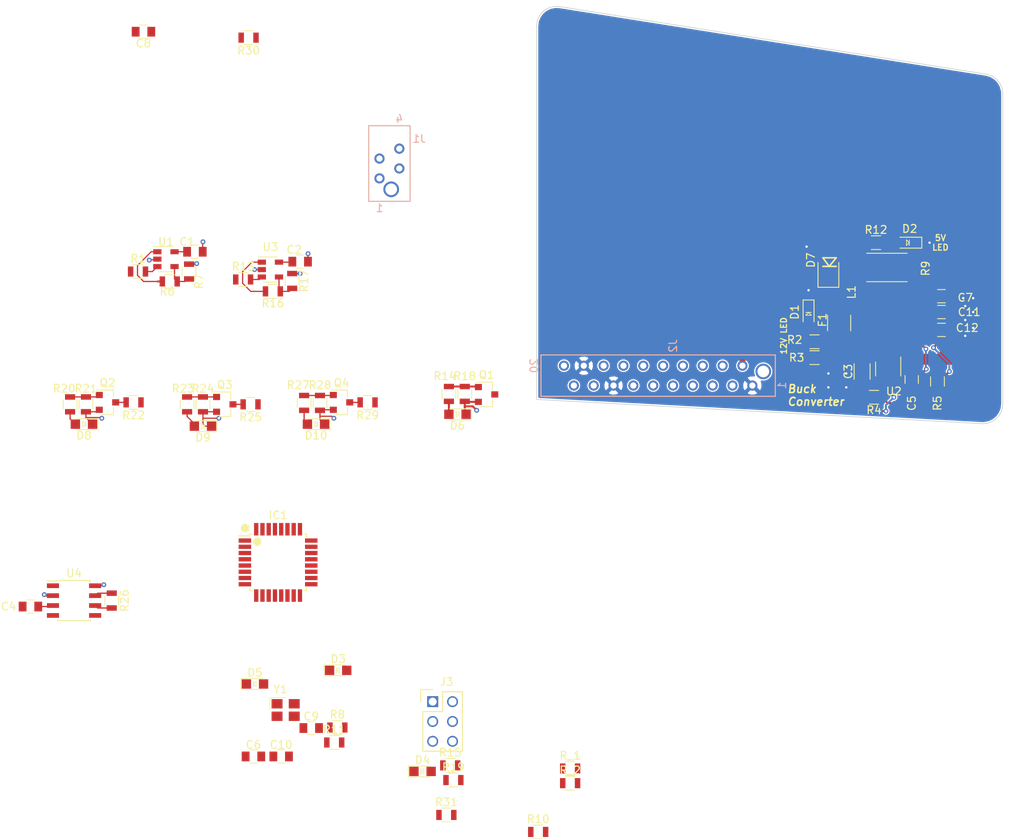
<source format=kicad_pcb>
(kicad_pcb (version 20171130) (host pcbnew 5.0.1-33cea8e~68~ubuntu18.04.1)

  (general
    (thickness 1.6)
    (drawings 10)
    (tracks 194)
    (zones 0)
    (modules 70)
    (nets 62)
  )

  (page A4)
  (layers
    (0 F.Cu signal)
    (31 B.Cu signal)
    (32 B.Adhes user)
    (33 F.Adhes user)
    (34 B.Paste user)
    (35 F.Paste user)
    (36 B.SilkS user)
    (37 F.SilkS user)
    (38 B.Mask user)
    (39 F.Mask user hide)
    (40 Dwgs.User user)
    (41 Cmts.User user)
    (42 Eco1.User user)
    (43 Eco2.User user)
    (44 Edge.Cuts user)
    (45 Margin user)
    (46 B.CrtYd user)
    (47 F.CrtYd user)
    (48 B.Fab user)
    (49 F.Fab user)
  )

  (setup
    (last_trace_width 0.1524)
    (user_trace_width 0.1524)
    (user_trace_width 0.254)
    (user_trace_width 0.508)
    (user_trace_width 0.7)
    (user_trace_width 0.762)
    (user_trace_width 0.8)
    (user_trace_width 1.016)
    (trace_clearance 0.1524)
    (zone_clearance 0.1524)
    (zone_45_only no)
    (trace_min 0.1524)
    (segment_width 0.2)
    (edge_width 0.15)
    (via_size 0.6096)
    (via_drill 0.3048)
    (via_min_size 0.4)
    (via_min_drill 0.3)
    (uvia_size 0.3)
    (uvia_drill 0.1)
    (uvias_allowed no)
    (uvia_min_size 0)
    (uvia_min_drill 0)
    (pcb_text_width 0.3)
    (pcb_text_size 1.5 1.5)
    (mod_edge_width 0.15)
    (mod_text_size 1 1)
    (mod_text_width 0.15)
    (pad_size 0.7 1.3)
    (pad_drill 0)
    (pad_to_mask_clearance 0.2)
    (solder_mask_min_width 0.25)
    (aux_axis_origin 0 0)
    (visible_elements FFFFEF7F)
    (pcbplotparams
      (layerselection 0x010fc_ffffffff)
      (usegerberextensions true)
      (usegerberattributes false)
      (usegerberadvancedattributes false)
      (creategerberjobfile false)
      (excludeedgelayer true)
      (linewidth 0.100000)
      (plotframeref false)
      (viasonmask false)
      (mode 1)
      (useauxorigin false)
      (hpglpennumber 1)
      (hpglpenspeed 20)
      (hpglpendiameter 15.000000)
      (psnegative false)
      (psa4output false)
      (plotreference true)
      (plotvalue true)
      (plotinvisibletext false)
      (padsonsilk false)
      (subtractmaskfromsilk false)
      (outputformat 1)
      (mirror false)
      (drillshape 0)
      (scaleselection 1)
      (outputdirectory "Gerb/"))
  )

  (net 0 "")
  (net 1 GND)
  (net 2 VCC)
  (net 3 "Net-(D2-Pad2)")
  (net 4 /12V_Fused)
  (net 5 "Net-(C5-Pad1)")
  (net 6 "Net-(C5-Pad2)")
  (net 7 "Net-(C11-Pad1)")
  (net 8 "Net-(D1-Pad2)")
  (net 9 +12V)
  (net 10 "Net-(R3-Pad2)")
  (net 11 "Net-(R4-Pad1)")
  (net 12 "Net-(C8-Pad1)")
  (net 13 "Net-(C9-Pad1)")
  (net 14 "Net-(C10-Pad1)")
  (net 15 /ProgrammingLED1)
  (net 16 "Net-(D3-Pad1)")
  (net 17 "Net-(D4-Pad1)")
  (net 18 /ProgrammingLED2)
  (net 19 /ProgrammingLED3)
  (net 20 "Net-(D5-Pad1)")
  (net 21 "Net-(D6-Pad2)")
  (net 22 "Net-(D8-Pad2)")
  (net 23 "Net-(D9-Pad2)")
  (net 24 "Net-(D10-Pad2)")
  (net 25 /MISO)
  (net 26 /MOSI)
  (net 27 "Net-(IC1-Pad3)")
  (net 28 /TXCAN)
  (net 29 /RXCAN)
  (net 30 "Net-(IC1-Pad8)")
  (net 31 "Net-(IC1-Pad9)")
  (net 32 /SCK)
  (net 33 /Drive_Mode_Out)
  (net 34 "Net-(IC1-Pad14)")
  (net 35 "Net-(IC1-Pad15)")
  (net 36 "Net-(IC1-Pad16)")
  (net 37 /Throttle1Adjusted)
  (net 38 /Throttle2Adjusted)
  (net 39 "Net-(IC1-Pad21)")
  (net 40 /ReadyToDrive_LowDrive)
  (net 41 /SS_Inertia_Out_n)
  (net 42 /SS_EStop_Out_n)
  (net 43 /SS_BOTS_Out_n)
  (net 44 "Net-(IC1-Pad29)")
  (net 45 "Net-(IC1-Pad30)")
  (net 46 /RESET)
  (net 47 "Net-(IC1-Pad32)")
  (net 48 /SS_Cockpit_EStop)
  (net 49 /SS_BOTS)
  (net 50 /SS_Inertia_Switch)
  (net 51 /RTD)
  (net 52 /GND_DriveMode)
  (net 53 /CANH)
  (net 54 /CANL)
  (net 55 /Throttle1_Right_Sense)
  (net 56 /Throttle2_Left_Sense)
  (net 57 /LED1)
  (net 58 /LED2)
  (net 59 "Net-(R6-Pad2)")
  (net 60 "Net-(R16-Pad2)")
  (net 61 "Net-(U4-Pad5)")

  (net_class Default "This is the default net class."
    (clearance 0.1524)
    (trace_width 0.1524)
    (via_dia 0.6096)
    (via_drill 0.3048)
    (uvia_dia 0.3)
    (uvia_drill 0.1)
    (add_net +12V)
    (add_net /12V_Fused)
    (add_net /CANH)
    (add_net /CANL)
    (add_net /Drive_Mode_Out)
    (add_net /GND_DriveMode)
    (add_net /LED1)
    (add_net /LED2)
    (add_net /MISO)
    (add_net /MOSI)
    (add_net /ProgrammingLED1)
    (add_net /ProgrammingLED2)
    (add_net /ProgrammingLED3)
    (add_net /RESET)
    (add_net /RTD)
    (add_net /RXCAN)
    (add_net /ReadyToDrive_LowDrive)
    (add_net /SCK)
    (add_net /SS_BOTS)
    (add_net /SS_BOTS_Out_n)
    (add_net /SS_Cockpit_EStop)
    (add_net /SS_EStop_Out_n)
    (add_net /SS_Inertia_Out_n)
    (add_net /SS_Inertia_Switch)
    (add_net /TXCAN)
    (add_net /Throttle1Adjusted)
    (add_net /Throttle1_Right_Sense)
    (add_net /Throttle2Adjusted)
    (add_net /Throttle2_Left_Sense)
    (add_net GND)
    (add_net "Net-(C10-Pad1)")
    (add_net "Net-(C11-Pad1)")
    (add_net "Net-(C5-Pad1)")
    (add_net "Net-(C5-Pad2)")
    (add_net "Net-(C8-Pad1)")
    (add_net "Net-(C9-Pad1)")
    (add_net "Net-(D1-Pad2)")
    (add_net "Net-(D10-Pad2)")
    (add_net "Net-(D2-Pad2)")
    (add_net "Net-(D3-Pad1)")
    (add_net "Net-(D4-Pad1)")
    (add_net "Net-(D5-Pad1)")
    (add_net "Net-(D6-Pad2)")
    (add_net "Net-(D8-Pad2)")
    (add_net "Net-(D9-Pad2)")
    (add_net "Net-(IC1-Pad14)")
    (add_net "Net-(IC1-Pad15)")
    (add_net "Net-(IC1-Pad16)")
    (add_net "Net-(IC1-Pad21)")
    (add_net "Net-(IC1-Pad29)")
    (add_net "Net-(IC1-Pad3)")
    (add_net "Net-(IC1-Pad30)")
    (add_net "Net-(IC1-Pad32)")
    (add_net "Net-(IC1-Pad8)")
    (add_net "Net-(IC1-Pad9)")
    (add_net "Net-(R16-Pad2)")
    (add_net "Net-(R3-Pad2)")
    (add_net "Net-(R4-Pad1)")
    (add_net "Net-(R6-Pad2)")
    (add_net "Net-(U4-Pad5)")
    (add_net VCC)
  )

  (module footprints:C_0805_OEM (layer F.Cu) (tedit 5B8D4D44) (tstamp 5B71716B)
    (at 144.358879 91.802933 90)
    (descr "Capacitor SMD 0805, reflow soldering, AVX (see smccp.pdf)")
    (tags "capacitor 0805")
    (path /5BC9A05A)
    (attr smd)
    (fp_text reference C5 (at -3.048 0 90) (layer F.SilkS)
      (effects (font (size 1 1) (thickness 0.15)))
    )
    (fp_text value C_0.1uF (at 0 1.75 90) (layer F.Fab) hide
      (effects (font (size 1 1) (thickness 0.15)))
    )
    (fp_line (start 1.75 0.87) (end -1.75 0.87) (layer F.CrtYd) (width 0.05))
    (fp_line (start 1.75 0.87) (end 1.75 -0.88) (layer F.CrtYd) (width 0.05))
    (fp_line (start -1.75 -0.88) (end -1.75 0.87) (layer F.CrtYd) (width 0.05))
    (fp_line (start -1.75 -0.88) (end 1.75 -0.88) (layer F.CrtYd) (width 0.05))
    (fp_line (start -0.5 0.85) (end 0.5 0.85) (layer F.SilkS) (width 0.12))
    (fp_line (start 0.5 -0.85) (end -0.5 -0.85) (layer F.SilkS) (width 0.12))
    (fp_line (start -1 -0.62) (end 1 -0.62) (layer F.Fab) (width 0.1))
    (fp_line (start 1 -0.62) (end 1 0.62) (layer F.Fab) (width 0.1))
    (fp_line (start 1 0.62) (end -1 0.62) (layer F.Fab) (width 0.1))
    (fp_line (start -1 0.62) (end -1 -0.62) (layer F.Fab) (width 0.1))
    (pad 2 smd rect (at 1 0 90) (size 1 1.25) (layers F.Cu F.Paste F.Mask)
      (net 6 "Net-(C5-Pad2)"))
    (pad 1 smd rect (at -1 0 90) (size 1 1.25) (layers F.Cu F.Paste F.Mask)
      (net 5 "Net-(C5-Pad1)"))
    (model /home/josh/Formula/OEM_Preferred_Parts/3DModels/C_0805_OEM/C_0805.wrl
      (at (xyz 0 0 0))
      (scale (xyz 1 1 1))
      (rotate (xyz 0 0 0))
    )
  )

  (module footprints:C_0805_OEM (layer F.Cu) (tedit 5B8C0436) (tstamp 5B7171CB)
    (at 148.168879 83.166933)
    (descr "Capacitor SMD 0805, reflow soldering, AVX (see smccp.pdf)")
    (tags "capacitor 0805")
    (path /5A79269E)
    (attr smd)
    (fp_text reference C11 (at 3.556 0) (layer F.SilkS)
      (effects (font (size 1 1) (thickness 0.15)))
    )
    (fp_text value C_1uF (at 0 1.75) (layer F.Fab) hide
      (effects (font (size 1 1) (thickness 0.15)))
    )
    (fp_line (start 1.75 0.87) (end -1.75 0.87) (layer F.CrtYd) (width 0.05))
    (fp_line (start 1.75 0.87) (end 1.75 -0.88) (layer F.CrtYd) (width 0.05))
    (fp_line (start -1.75 -0.88) (end -1.75 0.87) (layer F.CrtYd) (width 0.05))
    (fp_line (start -1.75 -0.88) (end 1.75 -0.88) (layer F.CrtYd) (width 0.05))
    (fp_line (start -0.5 0.85) (end 0.5 0.85) (layer F.SilkS) (width 0.12))
    (fp_line (start 0.5 -0.85) (end -0.5 -0.85) (layer F.SilkS) (width 0.12))
    (fp_line (start -1 -0.62) (end 1 -0.62) (layer F.Fab) (width 0.1))
    (fp_line (start 1 -0.62) (end 1 0.62) (layer F.Fab) (width 0.1))
    (fp_line (start 1 0.62) (end -1 0.62) (layer F.Fab) (width 0.1))
    (fp_line (start -1 0.62) (end -1 -0.62) (layer F.Fab) (width 0.1))
    (pad 2 smd rect (at 1 0) (size 1 1.25) (layers F.Cu F.Paste F.Mask)
      (net 1 GND))
    (pad 1 smd rect (at -1 0) (size 1 1.25) (layers F.Cu F.Paste F.Mask)
      (net 7 "Net-(C11-Pad1)"))
    (model /home/josh/Formula/OEM_Preferred_Parts/3DModels/C_0805_OEM/C_0805.wrl
      (at (xyz 0 0 0))
      (scale (xyz 1 1 1))
      (rotate (xyz 0 0 0))
    )
  )

  (module footprints:C_0805_OEM (layer F.Cu) (tedit 5B8C043A) (tstamp 5B7171DB)
    (at 148.168879 85.452933)
    (descr "Capacitor SMD 0805, reflow soldering, AVX (see smccp.pdf)")
    (tags "capacitor 0805")
    (path /5BC9A05C)
    (attr smd)
    (fp_text reference C12 (at 3.302 -0.254) (layer F.SilkS)
      (effects (font (size 1 1) (thickness 0.15)))
    )
    (fp_text value C_47uF (at 0 1.75) (layer F.Fab) hide
      (effects (font (size 1 1) (thickness 0.15)))
    )
    (fp_line (start 1.75 0.87) (end -1.75 0.87) (layer F.CrtYd) (width 0.05))
    (fp_line (start 1.75 0.87) (end 1.75 -0.88) (layer F.CrtYd) (width 0.05))
    (fp_line (start -1.75 -0.88) (end -1.75 0.87) (layer F.CrtYd) (width 0.05))
    (fp_line (start -1.75 -0.88) (end 1.75 -0.88) (layer F.CrtYd) (width 0.05))
    (fp_line (start -0.5 0.85) (end 0.5 0.85) (layer F.SilkS) (width 0.12))
    (fp_line (start 0.5 -0.85) (end -0.5 -0.85) (layer F.SilkS) (width 0.12))
    (fp_line (start -1 -0.62) (end 1 -0.62) (layer F.Fab) (width 0.1))
    (fp_line (start 1 -0.62) (end 1 0.62) (layer F.Fab) (width 0.1))
    (fp_line (start 1 0.62) (end -1 0.62) (layer F.Fab) (width 0.1))
    (fp_line (start -1 0.62) (end -1 -0.62) (layer F.Fab) (width 0.1))
    (pad 2 smd rect (at 1 0) (size 1 1.25) (layers F.Cu F.Paste F.Mask)
      (net 1 GND))
    (pad 1 smd rect (at -1 0) (size 1 1.25) (layers F.Cu F.Paste F.Mask)
      (net 7 "Net-(C11-Pad1)"))
    (model /home/josh/Formula/OEM_Preferred_Parts/3DModels/C_0805_OEM/C_0805.wrl
      (at (xyz 0 0 0))
      (scale (xyz 1 1 1))
      (rotate (xyz 0 0 0))
    )
  )

  (module footprints:LED_0805_OEM (layer F.Cu) (tedit 5B8D4D19) (tstamp 5B717259)
    (at 143.850879 74.276933 180)
    (descr "LED 0805 smd package")
    (tags "LED led 0805 SMD smd SMT smt smdled SMDLED smtled SMTLED")
    (path /5BC9A058)
    (attr smd)
    (fp_text reference D2 (at -0.254 1.778) (layer F.SilkS)
      (effects (font (size 1 1) (thickness 0.15)))
    )
    (fp_text value LED_0805 (at 0.508 2.032 180) (layer F.Fab) hide
      (effects (font (size 1 1) (thickness 0.15)))
    )
    (fp_line (start -1.95 -0.85) (end 1.95 -0.85) (layer F.CrtYd) (width 0.05))
    (fp_line (start -1.95 0.85) (end -1.95 -0.85) (layer F.CrtYd) (width 0.05))
    (fp_line (start 1.95 0.85) (end -1.95 0.85) (layer F.CrtYd) (width 0.05))
    (fp_line (start 1.95 -0.85) (end 1.95 0.85) (layer F.CrtYd) (width 0.05))
    (fp_line (start -1.8 -0.7) (end 1 -0.7) (layer F.SilkS) (width 0.12))
    (fp_line (start -1.8 0.7) (end 1 0.7) (layer F.SilkS) (width 0.12))
    (fp_line (start -1 0.6) (end -1 -0.6) (layer F.Fab) (width 0.1))
    (fp_line (start -1 -0.6) (end 1 -0.6) (layer F.Fab) (width 0.1))
    (fp_line (start 1 -0.6) (end 1 0.6) (layer F.Fab) (width 0.1))
    (fp_line (start 1 0.6) (end -1 0.6) (layer F.Fab) (width 0.1))
    (fp_line (start -1.8 -0.7) (end -1.8 0.7) (layer F.SilkS) (width 0.12))
    (fp_line (start -0.2 0) (end 0.1 -0.3) (layer F.SilkS) (width 0.1))
    (fp_line (start 0.1 -0.3) (end 0.15 -0.35) (layer F.SilkS) (width 0.1))
    (fp_line (start 0.15 -0.35) (end 0.15 0.3) (layer F.SilkS) (width 0.1))
    (fp_line (start 0.15 0.35) (end 0.15 0.3) (layer F.SilkS) (width 0.1))
    (fp_line (start 0.15 0.3) (end 0.15 0.35) (layer F.SilkS) (width 0.1))
    (fp_line (start 0.15 0.35) (end -0.2 0) (layer F.SilkS) (width 0.1))
    (fp_line (start -0.2 0) (end -0.2 -0.35) (layer F.SilkS) (width 0.1))
    (fp_line (start -0.2 0.35) (end -0.2 0) (layer F.SilkS) (width 0.1))
    (pad 1 smd rect (at -1.1 0) (size 1.2 1.2) (layers F.Cu F.Paste F.Mask)
      (net 1 GND))
    (pad 2 smd rect (at 1.1 0) (size 1.2 1.2) (layers F.Cu F.Paste F.Mask)
      (net 3 "Net-(D2-Pad2)"))
    (model "/home/josh/Formula/OEM_Preferred_Parts/3DModels/LED_0805/LED 0805 Base GREEN001_sp.wrl"
      (at (xyz 0 0 0))
      (scale (xyz 1 1 1))
      (rotate (xyz 0 0 180))
    )
  )

  (module footprints:Fuse_1210 (layer F.Cu) (tedit 5B8D4D2C) (tstamp 5B7172CD)
    (at 135.068379 84.569433 270)
    (descr "Resistor SMD 1210, reflow soldering, Vishay (see dcrcw.pdf)")
    (tags "resistor 1210")
    (path /5BC9A077)
    (attr smd)
    (fp_text reference F1 (at -0.3865 2.1395 90) (layer F.SilkS)
      (effects (font (size 1 1) (thickness 0.15)))
    )
    (fp_text value 500mA (at 0 2.4 270) (layer F.Fab) hide
      (effects (font (size 1 1) (thickness 0.15)))
    )
    (fp_line (start 2.15 1.5) (end -2.15 1.5) (layer F.CrtYd) (width 0.05))
    (fp_line (start 2.15 1.5) (end 2.15 -1.5) (layer F.CrtYd) (width 0.05))
    (fp_line (start -2.15 -1.5) (end -2.15 1.5) (layer F.CrtYd) (width 0.05))
    (fp_line (start -2.15 -1.5) (end 2.15 -1.5) (layer F.CrtYd) (width 0.05))
    (fp_line (start -1 -1.48) (end 1 -1.48) (layer F.SilkS) (width 0.12))
    (fp_line (start 1 1.48) (end -1 1.48) (layer F.SilkS) (width 0.12))
    (fp_line (start -1.6 -1.25) (end 1.6 -1.25) (layer F.Fab) (width 0.1))
    (fp_line (start 1.6 -1.25) (end 1.6 1.25) (layer F.Fab) (width 0.1))
    (fp_line (start 1.6 1.25) (end -1.6 1.25) (layer F.Fab) (width 0.1))
    (fp_line (start -1.6 1.25) (end -1.6 -1.25) (layer F.Fab) (width 0.1))
    (pad 2 smd rect (at 1.45 0 270) (size 0.9 2.5) (layers F.Cu F.Paste F.Mask)
      (net 4 /12V_Fused))
    (pad 1 smd rect (at -1.45 0 270) (size 0.9 2.5) (layers F.Cu F.Paste F.Mask)
      (net 9 +12V))
    (model /home/josh/Formula/OEM_Preferred_Parts/3DModels/Fuse_1210_OEM/Fuse1210.wrl
      (at (xyz 0 0 0))
      (scale (xyz 1 1 1))
      (rotate (xyz 0 0 0))
    )
  )

  (module footprints:4.7uH_Inductor_OEM (layer F.Cu) (tedit 5B8C0445) (tstamp 5B71730C)
    (at 141.374379 83.865433 90)
    (path /59E04875)
    (fp_text reference L1 (at 3.2385 -4.722379 90) (layer F.SilkS)
      (effects (font (size 1 1) (thickness 0.15)))
    )
    (fp_text value L_4.7uH (at 0 -5.08 90) (layer F.Fab) hide
      (effects (font (size 1 1) (thickness 0.15)))
    )
    (pad 2 smd rect (at 2.35 0 90) (size 3.3 8.2) (layers F.Cu F.Paste F.Mask)
      (net 7 "Net-(C11-Pad1)"))
    (pad 1 smd rect (at -2.35 0 90) (size 3.3 8.2) (layers F.Cu F.Paste F.Mask)
      (net 6 "Net-(C5-Pad2)"))
  )

  (module footprints:R_0805_OEM (layer F.Cu) (tedit 5B8D4D25) (tstamp 5B717343)
    (at 131.912879 86.976933 180)
    (descr "Resistor SMD 0805, reflow soldering, Vishay (see dcrcw.pdf)")
    (tags "resistor 0805")
    (path /59E0432B)
    (attr smd)
    (fp_text reference R2 (at 2.54 0.254 180) (layer F.SilkS)
      (effects (font (size 1 1) (thickness 0.15)))
    )
    (fp_text value R_1k (at 0 1.75 180) (layer F.Fab) hide
      (effects (font (size 1 1) (thickness 0.15)))
    )
    (fp_line (start 1.55 0.9) (end -1.55 0.9) (layer F.CrtYd) (width 0.05))
    (fp_line (start 1.55 0.9) (end 1.55 -0.9) (layer F.CrtYd) (width 0.05))
    (fp_line (start -1.55 -0.9) (end -1.55 0.9) (layer F.CrtYd) (width 0.05))
    (fp_line (start -1.55 -0.9) (end 1.55 -0.9) (layer F.CrtYd) (width 0.05))
    (fp_line (start -0.6 -0.88) (end 0.6 -0.88) (layer F.SilkS) (width 0.12))
    (fp_line (start 0.6 0.88) (end -0.6 0.88) (layer F.SilkS) (width 0.12))
    (fp_line (start -1 -0.62) (end 1 -0.62) (layer F.Fab) (width 0.1))
    (fp_line (start 1 -0.62) (end 1 0.62) (layer F.Fab) (width 0.1))
    (fp_line (start 1 0.62) (end -1 0.62) (layer F.Fab) (width 0.1))
    (fp_line (start -1 0.62) (end -1 -0.62) (layer F.Fab) (width 0.1))
    (pad 2 smd rect (at 0.95 0 180) (size 0.7 1.3) (layers F.Cu F.Paste F.Mask)
      (net 8 "Net-(D1-Pad2)"))
    (pad 1 smd rect (at -0.95 0 180) (size 0.7 1.3) (layers F.Cu F.Paste F.Mask)
      (net 4 /12V_Fused))
    (model "/home/josh/Formula/OEM_Preferred_Parts/3DModels/WRL Files/res0805.wrl"
      (at (xyz 0 0 0))
      (scale (xyz 1 1 1))
      (rotate (xyz 0 0 0))
    )
  )

  (module footprints:R_0805_OEM (layer F.Cu) (tedit 5B8D4D28) (tstamp 5B717353)
    (at 131.912879 89.008933 180)
    (descr "Resistor SMD 0805, reflow soldering, Vishay (see dcrcw.pdf)")
    (tags "resistor 0805")
    (path /59E042A3)
    (attr smd)
    (fp_text reference R3 (at 2.286 0) (layer F.SilkS)
      (effects (font (size 1 1) (thickness 0.15)))
    )
    (fp_text value R_10k (at 0 1.75 180) (layer F.Fab) hide
      (effects (font (size 1 1) (thickness 0.15)))
    )
    (fp_line (start 1.55 0.9) (end -1.55 0.9) (layer F.CrtYd) (width 0.05))
    (fp_line (start 1.55 0.9) (end 1.55 -0.9) (layer F.CrtYd) (width 0.05))
    (fp_line (start -1.55 -0.9) (end -1.55 0.9) (layer F.CrtYd) (width 0.05))
    (fp_line (start -1.55 -0.9) (end 1.55 -0.9) (layer F.CrtYd) (width 0.05))
    (fp_line (start -0.6 -0.88) (end 0.6 -0.88) (layer F.SilkS) (width 0.12))
    (fp_line (start 0.6 0.88) (end -0.6 0.88) (layer F.SilkS) (width 0.12))
    (fp_line (start -1 -0.62) (end 1 -0.62) (layer F.Fab) (width 0.1))
    (fp_line (start 1 -0.62) (end 1 0.62) (layer F.Fab) (width 0.1))
    (fp_line (start 1 0.62) (end -1 0.62) (layer F.Fab) (width 0.1))
    (fp_line (start -1 0.62) (end -1 -0.62) (layer F.Fab) (width 0.1))
    (pad 2 smd rect (at 0.95 0 180) (size 0.7 1.3) (layers F.Cu F.Paste F.Mask)
      (net 10 "Net-(R3-Pad2)"))
    (pad 1 smd rect (at -0.95 0 180) (size 0.7 1.3) (layers F.Cu F.Paste F.Mask)
      (net 4 /12V_Fused))
    (model "/home/josh/Formula/OEM_Preferred_Parts/3DModels/WRL Files/res0805.wrl"
      (at (xyz 0 0 0))
      (scale (xyz 1 1 1))
      (rotate (xyz 0 0 0))
    )
  )

  (module footprints:R_0805_OEM (layer F.Cu) (tedit 59F25131) (tstamp 5B7173E3)
    (at 139.786879 74.276933)
    (descr "Resistor SMD 0805, reflow soldering, Vishay (see dcrcw.pdf)")
    (tags "resistor 0805")
    (path /5BC9A055)
    (attr smd)
    (fp_text reference R12 (at 0 -1.65) (layer F.SilkS)
      (effects (font (size 1 1) (thickness 0.15)))
    )
    (fp_text value R_200 (at 0 1.75) (layer F.Fab) hide
      (effects (font (size 1 1) (thickness 0.15)))
    )
    (fp_line (start 1.55 0.9) (end -1.55 0.9) (layer F.CrtYd) (width 0.05))
    (fp_line (start 1.55 0.9) (end 1.55 -0.9) (layer F.CrtYd) (width 0.05))
    (fp_line (start -1.55 -0.9) (end -1.55 0.9) (layer F.CrtYd) (width 0.05))
    (fp_line (start -1.55 -0.9) (end 1.55 -0.9) (layer F.CrtYd) (width 0.05))
    (fp_line (start -0.6 -0.88) (end 0.6 -0.88) (layer F.SilkS) (width 0.12))
    (fp_line (start 0.6 0.88) (end -0.6 0.88) (layer F.SilkS) (width 0.12))
    (fp_line (start -1 -0.62) (end 1 -0.62) (layer F.Fab) (width 0.1))
    (fp_line (start 1 -0.62) (end 1 0.62) (layer F.Fab) (width 0.1))
    (fp_line (start 1 0.62) (end -1 0.62) (layer F.Fab) (width 0.1))
    (fp_line (start -1 0.62) (end -1 -0.62) (layer F.Fab) (width 0.1))
    (pad 2 smd rect (at 0.95 0) (size 0.7 1.3) (layers F.Cu F.Paste F.Mask)
      (net 3 "Net-(D2-Pad2)"))
    (pad 1 smd rect (at -0.95 0) (size 0.7 1.3) (layers F.Cu F.Paste F.Mask)
      (net 2 VCC))
    (model "/home/josh/Formula/OEM_Preferred_Parts/3DModels/WRL Files/res0805.wrl"
      (at (xyz 0 0 0))
      (scale (xyz 1 1 1))
      (rotate (xyz 0 0 0))
    )
  )

  (module footprints:SOT-23-6_OEM (layer F.Cu) (tedit 5B8D4D41) (tstamp 5B71743C)
    (at 141.348979 90.469433 270)
    (descr "6-pin SOT-23 package")
    (tags SOT-23-6)
    (path /5BC9A05D)
    (attr smd)
    (fp_text reference U2 (at 2.8575 -0.7239) (layer F.SilkS)
      (effects (font (size 1 1) (thickness 0.15)))
    )
    (fp_text value TPS561201 (at 0 2.9 270) (layer F.Fab) hide
      (effects (font (size 1 1) (thickness 0.15)))
    )
    (fp_line (start 0.9 -1.55) (end 0.9 1.55) (layer F.Fab) (width 0.1))
    (fp_line (start 0.9 1.55) (end -0.9 1.55) (layer F.Fab) (width 0.1))
    (fp_line (start -0.9 -0.9) (end -0.9 1.55) (layer F.Fab) (width 0.1))
    (fp_line (start 0.9 -1.55) (end -0.25 -1.55) (layer F.Fab) (width 0.1))
    (fp_line (start -0.9 -0.9) (end -0.25 -1.55) (layer F.Fab) (width 0.1))
    (fp_line (start -1.9 -1.8) (end -1.9 1.8) (layer F.CrtYd) (width 0.05))
    (fp_line (start -1.9 1.8) (end 1.9 1.8) (layer F.CrtYd) (width 0.05))
    (fp_line (start 1.9 1.8) (end 1.9 -1.8) (layer F.CrtYd) (width 0.05))
    (fp_line (start 1.9 -1.8) (end -1.9 -1.8) (layer F.CrtYd) (width 0.05))
    (fp_line (start 0.9 -1.61) (end -1.55 -1.61) (layer F.SilkS) (width 0.12))
    (fp_line (start -0.9 1.61) (end 0.9 1.61) (layer F.SilkS) (width 0.12))
    (pad 5 smd rect (at 1.1 0 270) (size 1.06 0.65) (layers F.Cu F.Paste F.Mask)
      (net 10 "Net-(R3-Pad2)"))
    (pad 6 smd rect (at 1.1 -0.95 270) (size 1.06 0.65) (layers F.Cu F.Paste F.Mask)
      (net 5 "Net-(C5-Pad1)"))
    (pad 4 smd rect (at 1.1 0.95 270) (size 1.06 0.65) (layers F.Cu F.Paste F.Mask)
      (net 11 "Net-(R4-Pad1)"))
    (pad 3 smd rect (at -1.1 0.95 270) (size 1.06 0.65) (layers F.Cu F.Paste F.Mask)
      (net 4 /12V_Fused))
    (pad 2 smd rect (at -1.1 0 270) (size 1.06 0.65) (layers F.Cu F.Paste F.Mask)
      (net 6 "Net-(C5-Pad2)"))
    (pad 1 smd rect (at -1.1 -0.95 270) (size 1.06 0.65) (layers F.Cu F.Paste F.Mask)
      (net 1 GND))
    (model ${KISYS3DMOD}/TO_SOT_Packages_SMD.3dshapes/SOT-23-6.wrl
      (at (xyz 0 0 0))
      (scale (xyz 1 1 1))
      (rotate (xyz 0 0 0))
    )
  )

  (module footprints:C_1206_OEM (layer F.Cu) (tedit 5B8D4D32) (tstamp 5B8BECBA)
    (at 138.008879 90.786933 270)
    (descr "Capacitor SMD 1206, reflow soldering, AVX (see smccp.pdf)")
    (tags "capacitor 1206")
    (path /5BC9A05B)
    (attr smd)
    (fp_text reference C3 (at 0 1.778 270) (layer F.SilkS)
      (effects (font (size 1 1) (thickness 0.15)))
    )
    (fp_text value C_22uF (at 0 2 270) (layer F.Fab) hide
      (effects (font (size 1 1) (thickness 0.15)))
    )
    (fp_line (start 2.25 1.05) (end -2.25 1.05) (layer F.CrtYd) (width 0.05))
    (fp_line (start 2.25 1.05) (end 2.25 -1.05) (layer F.CrtYd) (width 0.05))
    (fp_line (start -2.25 -1.05) (end -2.25 1.05) (layer F.CrtYd) (width 0.05))
    (fp_line (start -2.25 -1.05) (end 2.25 -1.05) (layer F.CrtYd) (width 0.05))
    (fp_line (start -1 1.02) (end 1 1.02) (layer F.SilkS) (width 0.12))
    (fp_line (start 1 -1.02) (end -1 -1.02) (layer F.SilkS) (width 0.12))
    (fp_line (start -1.6 -0.8) (end 1.6 -0.8) (layer F.Fab) (width 0.1))
    (fp_line (start 1.6 -0.8) (end 1.6 0.8) (layer F.Fab) (width 0.1))
    (fp_line (start 1.6 0.8) (end -1.6 0.8) (layer F.Fab) (width 0.1))
    (fp_line (start -1.6 0.8) (end -1.6 -0.8) (layer F.Fab) (width 0.1))
    (pad 2 smd rect (at 1.5 0 270) (size 1 1.6) (layers F.Cu F.Paste F.Mask)
      (net 1 GND))
    (pad 1 smd rect (at -1.5 0 270) (size 1 1.6) (layers F.Cu F.Paste F.Mask)
      (net 4 /12V_Fused))
    (model Capacitors_SMD.3dshapes/C_1206.wrl
      (at (xyz 0 0 0))
      (scale (xyz 1 1 1))
      (rotate (xyz 0 0 0))
    )
  )

  (module footprints:C_0805_OEM (layer F.Cu) (tedit 5B8C043E) (tstamp 5B8BECC9)
    (at 148.168879 81.134933)
    (descr "Capacitor SMD 0805, reflow soldering, AVX (see smccp.pdf)")
    (tags "capacitor 0805")
    (path /5A79252F)
    (attr smd)
    (fp_text reference C7 (at 3.052 0.183) (layer F.SilkS)
      (effects (font (size 1 1) (thickness 0.15)))
    )
    (fp_text value C_0.1uF (at 0 1.75) (layer F.Fab) hide
      (effects (font (size 1 1) (thickness 0.15)))
    )
    (fp_line (start 1.75 0.87) (end -1.75 0.87) (layer F.CrtYd) (width 0.05))
    (fp_line (start 1.75 0.87) (end 1.75 -0.88) (layer F.CrtYd) (width 0.05))
    (fp_line (start -1.75 -0.88) (end -1.75 0.87) (layer F.CrtYd) (width 0.05))
    (fp_line (start -1.75 -0.88) (end 1.75 -0.88) (layer F.CrtYd) (width 0.05))
    (fp_line (start -0.5 0.85) (end 0.5 0.85) (layer F.SilkS) (width 0.12))
    (fp_line (start 0.5 -0.85) (end -0.5 -0.85) (layer F.SilkS) (width 0.12))
    (fp_line (start -1 -0.62) (end 1 -0.62) (layer F.Fab) (width 0.1))
    (fp_line (start 1 -0.62) (end 1 0.62) (layer F.Fab) (width 0.1))
    (fp_line (start 1 0.62) (end -1 0.62) (layer F.Fab) (width 0.1))
    (fp_line (start -1 0.62) (end -1 -0.62) (layer F.Fab) (width 0.1))
    (pad 2 smd rect (at 1 0) (size 1 1.25) (layers F.Cu F.Paste F.Mask)
      (net 1 GND))
    (pad 1 smd rect (at -1 0) (size 1 1.25) (layers F.Cu F.Paste F.Mask)
      (net 7 "Net-(C11-Pad1)"))
    (model /home/josh/Formula/OEM_Preferred_Parts/3DModels/C_0805_OEM/C_0805.wrl
      (at (xyz 0 0 0))
      (scale (xyz 1 1 1))
      (rotate (xyz 0 0 0))
    )
  )

  (module footprints:LED_0805_OEM (layer F.Cu) (tedit 5B8D4D22) (tstamp 5B8BECF6)
    (at 131.150879 83.420933 270)
    (descr "LED 0805 smd package")
    (tags "LED led 0805 SMD smd SMT smt smdled SMDLED smtled SMTLED")
    (path /5BC9A057)
    (attr smd)
    (fp_text reference D1 (at -0.254 1.778 270) (layer F.SilkS)
      (effects (font (size 1 1) (thickness 0.15)))
    )
    (fp_text value LED_0805 (at 0.508 2.032 270) (layer F.Fab) hide
      (effects (font (size 1 1) (thickness 0.15)))
    )
    (fp_line (start -1.95 -0.85) (end 1.95 -0.85) (layer F.CrtYd) (width 0.05))
    (fp_line (start -1.95 0.85) (end -1.95 -0.85) (layer F.CrtYd) (width 0.05))
    (fp_line (start 1.95 0.85) (end -1.95 0.85) (layer F.CrtYd) (width 0.05))
    (fp_line (start 1.95 -0.85) (end 1.95 0.85) (layer F.CrtYd) (width 0.05))
    (fp_line (start -1.8 -0.7) (end 1 -0.7) (layer F.SilkS) (width 0.12))
    (fp_line (start -1.8 0.7) (end 1 0.7) (layer F.SilkS) (width 0.12))
    (fp_line (start -1 0.6) (end -1 -0.6) (layer F.Fab) (width 0.1))
    (fp_line (start -1 -0.6) (end 1 -0.6) (layer F.Fab) (width 0.1))
    (fp_line (start 1 -0.6) (end 1 0.6) (layer F.Fab) (width 0.1))
    (fp_line (start 1 0.6) (end -1 0.6) (layer F.Fab) (width 0.1))
    (fp_line (start -1.8 -0.7) (end -1.8 0.7) (layer F.SilkS) (width 0.12))
    (fp_line (start -0.2 0) (end 0.1 -0.3) (layer F.SilkS) (width 0.1))
    (fp_line (start 0.1 -0.3) (end 0.15 -0.35) (layer F.SilkS) (width 0.1))
    (fp_line (start 0.15 -0.35) (end 0.15 0.3) (layer F.SilkS) (width 0.1))
    (fp_line (start 0.15 0.35) (end 0.15 0.3) (layer F.SilkS) (width 0.1))
    (fp_line (start 0.15 0.3) (end 0.15 0.35) (layer F.SilkS) (width 0.1))
    (fp_line (start 0.15 0.35) (end -0.2 0) (layer F.SilkS) (width 0.1))
    (fp_line (start -0.2 0) (end -0.2 -0.35) (layer F.SilkS) (width 0.1))
    (fp_line (start -0.2 0.35) (end -0.2 0) (layer F.SilkS) (width 0.1))
    (pad 1 smd rect (at -1.1 0 90) (size 1.2 1.2) (layers F.Cu F.Paste F.Mask)
      (net 1 GND))
    (pad 2 smd rect (at 1.1 0 90) (size 1.2 1.2) (layers F.Cu F.Paste F.Mask)
      (net 8 "Net-(D1-Pad2)"))
    (model "${LOCAL_DIR}/OEM_Preferred_Parts/3DModels/LED_0805/LED 0805 Base GREEN001_sp.wrl"
      (at (xyz 0 0 0))
      (scale (xyz 1 1 1))
      (rotate (xyz 0 0 180))
    )
  )

  (module footprints:DO-214AA (layer F.Cu) (tedit 5A59FDFB) (tstamp 5B8BED22)
    (at 133.690879 76.816933 90)
    (descr "http://www.diodes.com/datasheets/ap02001.pdf p.144")
    (tags "Diode SOD523")
    (path /59F253C2)
    (attr smd)
    (fp_text reference D7 (at 0.3 -2.25 90) (layer F.SilkS)
      (effects (font (size 1 1) (thickness 0.15)))
    )
    (fp_text value D_Zener_18V (at 0 2.286 90) (layer F.Fab) hide
      (effects (font (size 1 1) (thickness 0.15)))
    )
    (fp_line (start -3.175 -1.3335) (end 0 -1.3335) (layer F.SilkS) (width 0.12))
    (fp_line (start -3.175 1.3335) (end 0 1.3335) (layer F.SilkS) (width 0.12))
    (fp_line (start 2.3749 1.9685) (end -2.3749 1.9685) (layer F.Fab) (width 0.1))
    (fp_line (start -2.3749 -1.9685) (end -2.3749 1.9685) (layer F.Fab) (width 0.1))
    (fp_line (start -2.3749 -1.9685) (end 2.3749 -1.9685) (layer F.Fab) (width 0.1))
    (fp_line (start 2.3749 -1.9685) (end 2.3749 1.9685) (layer F.Fab) (width 0.1))
    (fp_line (start -3.302 1.4605) (end 3.302 1.4605) (layer F.CrtYd) (width 0.05))
    (fp_line (start -3.302 -1.4605) (end -3.302 1.4605) (layer F.CrtYd) (width 0.05))
    (fp_line (start -3.302 -1.4605) (end 3.302 -1.4605) (layer F.CrtYd) (width 0.05))
    (fp_line (start 3.302 -1.4605) (end 3.302 1.4605) (layer F.CrtYd) (width 0.05))
    (fp_line (start -3.175 -1.3335) (end -3.175 1.3335) (layer F.SilkS) (width 0.12))
    (fp_line (start -0.5 -0.7) (end -0.5 1) (layer F.SilkS) (width 0.2))
    (fp_line (start -0.5 0.1) (end 0.6 -0.7) (layer F.SilkS) (width 0.2))
    (fp_line (start 0.6 -0.7) (end 0.6 1) (layer F.SilkS) (width 0.2))
    (fp_line (start 0.6 1) (end -0.5 0.1) (layer F.SilkS) (width 0.2))
    (pad 1 smd rect (at -2.032 0 270) (size 1.778 2.159) (layers F.Cu F.Paste F.Mask)
      (net 9 +12V))
    (pad 2 smd rect (at 2.032 0 270) (size 1.778 2.159) (layers F.Cu F.Paste F.Mask)
      (net 1 GND))
    (model ${LOCAL_DIR}/OEM_Preferred_Parts/3DModels/DO_214AA_OEM/DO_214AA.wrl
      (at (xyz 0 0 0))
      (scale (xyz 1 1 1))
      (rotate (xyz 0 0 0))
    )
  )

  (module footprints:R_2512_OEM (layer F.Cu) (tedit 5B8D4D11) (tstamp 5B8BED94)
    (at 141.183879 77.451933)
    (descr "Resistor SMD 2512, reflow soldering, Vishay (see dcrcw.pdf)")
    (tags "resistor 2512")
    (path /5BC9A056)
    (attr smd)
    (fp_text reference R9 (at 4.953 0.127 90) (layer F.SilkS)
      (effects (font (size 1 1) (thickness 0.15)))
    )
    (fp_text value R_0_Jumper (at 0 2.75) (layer F.Fab) hide
      (effects (font (size 1 1) (thickness 0.15)))
    )
    (fp_line (start 3.85 1.85) (end -3.85 1.85) (layer F.CrtYd) (width 0.05))
    (fp_line (start 3.85 1.85) (end 3.85 -1.85) (layer F.CrtYd) (width 0.05))
    (fp_line (start -3.85 -1.85) (end -3.85 1.85) (layer F.CrtYd) (width 0.05))
    (fp_line (start -3.85 -1.85) (end 3.85 -1.85) (layer F.CrtYd) (width 0.05))
    (fp_line (start -2.6 -1.82) (end 2.6 -1.82) (layer F.SilkS) (width 0.12))
    (fp_line (start 2.6 1.82) (end -2.6 1.82) (layer F.SilkS) (width 0.12))
    (fp_line (start -3.15 -1.6) (end 3.15 -1.6) (layer F.Fab) (width 0.1))
    (fp_line (start 3.15 -1.6) (end 3.15 1.6) (layer F.Fab) (width 0.1))
    (fp_line (start 3.15 1.6) (end -3.15 1.6) (layer F.Fab) (width 0.1))
    (fp_line (start -3.15 1.6) (end -3.15 -1.6) (layer F.Fab) (width 0.1))
    (pad 2 smd rect (at 3.1 0) (size 1 3.2) (layers F.Cu F.Paste F.Mask)
      (net 7 "Net-(C11-Pad1)"))
    (pad 1 smd rect (at -3.1 0) (size 1 3.2) (layers F.Cu F.Paste F.Mask)
      (net 2 VCC))
    (model ${KISYS3DMOD}/Resistors_SMD.3dshapes/R_2512.wrl
      (at (xyz 0 0 0))
      (scale (xyz 1 1 1))
      (rotate (xyz 0 0 0))
    )
  )

  (module footprints:R_0805_OEM (layer F.Cu) (tedit 59F25131) (tstamp 5B8BFC4E)
    (at 139.532879 94.088933 180)
    (descr "Resistor SMD 0805, reflow soldering, Vishay (see dcrcw.pdf)")
    (tags "resistor 0805")
    (path /5BC9A052)
    (attr smd)
    (fp_text reference R4 (at 0 -1.65 180) (layer F.SilkS)
      (effects (font (size 1 1) (thickness 0.15)))
    )
    (fp_text value R_10k (at 0 1.75 180) (layer F.Fab) hide
      (effects (font (size 1 1) (thickness 0.15)))
    )
    (fp_line (start 1.55 0.9) (end -1.55 0.9) (layer F.CrtYd) (width 0.05))
    (fp_line (start 1.55 0.9) (end 1.55 -0.9) (layer F.CrtYd) (width 0.05))
    (fp_line (start -1.55 -0.9) (end -1.55 0.9) (layer F.CrtYd) (width 0.05))
    (fp_line (start -1.55 -0.9) (end 1.55 -0.9) (layer F.CrtYd) (width 0.05))
    (fp_line (start -0.6 -0.88) (end 0.6 -0.88) (layer F.SilkS) (width 0.12))
    (fp_line (start 0.6 0.88) (end -0.6 0.88) (layer F.SilkS) (width 0.12))
    (fp_line (start -1 -0.62) (end 1 -0.62) (layer F.Fab) (width 0.1))
    (fp_line (start 1 -0.62) (end 1 0.62) (layer F.Fab) (width 0.1))
    (fp_line (start 1 0.62) (end -1 0.62) (layer F.Fab) (width 0.1))
    (fp_line (start -1 0.62) (end -1 -0.62) (layer F.Fab) (width 0.1))
    (pad 2 smd rect (at 0.95 0 180) (size 0.7 1.3) (layers F.Cu F.Paste F.Mask)
      (net 1 GND))
    (pad 1 smd rect (at -0.95 0 180) (size 0.7 1.3) (layers F.Cu F.Paste F.Mask)
      (net 11 "Net-(R4-Pad1)"))
    (model "/home/josh/Formula/OEM_Preferred_Parts/3DModels/WRL Files/res0805.wrl"
      (at (xyz 0 0 0))
      (scale (xyz 1 1 1))
      (rotate (xyz 0 0 0))
    )
  )

  (module footprints:R_0805_OEM (layer F.Cu) (tedit 5B8D4D48) (tstamp 5B8BFC5E)
    (at 147.660879 92.056933 90)
    (descr "Resistor SMD 0805, reflow soldering, Vishay (see dcrcw.pdf)")
    (tags "resistor 0805")
    (path /59E0438C)
    (attr smd)
    (fp_text reference R5 (at -2.794 0 90) (layer F.SilkS)
      (effects (font (size 1 1) (thickness 0.15)))
    )
    (fp_text value R_51.1k (at 0 1.75 90) (layer F.Fab) hide
      (effects (font (size 1 1) (thickness 0.15)))
    )
    (fp_line (start 1.55 0.9) (end -1.55 0.9) (layer F.CrtYd) (width 0.05))
    (fp_line (start 1.55 0.9) (end 1.55 -0.9) (layer F.CrtYd) (width 0.05))
    (fp_line (start -1.55 -0.9) (end -1.55 0.9) (layer F.CrtYd) (width 0.05))
    (fp_line (start -1.55 -0.9) (end 1.55 -0.9) (layer F.CrtYd) (width 0.05))
    (fp_line (start -0.6 -0.88) (end 0.6 -0.88) (layer F.SilkS) (width 0.12))
    (fp_line (start 0.6 0.88) (end -0.6 0.88) (layer F.SilkS) (width 0.12))
    (fp_line (start -1 -0.62) (end 1 -0.62) (layer F.Fab) (width 0.1))
    (fp_line (start 1 -0.62) (end 1 0.62) (layer F.Fab) (width 0.1))
    (fp_line (start 1 0.62) (end -1 0.62) (layer F.Fab) (width 0.1))
    (fp_line (start -1 0.62) (end -1 -0.62) (layer F.Fab) (width 0.1))
    (pad 2 smd rect (at 0.95 0 90) (size 0.7 1.3) (layers F.Cu F.Paste F.Mask)
      (net 7 "Net-(C11-Pad1)"))
    (pad 1 smd rect (at -0.95 0 90) (size 0.7 1.3) (layers F.Cu F.Paste F.Mask)
      (net 11 "Net-(R4-Pad1)"))
    (model "/home/josh/Formula/OEM_Preferred_Parts/3DModels/WRL Files/res0805.wrl"
      (at (xyz 0 0 0))
      (scale (xyz 1 1 1))
      (rotate (xyz 0 0 0))
    )
  )

  (module footprints:C_0805_OEM (layer F.Cu) (tedit 59F250E7) (tstamp 5BEE5182)
    (at 52.562 75.438 180)
    (descr "Capacitor SMD 0805, reflow soldering, AVX (see smccp.pdf)")
    (tags "capacitor 0805")
    (path /5A79032C)
    (attr smd)
    (fp_text reference C1 (at 1 1.27 180) (layer F.SilkS)
      (effects (font (size 1 1) (thickness 0.15)))
    )
    (fp_text value C_0.1uF (at 0 1.75 180) (layer F.Fab) hide
      (effects (font (size 1 1) (thickness 0.15)))
    )
    (fp_line (start 1.75 0.87) (end -1.75 0.87) (layer F.CrtYd) (width 0.05))
    (fp_line (start 1.75 0.87) (end 1.75 -0.88) (layer F.CrtYd) (width 0.05))
    (fp_line (start -1.75 -0.88) (end -1.75 0.87) (layer F.CrtYd) (width 0.05))
    (fp_line (start -1.75 -0.88) (end 1.75 -0.88) (layer F.CrtYd) (width 0.05))
    (fp_line (start -0.5 0.85) (end 0.5 0.85) (layer F.SilkS) (width 0.12))
    (fp_line (start 0.5 -0.85) (end -0.5 -0.85) (layer F.SilkS) (width 0.12))
    (fp_line (start -1 -0.62) (end 1 -0.62) (layer F.Fab) (width 0.1))
    (fp_line (start 1 -0.62) (end 1 0.62) (layer F.Fab) (width 0.1))
    (fp_line (start 1 0.62) (end -1 0.62) (layer F.Fab) (width 0.1))
    (fp_line (start -1 0.62) (end -1 -0.62) (layer F.Fab) (width 0.1))
    (pad 2 smd rect (at 1 0 180) (size 1 1.25) (layers F.Cu F.Paste F.Mask)
      (net 2 VCC))
    (pad 1 smd rect (at -1 0 180) (size 1 1.25) (layers F.Cu F.Paste F.Mask)
      (net 1 GND))
    (model /home/josh/Formula/OEM_Preferred_Parts/3DModels/C_0805_OEM/C_0805.wrl
      (at (xyz 0 0 0))
      (scale (xyz 1 1 1))
      (rotate (xyz 0 0 0))
    )
  )

  (module footprints:C_0805_OEM (layer F.Cu) (tedit 59F250E7) (tstamp 5BEE5192)
    (at 66.04 76.708 180)
    (descr "Capacitor SMD 0805, reflow soldering, AVX (see smccp.pdf)")
    (tags "capacitor 0805")
    (path /5A790AC2)
    (attr smd)
    (fp_text reference C2 (at 0.762 1.524 180) (layer F.SilkS)
      (effects (font (size 1 1) (thickness 0.15)))
    )
    (fp_text value C_0.1uF (at 0 1.75 180) (layer F.Fab) hide
      (effects (font (size 1 1) (thickness 0.15)))
    )
    (fp_line (start -1 0.62) (end -1 -0.62) (layer F.Fab) (width 0.1))
    (fp_line (start 1 0.62) (end -1 0.62) (layer F.Fab) (width 0.1))
    (fp_line (start 1 -0.62) (end 1 0.62) (layer F.Fab) (width 0.1))
    (fp_line (start -1 -0.62) (end 1 -0.62) (layer F.Fab) (width 0.1))
    (fp_line (start 0.5 -0.85) (end -0.5 -0.85) (layer F.SilkS) (width 0.12))
    (fp_line (start -0.5 0.85) (end 0.5 0.85) (layer F.SilkS) (width 0.12))
    (fp_line (start -1.75 -0.88) (end 1.75 -0.88) (layer F.CrtYd) (width 0.05))
    (fp_line (start -1.75 -0.88) (end -1.75 0.87) (layer F.CrtYd) (width 0.05))
    (fp_line (start 1.75 0.87) (end 1.75 -0.88) (layer F.CrtYd) (width 0.05))
    (fp_line (start 1.75 0.87) (end -1.75 0.87) (layer F.CrtYd) (width 0.05))
    (pad 1 smd rect (at -1 0 180) (size 1 1.25) (layers F.Cu F.Paste F.Mask)
      (net 1 GND))
    (pad 2 smd rect (at 1 0 180) (size 1 1.25) (layers F.Cu F.Paste F.Mask)
      (net 2 VCC))
    (model /home/josh/Formula/OEM_Preferred_Parts/3DModels/C_0805_OEM/C_0805.wrl
      (at (xyz 0 0 0))
      (scale (xyz 1 1 1))
      (rotate (xyz 0 0 0))
    )
  )

  (module footprints:C_0805_OEM (layer F.Cu) (tedit 59F250E7) (tstamp 5BEE51A2)
    (at 31.496 120.904 180)
    (descr "Capacitor SMD 0805, reflow soldering, AVX (see smccp.pdf)")
    (tags "capacitor 0805")
    (path /5BC9A063)
    (attr smd)
    (fp_text reference C4 (at 2.794 0 180) (layer F.SilkS)
      (effects (font (size 1 1) (thickness 0.15)))
    )
    (fp_text value C_0.1uF (at 0 1.75 180) (layer F.Fab) hide
      (effects (font (size 1 1) (thickness 0.15)))
    )
    (fp_line (start -1 0.62) (end -1 -0.62) (layer F.Fab) (width 0.1))
    (fp_line (start 1 0.62) (end -1 0.62) (layer F.Fab) (width 0.1))
    (fp_line (start 1 -0.62) (end 1 0.62) (layer F.Fab) (width 0.1))
    (fp_line (start -1 -0.62) (end 1 -0.62) (layer F.Fab) (width 0.1))
    (fp_line (start 0.5 -0.85) (end -0.5 -0.85) (layer F.SilkS) (width 0.12))
    (fp_line (start -0.5 0.85) (end 0.5 0.85) (layer F.SilkS) (width 0.12))
    (fp_line (start -1.75 -0.88) (end 1.75 -0.88) (layer F.CrtYd) (width 0.05))
    (fp_line (start -1.75 -0.88) (end -1.75 0.87) (layer F.CrtYd) (width 0.05))
    (fp_line (start 1.75 0.87) (end 1.75 -0.88) (layer F.CrtYd) (width 0.05))
    (fp_line (start 1.75 0.87) (end -1.75 0.87) (layer F.CrtYd) (width 0.05))
    (pad 1 smd rect (at -1 0 180) (size 1 1.25) (layers F.Cu F.Paste F.Mask)
      (net 2 VCC))
    (pad 2 smd rect (at 1 0 180) (size 1 1.25) (layers F.Cu F.Paste F.Mask)
      (net 1 GND))
    (model /home/josh/Formula/OEM_Preferred_Parts/3DModels/C_0805_OEM/C_0805.wrl
      (at (xyz 0 0 0))
      (scale (xyz 1 1 1))
      (rotate (xyz 0 0 0))
    )
  )

  (module footprints:C_0805_OEM (layer F.Cu) (tedit 59F250E7) (tstamp 5BEE51B2)
    (at 60.057001 140.114001)
    (descr "Capacitor SMD 0805, reflow soldering, AVX (see smccp.pdf)")
    (tags "capacitor 0805")
    (path /59E06957)
    (attr smd)
    (fp_text reference C6 (at 0 -1.5) (layer F.SilkS)
      (effects (font (size 1 1) (thickness 0.15)))
    )
    (fp_text value C_0.1uF (at 0 1.75) (layer F.Fab) hide
      (effects (font (size 1 1) (thickness 0.15)))
    )
    (fp_line (start 1.75 0.87) (end -1.75 0.87) (layer F.CrtYd) (width 0.05))
    (fp_line (start 1.75 0.87) (end 1.75 -0.88) (layer F.CrtYd) (width 0.05))
    (fp_line (start -1.75 -0.88) (end -1.75 0.87) (layer F.CrtYd) (width 0.05))
    (fp_line (start -1.75 -0.88) (end 1.75 -0.88) (layer F.CrtYd) (width 0.05))
    (fp_line (start -0.5 0.85) (end 0.5 0.85) (layer F.SilkS) (width 0.12))
    (fp_line (start 0.5 -0.85) (end -0.5 -0.85) (layer F.SilkS) (width 0.12))
    (fp_line (start -1 -0.62) (end 1 -0.62) (layer F.Fab) (width 0.1))
    (fp_line (start 1 -0.62) (end 1 0.62) (layer F.Fab) (width 0.1))
    (fp_line (start 1 0.62) (end -1 0.62) (layer F.Fab) (width 0.1))
    (fp_line (start -1 0.62) (end -1 -0.62) (layer F.Fab) (width 0.1))
    (pad 2 smd rect (at 1 0) (size 1 1.25) (layers F.Cu F.Paste F.Mask)
      (net 1 GND))
    (pad 1 smd rect (at -1 0) (size 1 1.25) (layers F.Cu F.Paste F.Mask)
      (net 2 VCC))
    (model /home/josh/Formula/OEM_Preferred_Parts/3DModels/C_0805_OEM/C_0805.wrl
      (at (xyz 0 0 0))
      (scale (xyz 1 1 1))
      (rotate (xyz 0 0 0))
    )
  )

  (module footprints:C_0805_OEM (layer F.Cu) (tedit 59F250E7) (tstamp 5BEE51C2)
    (at 45.974 47.244 180)
    (descr "Capacitor SMD 0805, reflow soldering, AVX (see smccp.pdf)")
    (tags "capacitor 0805")
    (path /59E06E67)
    (attr smd)
    (fp_text reference C8 (at 0 -1.5 180) (layer F.SilkS)
      (effects (font (size 1 1) (thickness 0.15)))
    )
    (fp_text value C_100pF (at 0 1.75 180) (layer F.Fab) hide
      (effects (font (size 1 1) (thickness 0.15)))
    )
    (fp_line (start -1 0.62) (end -1 -0.62) (layer F.Fab) (width 0.1))
    (fp_line (start 1 0.62) (end -1 0.62) (layer F.Fab) (width 0.1))
    (fp_line (start 1 -0.62) (end 1 0.62) (layer F.Fab) (width 0.1))
    (fp_line (start -1 -0.62) (end 1 -0.62) (layer F.Fab) (width 0.1))
    (fp_line (start 0.5 -0.85) (end -0.5 -0.85) (layer F.SilkS) (width 0.12))
    (fp_line (start -0.5 0.85) (end 0.5 0.85) (layer F.SilkS) (width 0.12))
    (fp_line (start -1.75 -0.88) (end 1.75 -0.88) (layer F.CrtYd) (width 0.05))
    (fp_line (start -1.75 -0.88) (end -1.75 0.87) (layer F.CrtYd) (width 0.05))
    (fp_line (start 1.75 0.87) (end 1.75 -0.88) (layer F.CrtYd) (width 0.05))
    (fp_line (start 1.75 0.87) (end -1.75 0.87) (layer F.CrtYd) (width 0.05))
    (pad 1 smd rect (at -1 0 180) (size 1 1.25) (layers F.Cu F.Paste F.Mask)
      (net 12 "Net-(C8-Pad1)"))
    (pad 2 smd rect (at 1 0 180) (size 1 1.25) (layers F.Cu F.Paste F.Mask)
      (net 1 GND))
    (model /home/josh/Formula/OEM_Preferred_Parts/3DModels/C_0805_OEM/C_0805.wrl
      (at (xyz 0 0 0))
      (scale (xyz 1 1 1))
      (rotate (xyz 0 0 0))
    )
  )

  (module footprints:C_0805_OEM (layer F.Cu) (tedit 59F250E7) (tstamp 5BEE51D2)
    (at 67.457001 136.474001)
    (descr "Capacitor SMD 0805, reflow soldering, AVX (see smccp.pdf)")
    (tags "capacitor 0805")
    (path /5BC9A068)
    (attr smd)
    (fp_text reference C9 (at 0 -1.5) (layer F.SilkS)
      (effects (font (size 1 1) (thickness 0.15)))
    )
    (fp_text value C_30pF (at 0 1.75) (layer F.Fab) hide
      (effects (font (size 1 1) (thickness 0.15)))
    )
    (fp_line (start -1 0.62) (end -1 -0.62) (layer F.Fab) (width 0.1))
    (fp_line (start 1 0.62) (end -1 0.62) (layer F.Fab) (width 0.1))
    (fp_line (start 1 -0.62) (end 1 0.62) (layer F.Fab) (width 0.1))
    (fp_line (start -1 -0.62) (end 1 -0.62) (layer F.Fab) (width 0.1))
    (fp_line (start 0.5 -0.85) (end -0.5 -0.85) (layer F.SilkS) (width 0.12))
    (fp_line (start -0.5 0.85) (end 0.5 0.85) (layer F.SilkS) (width 0.12))
    (fp_line (start -1.75 -0.88) (end 1.75 -0.88) (layer F.CrtYd) (width 0.05))
    (fp_line (start -1.75 -0.88) (end -1.75 0.87) (layer F.CrtYd) (width 0.05))
    (fp_line (start 1.75 0.87) (end 1.75 -0.88) (layer F.CrtYd) (width 0.05))
    (fp_line (start 1.75 0.87) (end -1.75 0.87) (layer F.CrtYd) (width 0.05))
    (pad 1 smd rect (at -1 0) (size 1 1.25) (layers F.Cu F.Paste F.Mask)
      (net 13 "Net-(C9-Pad1)"))
    (pad 2 smd rect (at 1 0) (size 1 1.25) (layers F.Cu F.Paste F.Mask)
      (net 1 GND))
    (model /home/josh/Formula/OEM_Preferred_Parts/3DModels/C_0805_OEM/C_0805.wrl
      (at (xyz 0 0 0))
      (scale (xyz 1 1 1))
      (rotate (xyz 0 0 0))
    )
  )

  (module footprints:C_0805_OEM (layer F.Cu) (tedit 59F250E7) (tstamp 5BEE51E2)
    (at 63.607001 140.114001)
    (descr "Capacitor SMD 0805, reflow soldering, AVX (see smccp.pdf)")
    (tags "capacitor 0805")
    (path /5BC9A067)
    (attr smd)
    (fp_text reference C10 (at 0 -1.5) (layer F.SilkS)
      (effects (font (size 1 1) (thickness 0.15)))
    )
    (fp_text value C_30pF (at 0 1.75) (layer F.Fab) hide
      (effects (font (size 1 1) (thickness 0.15)))
    )
    (fp_line (start 1.75 0.87) (end -1.75 0.87) (layer F.CrtYd) (width 0.05))
    (fp_line (start 1.75 0.87) (end 1.75 -0.88) (layer F.CrtYd) (width 0.05))
    (fp_line (start -1.75 -0.88) (end -1.75 0.87) (layer F.CrtYd) (width 0.05))
    (fp_line (start -1.75 -0.88) (end 1.75 -0.88) (layer F.CrtYd) (width 0.05))
    (fp_line (start -0.5 0.85) (end 0.5 0.85) (layer F.SilkS) (width 0.12))
    (fp_line (start 0.5 -0.85) (end -0.5 -0.85) (layer F.SilkS) (width 0.12))
    (fp_line (start -1 -0.62) (end 1 -0.62) (layer F.Fab) (width 0.1))
    (fp_line (start 1 -0.62) (end 1 0.62) (layer F.Fab) (width 0.1))
    (fp_line (start 1 0.62) (end -1 0.62) (layer F.Fab) (width 0.1))
    (fp_line (start -1 0.62) (end -1 -0.62) (layer F.Fab) (width 0.1))
    (pad 2 smd rect (at 1 0) (size 1 1.25) (layers F.Cu F.Paste F.Mask)
      (net 1 GND))
    (pad 1 smd rect (at -1 0) (size 1 1.25) (layers F.Cu F.Paste F.Mask)
      (net 14 "Net-(C10-Pad1)"))
    (model /home/josh/Formula/OEM_Preferred_Parts/3DModels/C_0805_OEM/C_0805.wrl
      (at (xyz 0 0 0))
      (scale (xyz 1 1 1))
      (rotate (xyz 0 0 0))
    )
  )

  (module footprints:LED_0805_OEM (layer F.Cu) (tedit 5A5B129D) (tstamp 5BEE51FB)
    (at 70.907001 129.079001)
    (descr "LED 0805 smd package")
    (tags "LED led 0805 SMD smd SMT smt smdled SMDLED smtled SMTLED")
    (path /59E8D627)
    (attr smd)
    (fp_text reference D3 (at 0 -1.45) (layer F.SilkS)
      (effects (font (size 1 1) (thickness 0.15)))
    )
    (fp_text value LED_0805 (at 0.508 2.032) (layer F.Fab) hide
      (effects (font (size 1 1) (thickness 0.15)))
    )
    (fp_line (start -0.2 0.35) (end -0.2 0) (layer F.SilkS) (width 0.1))
    (fp_line (start -0.2 0) (end -0.2 -0.35) (layer F.SilkS) (width 0.1))
    (fp_line (start 0.15 0.35) (end -0.2 0) (layer F.SilkS) (width 0.1))
    (fp_line (start 0.15 0.3) (end 0.15 0.35) (layer F.SilkS) (width 0.1))
    (fp_line (start 0.15 0.35) (end 0.15 0.3) (layer F.SilkS) (width 0.1))
    (fp_line (start 0.15 -0.35) (end 0.15 0.3) (layer F.SilkS) (width 0.1))
    (fp_line (start 0.1 -0.3) (end 0.15 -0.35) (layer F.SilkS) (width 0.1))
    (fp_line (start -0.2 0) (end 0.1 -0.3) (layer F.SilkS) (width 0.1))
    (fp_line (start -1.8 -0.7) (end -1.8 0.7) (layer F.SilkS) (width 0.12))
    (fp_line (start 1 0.6) (end -1 0.6) (layer F.Fab) (width 0.1))
    (fp_line (start 1 -0.6) (end 1 0.6) (layer F.Fab) (width 0.1))
    (fp_line (start -1 -0.6) (end 1 -0.6) (layer F.Fab) (width 0.1))
    (fp_line (start -1 0.6) (end -1 -0.6) (layer F.Fab) (width 0.1))
    (fp_line (start -1.8 0.7) (end 1 0.7) (layer F.SilkS) (width 0.12))
    (fp_line (start -1.8 -0.7) (end 1 -0.7) (layer F.SilkS) (width 0.12))
    (fp_line (start 1.95 -0.85) (end 1.95 0.85) (layer F.CrtYd) (width 0.05))
    (fp_line (start 1.95 0.85) (end -1.95 0.85) (layer F.CrtYd) (width 0.05))
    (fp_line (start -1.95 0.85) (end -1.95 -0.85) (layer F.CrtYd) (width 0.05))
    (fp_line (start -1.95 -0.85) (end 1.95 -0.85) (layer F.CrtYd) (width 0.05))
    (pad 2 smd rect (at 1.1 0 180) (size 1.2 1.2) (layers F.Cu F.Paste F.Mask)
      (net 15 /ProgrammingLED1))
    (pad 1 smd rect (at -1.1 0 180) (size 1.2 1.2) (layers F.Cu F.Paste F.Mask)
      (net 16 "Net-(D3-Pad1)"))
    (model "/home/josh/Formula/OEM_Preferred_Parts/3DModels/LED_0805/LED 0805 Base GREEN001_sp.wrl"
      (at (xyz 0 0 0))
      (scale (xyz 1 1 1))
      (rotate (xyz 0 0 180))
    )
  )

  (module footprints:LED_0805_OEM (layer F.Cu) (tedit 5A5B129D) (tstamp 5BEE5214)
    (at 81.715001 142.033001)
    (descr "LED 0805 smd package")
    (tags "LED led 0805 SMD smd SMT smt smdled SMDLED smtled SMTLED")
    (path /59E8D8C7)
    (attr smd)
    (fp_text reference D4 (at 0 -1.45) (layer F.SilkS)
      (effects (font (size 1 1) (thickness 0.15)))
    )
    (fp_text value LED_0805 (at 0.508 2.032) (layer F.Fab) hide
      (effects (font (size 1 1) (thickness 0.15)))
    )
    (fp_line (start -1.95 -0.85) (end 1.95 -0.85) (layer F.CrtYd) (width 0.05))
    (fp_line (start -1.95 0.85) (end -1.95 -0.85) (layer F.CrtYd) (width 0.05))
    (fp_line (start 1.95 0.85) (end -1.95 0.85) (layer F.CrtYd) (width 0.05))
    (fp_line (start 1.95 -0.85) (end 1.95 0.85) (layer F.CrtYd) (width 0.05))
    (fp_line (start -1.8 -0.7) (end 1 -0.7) (layer F.SilkS) (width 0.12))
    (fp_line (start -1.8 0.7) (end 1 0.7) (layer F.SilkS) (width 0.12))
    (fp_line (start -1 0.6) (end -1 -0.6) (layer F.Fab) (width 0.1))
    (fp_line (start -1 -0.6) (end 1 -0.6) (layer F.Fab) (width 0.1))
    (fp_line (start 1 -0.6) (end 1 0.6) (layer F.Fab) (width 0.1))
    (fp_line (start 1 0.6) (end -1 0.6) (layer F.Fab) (width 0.1))
    (fp_line (start -1.8 -0.7) (end -1.8 0.7) (layer F.SilkS) (width 0.12))
    (fp_line (start -0.2 0) (end 0.1 -0.3) (layer F.SilkS) (width 0.1))
    (fp_line (start 0.1 -0.3) (end 0.15 -0.35) (layer F.SilkS) (width 0.1))
    (fp_line (start 0.15 -0.35) (end 0.15 0.3) (layer F.SilkS) (width 0.1))
    (fp_line (start 0.15 0.35) (end 0.15 0.3) (layer F.SilkS) (width 0.1))
    (fp_line (start 0.15 0.3) (end 0.15 0.35) (layer F.SilkS) (width 0.1))
    (fp_line (start 0.15 0.35) (end -0.2 0) (layer F.SilkS) (width 0.1))
    (fp_line (start -0.2 0) (end -0.2 -0.35) (layer F.SilkS) (width 0.1))
    (fp_line (start -0.2 0.35) (end -0.2 0) (layer F.SilkS) (width 0.1))
    (pad 1 smd rect (at -1.1 0 180) (size 1.2 1.2) (layers F.Cu F.Paste F.Mask)
      (net 17 "Net-(D4-Pad1)"))
    (pad 2 smd rect (at 1.1 0 180) (size 1.2 1.2) (layers F.Cu F.Paste F.Mask)
      (net 18 /ProgrammingLED2))
    (model "/home/josh/Formula/OEM_Preferred_Parts/3DModels/LED_0805/LED 0805 Base GREEN001_sp.wrl"
      (at (xyz 0 0 0))
      (scale (xyz 1 1 1))
      (rotate (xyz 0 0 180))
    )
  )

  (module footprints:LED_0805_OEM (layer F.Cu) (tedit 5A5B129D) (tstamp 5BEE522D)
    (at 60.257001 130.829001)
    (descr "LED 0805 smd package")
    (tags "LED led 0805 SMD smd SMT smt smdled SMDLED smtled SMTLED")
    (path /59E8D6FE)
    (attr smd)
    (fp_text reference D5 (at 0 -1.45) (layer F.SilkS)
      (effects (font (size 1 1) (thickness 0.15)))
    )
    (fp_text value LED_0805 (at 0.508 2.032) (layer F.Fab) hide
      (effects (font (size 1 1) (thickness 0.15)))
    )
    (fp_line (start -0.2 0.35) (end -0.2 0) (layer F.SilkS) (width 0.1))
    (fp_line (start -0.2 0) (end -0.2 -0.35) (layer F.SilkS) (width 0.1))
    (fp_line (start 0.15 0.35) (end -0.2 0) (layer F.SilkS) (width 0.1))
    (fp_line (start 0.15 0.3) (end 0.15 0.35) (layer F.SilkS) (width 0.1))
    (fp_line (start 0.15 0.35) (end 0.15 0.3) (layer F.SilkS) (width 0.1))
    (fp_line (start 0.15 -0.35) (end 0.15 0.3) (layer F.SilkS) (width 0.1))
    (fp_line (start 0.1 -0.3) (end 0.15 -0.35) (layer F.SilkS) (width 0.1))
    (fp_line (start -0.2 0) (end 0.1 -0.3) (layer F.SilkS) (width 0.1))
    (fp_line (start -1.8 -0.7) (end -1.8 0.7) (layer F.SilkS) (width 0.12))
    (fp_line (start 1 0.6) (end -1 0.6) (layer F.Fab) (width 0.1))
    (fp_line (start 1 -0.6) (end 1 0.6) (layer F.Fab) (width 0.1))
    (fp_line (start -1 -0.6) (end 1 -0.6) (layer F.Fab) (width 0.1))
    (fp_line (start -1 0.6) (end -1 -0.6) (layer F.Fab) (width 0.1))
    (fp_line (start -1.8 0.7) (end 1 0.7) (layer F.SilkS) (width 0.12))
    (fp_line (start -1.8 -0.7) (end 1 -0.7) (layer F.SilkS) (width 0.12))
    (fp_line (start 1.95 -0.85) (end 1.95 0.85) (layer F.CrtYd) (width 0.05))
    (fp_line (start 1.95 0.85) (end -1.95 0.85) (layer F.CrtYd) (width 0.05))
    (fp_line (start -1.95 0.85) (end -1.95 -0.85) (layer F.CrtYd) (width 0.05))
    (fp_line (start -1.95 -0.85) (end 1.95 -0.85) (layer F.CrtYd) (width 0.05))
    (pad 2 smd rect (at 1.1 0 180) (size 1.2 1.2) (layers F.Cu F.Paste F.Mask)
      (net 19 /ProgrammingLED3))
    (pad 1 smd rect (at -1.1 0 180) (size 1.2 1.2) (layers F.Cu F.Paste F.Mask)
      (net 20 "Net-(D5-Pad1)"))
    (model "/home/josh/Formula/OEM_Preferred_Parts/3DModels/LED_0805/LED 0805 Base GREEN001_sp.wrl"
      (at (xyz 0 0 0))
      (scale (xyz 1 1 1))
      (rotate (xyz 0 0 180))
    )
  )

  (module footprints:LED_0805_OEM (layer F.Cu) (tedit 5A5B129D) (tstamp 5BEE5246)
    (at 86.19 96.266 180)
    (descr "LED 0805 smd package")
    (tags "LED led 0805 SMD smd SMT smt smdled SMDLED smtled SMTLED")
    (path /5BF471DD)
    (attr smd)
    (fp_text reference D6 (at 0 -1.45 180) (layer F.SilkS)
      (effects (font (size 1 1) (thickness 0.15)))
    )
    (fp_text value LED_0805 (at 0.508 2.032 180) (layer F.Fab) hide
      (effects (font (size 1 1) (thickness 0.15)))
    )
    (fp_line (start -1.95 -0.85) (end 1.95 -0.85) (layer F.CrtYd) (width 0.05))
    (fp_line (start -1.95 0.85) (end -1.95 -0.85) (layer F.CrtYd) (width 0.05))
    (fp_line (start 1.95 0.85) (end -1.95 0.85) (layer F.CrtYd) (width 0.05))
    (fp_line (start 1.95 -0.85) (end 1.95 0.85) (layer F.CrtYd) (width 0.05))
    (fp_line (start -1.8 -0.7) (end 1 -0.7) (layer F.SilkS) (width 0.12))
    (fp_line (start -1.8 0.7) (end 1 0.7) (layer F.SilkS) (width 0.12))
    (fp_line (start -1 0.6) (end -1 -0.6) (layer F.Fab) (width 0.1))
    (fp_line (start -1 -0.6) (end 1 -0.6) (layer F.Fab) (width 0.1))
    (fp_line (start 1 -0.6) (end 1 0.6) (layer F.Fab) (width 0.1))
    (fp_line (start 1 0.6) (end -1 0.6) (layer F.Fab) (width 0.1))
    (fp_line (start -1.8 -0.7) (end -1.8 0.7) (layer F.SilkS) (width 0.12))
    (fp_line (start -0.2 0) (end 0.1 -0.3) (layer F.SilkS) (width 0.1))
    (fp_line (start 0.1 -0.3) (end 0.15 -0.35) (layer F.SilkS) (width 0.1))
    (fp_line (start 0.15 -0.35) (end 0.15 0.3) (layer F.SilkS) (width 0.1))
    (fp_line (start 0.15 0.35) (end 0.15 0.3) (layer F.SilkS) (width 0.1))
    (fp_line (start 0.15 0.3) (end 0.15 0.35) (layer F.SilkS) (width 0.1))
    (fp_line (start 0.15 0.35) (end -0.2 0) (layer F.SilkS) (width 0.1))
    (fp_line (start -0.2 0) (end -0.2 -0.35) (layer F.SilkS) (width 0.1))
    (fp_line (start -0.2 0.35) (end -0.2 0) (layer F.SilkS) (width 0.1))
    (pad 1 smd rect (at -1.1 0) (size 1.2 1.2) (layers F.Cu F.Paste F.Mask)
      (net 1 GND))
    (pad 2 smd rect (at 1.1 0) (size 1.2 1.2) (layers F.Cu F.Paste F.Mask)
      (net 21 "Net-(D6-Pad2)"))
    (model "/home/josh/Formula/OEM_Preferred_Parts/3DModels/LED_0805/LED 0805 Base GREEN001_sp.wrl"
      (at (xyz 0 0 0))
      (scale (xyz 1 1 1))
      (rotate (xyz 0 0 180))
    )
  )

  (module footprints:LED_0805_OEM (layer F.Cu) (tedit 5A5B129D) (tstamp 5BEE525F)
    (at 38.354 97.536 180)
    (descr "LED 0805 smd package")
    (tags "LED led 0805 SMD smd SMT smt smdled SMDLED smtled SMTLED")
    (path /59E970E3)
    (attr smd)
    (fp_text reference D8 (at 0 -1.45 180) (layer F.SilkS)
      (effects (font (size 1 1) (thickness 0.15)))
    )
    (fp_text value LED_0805 (at 0.508 2.032 180) (layer F.Fab) hide
      (effects (font (size 1 1) (thickness 0.15)))
    )
    (fp_line (start -1.95 -0.85) (end 1.95 -0.85) (layer F.CrtYd) (width 0.05))
    (fp_line (start -1.95 0.85) (end -1.95 -0.85) (layer F.CrtYd) (width 0.05))
    (fp_line (start 1.95 0.85) (end -1.95 0.85) (layer F.CrtYd) (width 0.05))
    (fp_line (start 1.95 -0.85) (end 1.95 0.85) (layer F.CrtYd) (width 0.05))
    (fp_line (start -1.8 -0.7) (end 1 -0.7) (layer F.SilkS) (width 0.12))
    (fp_line (start -1.8 0.7) (end 1 0.7) (layer F.SilkS) (width 0.12))
    (fp_line (start -1 0.6) (end -1 -0.6) (layer F.Fab) (width 0.1))
    (fp_line (start -1 -0.6) (end 1 -0.6) (layer F.Fab) (width 0.1))
    (fp_line (start 1 -0.6) (end 1 0.6) (layer F.Fab) (width 0.1))
    (fp_line (start 1 0.6) (end -1 0.6) (layer F.Fab) (width 0.1))
    (fp_line (start -1.8 -0.7) (end -1.8 0.7) (layer F.SilkS) (width 0.12))
    (fp_line (start -0.2 0) (end 0.1 -0.3) (layer F.SilkS) (width 0.1))
    (fp_line (start 0.1 -0.3) (end 0.15 -0.35) (layer F.SilkS) (width 0.1))
    (fp_line (start 0.15 -0.35) (end 0.15 0.3) (layer F.SilkS) (width 0.1))
    (fp_line (start 0.15 0.35) (end 0.15 0.3) (layer F.SilkS) (width 0.1))
    (fp_line (start 0.15 0.3) (end 0.15 0.35) (layer F.SilkS) (width 0.1))
    (fp_line (start 0.15 0.35) (end -0.2 0) (layer F.SilkS) (width 0.1))
    (fp_line (start -0.2 0) (end -0.2 -0.35) (layer F.SilkS) (width 0.1))
    (fp_line (start -0.2 0.35) (end -0.2 0) (layer F.SilkS) (width 0.1))
    (pad 1 smd rect (at -1.1 0) (size 1.2 1.2) (layers F.Cu F.Paste F.Mask)
      (net 1 GND))
    (pad 2 smd rect (at 1.1 0) (size 1.2 1.2) (layers F.Cu F.Paste F.Mask)
      (net 22 "Net-(D8-Pad2)"))
    (model "/home/josh/Formula/OEM_Preferred_Parts/3DModels/LED_0805/LED 0805 Base GREEN001_sp.wrl"
      (at (xyz 0 0 0))
      (scale (xyz 1 1 1))
      (rotate (xyz 0 0 180))
    )
  )

  (module footprints:LED_0805_OEM (layer F.Cu) (tedit 5A5B129D) (tstamp 5BEE5278)
    (at 53.594 97.79 180)
    (descr "LED 0805 smd package")
    (tags "LED led 0805 SMD smd SMT smt smdled SMDLED smtled SMTLED")
    (path /59E96CB1)
    (attr smd)
    (fp_text reference D9 (at 0 -1.45 180) (layer F.SilkS)
      (effects (font (size 1 1) (thickness 0.15)))
    )
    (fp_text value LED_0805 (at 0.508 2.032 180) (layer F.Fab) hide
      (effects (font (size 1 1) (thickness 0.15)))
    )
    (fp_line (start -0.2 0.35) (end -0.2 0) (layer F.SilkS) (width 0.1))
    (fp_line (start -0.2 0) (end -0.2 -0.35) (layer F.SilkS) (width 0.1))
    (fp_line (start 0.15 0.35) (end -0.2 0) (layer F.SilkS) (width 0.1))
    (fp_line (start 0.15 0.3) (end 0.15 0.35) (layer F.SilkS) (width 0.1))
    (fp_line (start 0.15 0.35) (end 0.15 0.3) (layer F.SilkS) (width 0.1))
    (fp_line (start 0.15 -0.35) (end 0.15 0.3) (layer F.SilkS) (width 0.1))
    (fp_line (start 0.1 -0.3) (end 0.15 -0.35) (layer F.SilkS) (width 0.1))
    (fp_line (start -0.2 0) (end 0.1 -0.3) (layer F.SilkS) (width 0.1))
    (fp_line (start -1.8 -0.7) (end -1.8 0.7) (layer F.SilkS) (width 0.12))
    (fp_line (start 1 0.6) (end -1 0.6) (layer F.Fab) (width 0.1))
    (fp_line (start 1 -0.6) (end 1 0.6) (layer F.Fab) (width 0.1))
    (fp_line (start -1 -0.6) (end 1 -0.6) (layer F.Fab) (width 0.1))
    (fp_line (start -1 0.6) (end -1 -0.6) (layer F.Fab) (width 0.1))
    (fp_line (start -1.8 0.7) (end 1 0.7) (layer F.SilkS) (width 0.12))
    (fp_line (start -1.8 -0.7) (end 1 -0.7) (layer F.SilkS) (width 0.12))
    (fp_line (start 1.95 -0.85) (end 1.95 0.85) (layer F.CrtYd) (width 0.05))
    (fp_line (start 1.95 0.85) (end -1.95 0.85) (layer F.CrtYd) (width 0.05))
    (fp_line (start -1.95 0.85) (end -1.95 -0.85) (layer F.CrtYd) (width 0.05))
    (fp_line (start -1.95 -0.85) (end 1.95 -0.85) (layer F.CrtYd) (width 0.05))
    (pad 2 smd rect (at 1.1 0) (size 1.2 1.2) (layers F.Cu F.Paste F.Mask)
      (net 23 "Net-(D9-Pad2)"))
    (pad 1 smd rect (at -1.1 0) (size 1.2 1.2) (layers F.Cu F.Paste F.Mask)
      (net 1 GND))
    (model "/home/josh/Formula/OEM_Preferred_Parts/3DModels/LED_0805/LED 0805 Base GREEN001_sp.wrl"
      (at (xyz 0 0 0))
      (scale (xyz 1 1 1))
      (rotate (xyz 0 0 180))
    )
  )

  (module footprints:LED_0805_OEM (layer F.Cu) (tedit 5A5B129D) (tstamp 5BEE5291)
    (at 68.072 97.536 180)
    (descr "LED 0805 smd package")
    (tags "LED led 0805 SMD smd SMT smt smdled SMDLED smtled SMTLED")
    (path /59E93543)
    (attr smd)
    (fp_text reference D10 (at 0 -1.45 180) (layer F.SilkS)
      (effects (font (size 1 1) (thickness 0.15)))
    )
    (fp_text value LED_0805 (at 0.508 2.032 180) (layer F.Fab) hide
      (effects (font (size 1 1) (thickness 0.15)))
    )
    (fp_line (start -0.2 0.35) (end -0.2 0) (layer F.SilkS) (width 0.1))
    (fp_line (start -0.2 0) (end -0.2 -0.35) (layer F.SilkS) (width 0.1))
    (fp_line (start 0.15 0.35) (end -0.2 0) (layer F.SilkS) (width 0.1))
    (fp_line (start 0.15 0.3) (end 0.15 0.35) (layer F.SilkS) (width 0.1))
    (fp_line (start 0.15 0.35) (end 0.15 0.3) (layer F.SilkS) (width 0.1))
    (fp_line (start 0.15 -0.35) (end 0.15 0.3) (layer F.SilkS) (width 0.1))
    (fp_line (start 0.1 -0.3) (end 0.15 -0.35) (layer F.SilkS) (width 0.1))
    (fp_line (start -0.2 0) (end 0.1 -0.3) (layer F.SilkS) (width 0.1))
    (fp_line (start -1.8 -0.7) (end -1.8 0.7) (layer F.SilkS) (width 0.12))
    (fp_line (start 1 0.6) (end -1 0.6) (layer F.Fab) (width 0.1))
    (fp_line (start 1 -0.6) (end 1 0.6) (layer F.Fab) (width 0.1))
    (fp_line (start -1 -0.6) (end 1 -0.6) (layer F.Fab) (width 0.1))
    (fp_line (start -1 0.6) (end -1 -0.6) (layer F.Fab) (width 0.1))
    (fp_line (start -1.8 0.7) (end 1 0.7) (layer F.SilkS) (width 0.12))
    (fp_line (start -1.8 -0.7) (end 1 -0.7) (layer F.SilkS) (width 0.12))
    (fp_line (start 1.95 -0.85) (end 1.95 0.85) (layer F.CrtYd) (width 0.05))
    (fp_line (start 1.95 0.85) (end -1.95 0.85) (layer F.CrtYd) (width 0.05))
    (fp_line (start -1.95 0.85) (end -1.95 -0.85) (layer F.CrtYd) (width 0.05))
    (fp_line (start -1.95 -0.85) (end 1.95 -0.85) (layer F.CrtYd) (width 0.05))
    (pad 2 smd rect (at 1.1 0) (size 1.2 1.2) (layers F.Cu F.Paste F.Mask)
      (net 24 "Net-(D10-Pad2)"))
    (pad 1 smd rect (at -1.1 0) (size 1.2 1.2) (layers F.Cu F.Paste F.Mask)
      (net 1 GND))
    (model "/home/josh/Formula/OEM_Preferred_Parts/3DModels/LED_0805/LED 0805 Base GREEN001_sp.wrl"
      (at (xyz 0 0 0))
      (scale (xyz 1 1 1))
      (rotate (xyz 0 0 180))
    )
  )

  (module footprints:micromatch_female_vert_4 (layer B.Cu) (tedit 5A7726AD) (tstamp 5BEE52D9)
    (at 76.2 60.96)
    (path /5A77B3F7)
    (fp_text reference J1 (at 5.08 0) (layer B.SilkS)
      (effects (font (size 1 1) (thickness 0.15)) (justify mirror))
    )
    (fp_text value micromatch_female_TOP_ENTRY_locking_4 (at 6.35 1.27 -90) (layer B.Fab) hide
      (effects (font (size 1 1) (thickness 0.15)) (justify mirror))
    )
    (fp_text user 4 (at 2.54 -2.54) (layer B.SilkS)
      (effects (font (size 1 1) (thickness 0.15)) (justify mirror))
    )
    (fp_text user 1 (at 0 8.89) (layer B.SilkS)
      (effects (font (size 1 1) (thickness 0.15)) (justify mirror))
    )
    (fp_line (start -1.38 -1.67) (end 3.92 -1.67) (layer B.SilkS) (width 0.15))
    (fp_line (start -1.38 8.02) (end 3.92 8.02) (layer B.SilkS) (width 0.15))
    (fp_line (start -1.38 -1.67) (end -1.38 8.02) (layer B.SilkS) (width 0.15))
    (fp_line (start 3.92 -1.67) (end 3.92 8.02) (layer B.SilkS) (width 0.15))
    (pad 3 thru_hole circle (at 0 2.54) (size 1.3 1.3) (drill 0.8) (layers *.Cu *.Mask)
      (net 48 /SS_Cockpit_EStop))
    (pad 1 thru_hole circle (at 0 5.08) (size 1.3 1.3) (drill 0.8) (layers *.Cu *.Mask)
      (net 49 /SS_BOTS))
    (pad 2 thru_hole circle (at 2.54 3.81) (size 1.3 1.3) (drill 0.8) (layers *.Cu *.Mask)
      (net 50 /SS_Inertia_Switch))
    (pad 4 thru_hole circle (at 2.54 1.27) (size 1.3 1.3) (drill 0.8) (layers *.Cu *.Mask)
      (net 51 /RTD))
    (pad 5 thru_hole circle (at 1.5 6.48) (size 2 2) (drill 1.5) (layers *.Cu *.Mask))
  )

  (module footprints:micromatch_female_vert_20 (layer B.Cu) (tedit 5A772A19) (tstamp 5BEE52F8)
    (at 118.872 92.583 90)
    (path /5A77724E)
    (fp_text reference J2 (at 5.08 -5.08 90) (layer B.SilkS)
      (effects (font (size 1 1) (thickness 0.15)) (justify mirror))
    )
    (fp_text value micromatch_female_TOP_ENTRY_locking_20 (at 6.35 0) (layer B.Fab) hide
      (effects (font (size 1 1) (thickness 0.15)) (justify mirror))
    )
    (fp_text user 20 (at 2.54 -22.86 90) (layer B.SilkS)
      (effects (font (size 1 1) (thickness 0.15)) (justify mirror))
    )
    (fp_text user 1 (at 0 8.89 90) (layer B.SilkS)
      (effects (font (size 1 1) (thickness 0.15)) (justify mirror))
    )
    (fp_line (start -1.38 -21.99) (end 3.92 -21.99) (layer B.SilkS) (width 0.15))
    (fp_line (start -1.38 8.02) (end 3.92 8.02) (layer B.SilkS) (width 0.15))
    (fp_line (start -1.38 -21.99) (end -1.38 8.02) (layer B.SilkS) (width 0.15))
    (fp_line (start 3.92 -21.99) (end 3.92 8.02) (layer B.SilkS) (width 0.15))
    (pad 5 thru_hole circle (at 0 0 90) (size 1.3 1.3) (drill 0.8) (layers *.Cu *.Mask)
      (net 52 /GND_DriveMode))
    (pad 3 thru_hole circle (at 0 2.54 90) (size 1.3 1.3) (drill 0.8) (layers *.Cu *.Mask)
      (net 2 VCC))
    (pad 1 thru_hole circle (at 0 5.08 90) (size 1.3 1.3) (drill 0.8) (layers *.Cu *.Mask)
      (net 1 GND))
    (pad 7 thru_hole circle (at 0 -2.54 90) (size 1.3 1.3) (drill 0.8) (layers *.Cu *.Mask)
      (net 26 /MOSI))
    (pad 2 thru_hole circle (at 2.54 3.81 90) (size 1.3 1.3) (drill 0.8) (layers *.Cu *.Mask)
      (net 9 +12V))
    (pad 4 thru_hole circle (at 2.54 1.27 90) (size 1.3 1.3) (drill 0.8) (layers *.Cu *.Mask)
      (net 33 /Drive_Mode_Out))
    (pad 6 thru_hole circle (at 2.54 -1.27 90) (size 1.3 1.3) (drill 0.8) (layers *.Cu *.Mask)
      (net 2 VCC))
    (pad 8 thru_hole circle (at 2.54 -3.81 90) (size 1.3 1.3) (drill 0.8) (layers *.Cu *.Mask)
      (net 25 /MISO))
    (pad 9 thru_hole circle (at 0 -5.08 90) (size 1.3 1.3) (drill 0.8) (layers *.Cu *.Mask)
      (net 32 /SCK))
    (pad 10 thru_hole circle (at 2.54 -6.35 90) (size 1.3 1.3) (drill 0.8) (layers *.Cu *.Mask)
      (net 46 /RESET))
    (pad 11 thru_hole circle (at 0 -7.62 90) (size 1.3 1.3) (drill 0.8) (layers *.Cu *.Mask)
      (net 53 /CANH))
    (pad 12 thru_hole circle (at 2.54 -8.89 90) (size 1.3 1.3) (drill 0.8) (layers *.Cu *.Mask)
      (net 54 /CANL))
    (pad 13 thru_hole circle (at 0 -10.16 90) (size 1.3 1.3) (drill 0.8) (layers *.Cu *.Mask)
      (net 2 VCC))
    (pad 14 thru_hole circle (at 2.54 -11.43 90) (size 1.3 1.3) (drill 0.8) (layers *.Cu *.Mask)
      (net 55 /Throttle1_Right_Sense))
    (pad 15 thru_hole circle (at 0 -12.7 90) (size 1.3 1.3) (drill 0.8) (layers *.Cu *.Mask)
      (net 1 GND))
    (pad 16 thru_hole circle (at 2.54 -13.97 90) (size 1.3 1.3) (drill 0.8) (layers *.Cu *.Mask)
      (net 2 VCC))
    (pad 17 thru_hole circle (at 0 -15.24 90) (size 1.3 1.3) (drill 0.8) (layers *.Cu *.Mask)
      (net 56 /Throttle2_Left_Sense))
    (pad 18 thru_hole circle (at 2.54 -16.51 90) (size 1.3 1.3) (drill 0.8) (layers *.Cu *.Mask)
      (net 1 GND))
    (pad 19 thru_hole circle (at 0 -17.78 90) (size 1.3 1.3) (drill 0.8) (layers *.Cu *.Mask)
      (net 57 /LED1))
    (pad 20 thru_hole circle (at 2.54 -19.05 90) (size 1.3 1.3) (drill 0.8) (layers *.Cu *.Mask)
      (net 58 /LED2))
    (pad 21 thru_hole circle (at 1.8 6.48 90) (size 2 2) (drill 1.5) (layers *.Cu *.Mask))
  )

  (module footprints:Pin_Header_Straight_2x03 (layer F.Cu) (tedit 5BB5911C) (tstamp 5BEE530F)
    (at 83.015001 133.093001)
    (descr "Through hole pin header")
    (tags "pin header")
    (path /59E10F9E)
    (fp_text reference J3 (at 1.778 -2.54) (layer F.SilkS)
      (effects (font (size 1 1) (thickness 0.15)))
    )
    (fp_text value CONN_02X03 (at 1.27 7.874) (layer F.Fab) hide
      (effects (font (size 1 1) (thickness 0.15)))
    )
    (fp_line (start -1.27 1.27) (end -1.27 6.35) (layer F.SilkS) (width 0.15))
    (fp_line (start -1.55 -1.55) (end 0 -1.55) (layer F.SilkS) (width 0.15))
    (fp_line (start -1.75 -1.75) (end -1.75 6.85) (layer F.CrtYd) (width 0.05))
    (fp_line (start 4.3 -1.75) (end 4.3 6.85) (layer F.CrtYd) (width 0.05))
    (fp_line (start -1.75 -1.75) (end 4.3 -1.75) (layer F.CrtYd) (width 0.05))
    (fp_line (start -1.75 6.85) (end 4.3 6.85) (layer F.CrtYd) (width 0.05))
    (fp_line (start 1.27 -1.27) (end 1.27 1.27) (layer F.SilkS) (width 0.15))
    (fp_line (start 1.27 1.27) (end -1.27 1.27) (layer F.SilkS) (width 0.15))
    (fp_line (start -1.27 6.35) (end 3.81 6.35) (layer F.SilkS) (width 0.15))
    (fp_line (start 3.81 6.35) (end 3.81 1.27) (layer F.SilkS) (width 0.15))
    (fp_line (start -1.55 -1.55) (end -1.55 0) (layer F.SilkS) (width 0.15))
    (fp_line (start 3.81 -1.27) (end 1.27 -1.27) (layer F.SilkS) (width 0.15))
    (fp_line (start 3.81 1.27) (end 3.81 -1.27) (layer F.SilkS) (width 0.15))
    (pad 1 thru_hole rect (at 0 0) (size 1.4 1.4) (drill 1.016) (layers *.Cu *.Mask)
      (net 25 /MISO))
    (pad 2 thru_hole circle (at 2.54 0) (size 1.4 1.4) (drill 1.016) (layers *.Cu *.Mask)
      (net 2 VCC))
    (pad 3 thru_hole circle (at 0 2.54) (size 1.4 1.4) (drill 1.016) (layers *.Cu *.Mask)
      (net 32 /SCK))
    (pad 4 thru_hole circle (at 2.54 2.54) (size 1.4 1.4) (drill 1.016) (layers *.Cu *.Mask)
      (net 26 /MOSI))
    (pad 5 thru_hole circle (at 0 5.08) (size 1.4 1.4) (drill 1.016) (layers *.Cu *.Mask)
      (net 46 /RESET))
    (pad 6 thru_hole circle (at 2.54 5.08) (size 1.4 1.4) (drill 1.016) (layers *.Cu *.Mask)
      (net 1 GND))
    (model Pin_Headers.3dshapes/Pin_Header_Straight_2x03.wrl
      (offset (xyz 1.269999980926514 -2.539999961853027 0))
      (scale (xyz 1 1 1))
      (rotate (xyz 0 0 90))
    )
  )

  (module footprints:SOT-23F (layer F.Cu) (tedit 59F24B04) (tstamp 5BEE5323)
    (at 89.916 93.726)
    (descr "SOT-23, Standard")
    (tags SOT-23)
    (path /5A7550D0)
    (attr smd)
    (fp_text reference Q1 (at 0 -2.5) (layer F.SilkS)
      (effects (font (size 1 1) (thickness 0.15)))
    )
    (fp_text value SSM3K333R (at 0 2.5) (layer F.Fab) hide
      (effects (font (size 1 1) (thickness 0.15)))
    )
    (fp_line (start -0.7 -0.95) (end -0.7 1.5) (layer F.Fab) (width 0.1))
    (fp_line (start -0.15 -1.52) (end 0.7 -1.52) (layer F.Fab) (width 0.1))
    (fp_line (start -0.7 -0.95) (end -0.15 -1.52) (layer F.Fab) (width 0.1))
    (fp_line (start 0.7 -1.52) (end 0.7 1.52) (layer F.Fab) (width 0.1))
    (fp_line (start -0.7 1.52) (end 0.7 1.52) (layer F.Fab) (width 0.1))
    (fp_line (start 0.76 1.58) (end 0.76 0.65) (layer F.SilkS) (width 0.12))
    (fp_line (start 0.76 -1.58) (end 0.76 -0.65) (layer F.SilkS) (width 0.12))
    (fp_line (start -1.7 -1.75) (end 1.7 -1.75) (layer F.CrtYd) (width 0.05))
    (fp_line (start 1.7 -1.75) (end 1.7 1.75) (layer F.CrtYd) (width 0.05))
    (fp_line (start 1.7 1.75) (end -1.7 1.75) (layer F.CrtYd) (width 0.05))
    (fp_line (start -1.7 1.75) (end -1.7 -1.75) (layer F.CrtYd) (width 0.05))
    (fp_line (start 0.76 -1.58) (end -1.4 -1.58) (layer F.SilkS) (width 0.12))
    (fp_line (start 0.76 1.58) (end -0.7 1.58) (layer F.SilkS) (width 0.12))
    (pad 1 smd rect (at -1.05 -0.95) (size 0.9 0.8) (layers F.Cu F.Paste F.Mask)
      (net 40 /ReadyToDrive_LowDrive))
    (pad 2 smd rect (at -1.05 0.95) (size 0.9 0.8) (layers F.Cu F.Paste F.Mask)
      (net 1 GND))
    (pad 3 smd rect (at 1.05 0) (size 0.9 0.8) (layers F.Cu F.Paste F.Mask)
      (net 51 /RTD))
    (model /home/josh/Formula/OEM_Preferred_Parts/3DModels/SOT-23_OEM/SOT-23.wrl
      (at (xyz 0 0 0))
      (scale (xyz 1 1 1))
      (rotate (xyz 0 0 0))
    )
  )

  (module footprints:SOT-23F (layer F.Cu) (tedit 59F24B04) (tstamp 5BEE5337)
    (at 41.368 94.742)
    (descr "SOT-23, Standard")
    (tags SOT-23)
    (path /59E970D8)
    (attr smd)
    (fp_text reference Q2 (at 0 -2.5) (layer F.SilkS)
      (effects (font (size 1 1) (thickness 0.15)))
    )
    (fp_text value SSM3K333R (at 0 2.5) (layer F.Fab) hide
      (effects (font (size 1 1) (thickness 0.15)))
    )
    (fp_line (start -0.7 -0.95) (end -0.7 1.5) (layer F.Fab) (width 0.1))
    (fp_line (start -0.15 -1.52) (end 0.7 -1.52) (layer F.Fab) (width 0.1))
    (fp_line (start -0.7 -0.95) (end -0.15 -1.52) (layer F.Fab) (width 0.1))
    (fp_line (start 0.7 -1.52) (end 0.7 1.52) (layer F.Fab) (width 0.1))
    (fp_line (start -0.7 1.52) (end 0.7 1.52) (layer F.Fab) (width 0.1))
    (fp_line (start 0.76 1.58) (end 0.76 0.65) (layer F.SilkS) (width 0.12))
    (fp_line (start 0.76 -1.58) (end 0.76 -0.65) (layer F.SilkS) (width 0.12))
    (fp_line (start -1.7 -1.75) (end 1.7 -1.75) (layer F.CrtYd) (width 0.05))
    (fp_line (start 1.7 -1.75) (end 1.7 1.75) (layer F.CrtYd) (width 0.05))
    (fp_line (start 1.7 1.75) (end -1.7 1.75) (layer F.CrtYd) (width 0.05))
    (fp_line (start -1.7 1.75) (end -1.7 -1.75) (layer F.CrtYd) (width 0.05))
    (fp_line (start 0.76 -1.58) (end -1.4 -1.58) (layer F.SilkS) (width 0.12))
    (fp_line (start 0.76 1.58) (end -0.7 1.58) (layer F.SilkS) (width 0.12))
    (pad 1 smd rect (at -1.05 -0.95) (size 0.9 0.8) (layers F.Cu F.Paste F.Mask)
      (net 50 /SS_Inertia_Switch))
    (pad 2 smd rect (at -1.05 0.95) (size 0.9 0.8) (layers F.Cu F.Paste F.Mask)
      (net 1 GND))
    (pad 3 smd rect (at 1.05 0) (size 0.9 0.8) (layers F.Cu F.Paste F.Mask)
      (net 41 /SS_Inertia_Out_n))
    (model /home/josh/Formula/OEM_Preferred_Parts/3DModels/SOT-23_OEM/SOT-23.wrl
      (at (xyz 0 0 0))
      (scale (xyz 1 1 1))
      (rotate (xyz 0 0 0))
    )
  )

  (module footprints:SOT-23F (layer F.Cu) (tedit 59F24B04) (tstamp 5BEE534B)
    (at 56.388 94.996)
    (descr "SOT-23, Standard")
    (tags SOT-23)
    (path /59E96CA6)
    (attr smd)
    (fp_text reference Q3 (at 0 -2.5) (layer F.SilkS)
      (effects (font (size 1 1) (thickness 0.15)))
    )
    (fp_text value SSM3K333R (at 0 2.5) (layer F.Fab) hide
      (effects (font (size 1 1) (thickness 0.15)))
    )
    (fp_line (start 0.76 1.58) (end -0.7 1.58) (layer F.SilkS) (width 0.12))
    (fp_line (start 0.76 -1.58) (end -1.4 -1.58) (layer F.SilkS) (width 0.12))
    (fp_line (start -1.7 1.75) (end -1.7 -1.75) (layer F.CrtYd) (width 0.05))
    (fp_line (start 1.7 1.75) (end -1.7 1.75) (layer F.CrtYd) (width 0.05))
    (fp_line (start 1.7 -1.75) (end 1.7 1.75) (layer F.CrtYd) (width 0.05))
    (fp_line (start -1.7 -1.75) (end 1.7 -1.75) (layer F.CrtYd) (width 0.05))
    (fp_line (start 0.76 -1.58) (end 0.76 -0.65) (layer F.SilkS) (width 0.12))
    (fp_line (start 0.76 1.58) (end 0.76 0.65) (layer F.SilkS) (width 0.12))
    (fp_line (start -0.7 1.52) (end 0.7 1.52) (layer F.Fab) (width 0.1))
    (fp_line (start 0.7 -1.52) (end 0.7 1.52) (layer F.Fab) (width 0.1))
    (fp_line (start -0.7 -0.95) (end -0.15 -1.52) (layer F.Fab) (width 0.1))
    (fp_line (start -0.15 -1.52) (end 0.7 -1.52) (layer F.Fab) (width 0.1))
    (fp_line (start -0.7 -0.95) (end -0.7 1.5) (layer F.Fab) (width 0.1))
    (pad 3 smd rect (at 1.05 0) (size 0.9 0.8) (layers F.Cu F.Paste F.Mask)
      (net 42 /SS_EStop_Out_n))
    (pad 2 smd rect (at -1.05 0.95) (size 0.9 0.8) (layers F.Cu F.Paste F.Mask)
      (net 1 GND))
    (pad 1 smd rect (at -1.05 -0.95) (size 0.9 0.8) (layers F.Cu F.Paste F.Mask)
      (net 48 /SS_Cockpit_EStop))
    (model /home/josh/Formula/OEM_Preferred_Parts/3DModels/SOT-23_OEM/SOT-23.wrl
      (at (xyz 0 0 0))
      (scale (xyz 1 1 1))
      (rotate (xyz 0 0 0))
    )
  )

  (module footprints:SOT-23F (layer F.Cu) (tedit 59F24B04) (tstamp 5BEE535F)
    (at 71.34 94.742)
    (descr "SOT-23, Standard")
    (tags SOT-23)
    (path /59E9335E)
    (attr smd)
    (fp_text reference Q4 (at 0 -2.5) (layer F.SilkS)
      (effects (font (size 1 1) (thickness 0.15)))
    )
    (fp_text value SSM3K333R (at 0 2.5) (layer F.Fab) hide
      (effects (font (size 1 1) (thickness 0.15)))
    )
    (fp_line (start 0.76 1.58) (end -0.7 1.58) (layer F.SilkS) (width 0.12))
    (fp_line (start 0.76 -1.58) (end -1.4 -1.58) (layer F.SilkS) (width 0.12))
    (fp_line (start -1.7 1.75) (end -1.7 -1.75) (layer F.CrtYd) (width 0.05))
    (fp_line (start 1.7 1.75) (end -1.7 1.75) (layer F.CrtYd) (width 0.05))
    (fp_line (start 1.7 -1.75) (end 1.7 1.75) (layer F.CrtYd) (width 0.05))
    (fp_line (start -1.7 -1.75) (end 1.7 -1.75) (layer F.CrtYd) (width 0.05))
    (fp_line (start 0.76 -1.58) (end 0.76 -0.65) (layer F.SilkS) (width 0.12))
    (fp_line (start 0.76 1.58) (end 0.76 0.65) (layer F.SilkS) (width 0.12))
    (fp_line (start -0.7 1.52) (end 0.7 1.52) (layer F.Fab) (width 0.1))
    (fp_line (start 0.7 -1.52) (end 0.7 1.52) (layer F.Fab) (width 0.1))
    (fp_line (start -0.7 -0.95) (end -0.15 -1.52) (layer F.Fab) (width 0.1))
    (fp_line (start -0.15 -1.52) (end 0.7 -1.52) (layer F.Fab) (width 0.1))
    (fp_line (start -0.7 -0.95) (end -0.7 1.5) (layer F.Fab) (width 0.1))
    (pad 3 smd rect (at 1.05 0) (size 0.9 0.8) (layers F.Cu F.Paste F.Mask)
      (net 43 /SS_BOTS_Out_n))
    (pad 2 smd rect (at -1.05 0.95) (size 0.9 0.8) (layers F.Cu F.Paste F.Mask)
      (net 1 GND))
    (pad 1 smd rect (at -1.05 -0.95) (size 0.9 0.8) (layers F.Cu F.Paste F.Mask)
      (net 49 /SS_BOTS))
    (model /home/josh/Formula/OEM_Preferred_Parts/3DModels/SOT-23_OEM/SOT-23.wrl
      (at (xyz 0 0 0))
      (scale (xyz 1 1 1))
      (rotate (xyz 0 0 0))
    )
  )

  (module footprints:R_0805_OEM (layer F.Cu) (tedit 59F25131) (tstamp 5BEE536F)
    (at 45.278 77.978)
    (descr "Resistor SMD 0805, reflow soldering, Vishay (see dcrcw.pdf)")
    (tags "resistor 0805")
    (path /59F2A9E3)
    (attr smd)
    (fp_text reference R1 (at 0 -1.65) (layer F.SilkS)
      (effects (font (size 1 1) (thickness 0.15)))
    )
    (fp_text value R_1M (at 0 1.75) (layer F.Fab) hide
      (effects (font (size 1 1) (thickness 0.15)))
    )
    (fp_line (start -1 0.62) (end -1 -0.62) (layer F.Fab) (width 0.1))
    (fp_line (start 1 0.62) (end -1 0.62) (layer F.Fab) (width 0.1))
    (fp_line (start 1 -0.62) (end 1 0.62) (layer F.Fab) (width 0.1))
    (fp_line (start -1 -0.62) (end 1 -0.62) (layer F.Fab) (width 0.1))
    (fp_line (start 0.6 0.88) (end -0.6 0.88) (layer F.SilkS) (width 0.12))
    (fp_line (start -0.6 -0.88) (end 0.6 -0.88) (layer F.SilkS) (width 0.12))
    (fp_line (start -1.55 -0.9) (end 1.55 -0.9) (layer F.CrtYd) (width 0.05))
    (fp_line (start -1.55 -0.9) (end -1.55 0.9) (layer F.CrtYd) (width 0.05))
    (fp_line (start 1.55 0.9) (end 1.55 -0.9) (layer F.CrtYd) (width 0.05))
    (fp_line (start 1.55 0.9) (end -1.55 0.9) (layer F.CrtYd) (width 0.05))
    (pad 1 smd rect (at -0.95 0) (size 0.7 1.3) (layers F.Cu F.Paste F.Mask)
      (net 2 VCC))
    (pad 2 smd rect (at 0.95 0) (size 0.7 1.3) (layers F.Cu F.Paste F.Mask)
      (net 55 /Throttle1_Right_Sense))
    (model "/home/josh/Formula/OEM_Preferred_Parts/3DModels/WRL Files/res0805.wrl"
      (at (xyz 0 0 0))
      (scale (xyz 1 1 1))
      (rotate (xyz 0 0 0))
    )
  )

  (module footprints:R_0805_OEM (layer F.Cu) (tedit 59F25131) (tstamp 5BEE537F)
    (at 49.342 79.248)
    (descr "Resistor SMD 0805, reflow soldering, Vishay (see dcrcw.pdf)")
    (tags "resistor 0805")
    (path /59F32B71)
    (attr smd)
    (fp_text reference R6 (at -0.32 1.27) (layer F.SilkS)
      (effects (font (size 1 1) (thickness 0.15)))
    )
    (fp_text value R_1k (at 0 1.75) (layer F.Fab) hide
      (effects (font (size 1 1) (thickness 0.15)))
    )
    (fp_line (start 1.55 0.9) (end -1.55 0.9) (layer F.CrtYd) (width 0.05))
    (fp_line (start 1.55 0.9) (end 1.55 -0.9) (layer F.CrtYd) (width 0.05))
    (fp_line (start -1.55 -0.9) (end -1.55 0.9) (layer F.CrtYd) (width 0.05))
    (fp_line (start -1.55 -0.9) (end 1.55 -0.9) (layer F.CrtYd) (width 0.05))
    (fp_line (start -0.6 -0.88) (end 0.6 -0.88) (layer F.SilkS) (width 0.12))
    (fp_line (start 0.6 0.88) (end -0.6 0.88) (layer F.SilkS) (width 0.12))
    (fp_line (start -1 -0.62) (end 1 -0.62) (layer F.Fab) (width 0.1))
    (fp_line (start 1 -0.62) (end 1 0.62) (layer F.Fab) (width 0.1))
    (fp_line (start 1 0.62) (end -1 0.62) (layer F.Fab) (width 0.1))
    (fp_line (start -1 0.62) (end -1 -0.62) (layer F.Fab) (width 0.1))
    (pad 2 smd rect (at 0.95 0) (size 0.7 1.3) (layers F.Cu F.Paste F.Mask)
      (net 59 "Net-(R6-Pad2)"))
    (pad 1 smd rect (at -0.95 0) (size 0.7 1.3) (layers F.Cu F.Paste F.Mask)
      (net 38 /Throttle2Adjusted))
    (model "/home/josh/Formula/OEM_Preferred_Parts/3DModels/WRL Files/res0805.wrl"
      (at (xyz 0 0 0))
      (scale (xyz 1 1 1))
      (rotate (xyz 0 0 0))
    )
  )

  (module footprints:R_0805_OEM (layer F.Cu) (tedit 59F25131) (tstamp 5BEE538F)
    (at 51.816 77.978 90)
    (descr "Resistor SMD 0805, reflow soldering, Vishay (see dcrcw.pdf)")
    (tags "resistor 0805")
    (path /59F32C4C)
    (attr smd)
    (fp_text reference R7 (at -1.27 1.27 90) (layer F.SilkS)
      (effects (font (size 1 1) (thickness 0.15)))
    )
    (fp_text value R_2.2k (at 0 1.75 90) (layer F.Fab) hide
      (effects (font (size 1 1) (thickness 0.15)))
    )
    (fp_line (start -1 0.62) (end -1 -0.62) (layer F.Fab) (width 0.1))
    (fp_line (start 1 0.62) (end -1 0.62) (layer F.Fab) (width 0.1))
    (fp_line (start 1 -0.62) (end 1 0.62) (layer F.Fab) (width 0.1))
    (fp_line (start -1 -0.62) (end 1 -0.62) (layer F.Fab) (width 0.1))
    (fp_line (start 0.6 0.88) (end -0.6 0.88) (layer F.SilkS) (width 0.12))
    (fp_line (start -0.6 -0.88) (end 0.6 -0.88) (layer F.SilkS) (width 0.12))
    (fp_line (start -1.55 -0.9) (end 1.55 -0.9) (layer F.CrtYd) (width 0.05))
    (fp_line (start -1.55 -0.9) (end -1.55 0.9) (layer F.CrtYd) (width 0.05))
    (fp_line (start 1.55 0.9) (end 1.55 -0.9) (layer F.CrtYd) (width 0.05))
    (fp_line (start 1.55 0.9) (end -1.55 0.9) (layer F.CrtYd) (width 0.05))
    (pad 1 smd rect (at -0.95 0 90) (size 0.7 1.3) (layers F.Cu F.Paste F.Mask)
      (net 59 "Net-(R6-Pad2)"))
    (pad 2 smd rect (at 0.95 0 90) (size 0.7 1.3) (layers F.Cu F.Paste F.Mask)
      (net 1 GND))
    (model "/home/josh/Formula/OEM_Preferred_Parts/3DModels/WRL Files/res0805.wrl"
      (at (xyz 0 0 0))
      (scale (xyz 1 1 1))
      (rotate (xyz 0 0 0))
    )
  )

  (module footprints:R_0805_OEM (layer F.Cu) (tedit 59F25131) (tstamp 5BEE539F)
    (at 70.807001 136.404001)
    (descr "Resistor SMD 0805, reflow soldering, Vishay (see dcrcw.pdf)")
    (tags "resistor 0805")
    (path /59E8D631)
    (attr smd)
    (fp_text reference R8 (at 0 -1.65) (layer F.SilkS)
      (effects (font (size 1 1) (thickness 0.15)))
    )
    (fp_text value R_200 (at 0 1.75) (layer F.Fab) hide
      (effects (font (size 1 1) (thickness 0.15)))
    )
    (fp_line (start 1.55 0.9) (end -1.55 0.9) (layer F.CrtYd) (width 0.05))
    (fp_line (start 1.55 0.9) (end 1.55 -0.9) (layer F.CrtYd) (width 0.05))
    (fp_line (start -1.55 -0.9) (end -1.55 0.9) (layer F.CrtYd) (width 0.05))
    (fp_line (start -1.55 -0.9) (end 1.55 -0.9) (layer F.CrtYd) (width 0.05))
    (fp_line (start -0.6 -0.88) (end 0.6 -0.88) (layer F.SilkS) (width 0.12))
    (fp_line (start 0.6 0.88) (end -0.6 0.88) (layer F.SilkS) (width 0.12))
    (fp_line (start -1 -0.62) (end 1 -0.62) (layer F.Fab) (width 0.1))
    (fp_line (start 1 -0.62) (end 1 0.62) (layer F.Fab) (width 0.1))
    (fp_line (start 1 0.62) (end -1 0.62) (layer F.Fab) (width 0.1))
    (fp_line (start -1 0.62) (end -1 -0.62) (layer F.Fab) (width 0.1))
    (pad 2 smd rect (at 0.95 0) (size 0.7 1.3) (layers F.Cu F.Paste F.Mask)
      (net 1 GND))
    (pad 1 smd rect (at -0.95 0) (size 0.7 1.3) (layers F.Cu F.Paste F.Mask)
      (net 16 "Net-(D3-Pad1)"))
    (model "/home/josh/Formula/OEM_Preferred_Parts/3DModels/WRL Files/res0805.wrl"
      (at (xyz 0 0 0))
      (scale (xyz 1 1 1))
      (rotate (xyz 0 0 0))
    )
  )

  (module footprints:R_0805_OEM (layer F.Cu) (tedit 59F25131) (tstamp 5BEE53AF)
    (at 96.527001 149.784001)
    (descr "Resistor SMD 0805, reflow soldering, Vishay (see dcrcw.pdf)")
    (tags "resistor 0805")
    (path /59E8D8D1)
    (attr smd)
    (fp_text reference R10 (at 0 -1.65) (layer F.SilkS)
      (effects (font (size 1 1) (thickness 0.15)))
    )
    (fp_text value R_200 (at 0 1.75) (layer F.Fab) hide
      (effects (font (size 1 1) (thickness 0.15)))
    )
    (fp_line (start 1.55 0.9) (end -1.55 0.9) (layer F.CrtYd) (width 0.05))
    (fp_line (start 1.55 0.9) (end 1.55 -0.9) (layer F.CrtYd) (width 0.05))
    (fp_line (start -1.55 -0.9) (end -1.55 0.9) (layer F.CrtYd) (width 0.05))
    (fp_line (start -1.55 -0.9) (end 1.55 -0.9) (layer F.CrtYd) (width 0.05))
    (fp_line (start -0.6 -0.88) (end 0.6 -0.88) (layer F.SilkS) (width 0.12))
    (fp_line (start 0.6 0.88) (end -0.6 0.88) (layer F.SilkS) (width 0.12))
    (fp_line (start -1 -0.62) (end 1 -0.62) (layer F.Fab) (width 0.1))
    (fp_line (start 1 -0.62) (end 1 0.62) (layer F.Fab) (width 0.1))
    (fp_line (start 1 0.62) (end -1 0.62) (layer F.Fab) (width 0.1))
    (fp_line (start -1 0.62) (end -1 -0.62) (layer F.Fab) (width 0.1))
    (pad 2 smd rect (at 0.95 0) (size 0.7 1.3) (layers F.Cu F.Paste F.Mask)
      (net 1 GND))
    (pad 1 smd rect (at -0.95 0) (size 0.7 1.3) (layers F.Cu F.Paste F.Mask)
      (net 17 "Net-(D4-Pad1)"))
    (model "/home/josh/Formula/OEM_Preferred_Parts/3DModels/WRL Files/res0805.wrl"
      (at (xyz 0 0 0))
      (scale (xyz 1 1 1))
      (rotate (xyz 0 0 0))
    )
  )

  (module footprints:R_0805_OEM (layer F.Cu) (tedit 59F25131) (tstamp 5BEE53BF)
    (at 70.407001 138.324001)
    (descr "Resistor SMD 0805, reflow soldering, Vishay (see dcrcw.pdf)")
    (tags "resistor 0805")
    (path /59E8D708)
    (attr smd)
    (fp_text reference R11 (at 0 -1.65) (layer F.SilkS)
      (effects (font (size 1 1) (thickness 0.15)))
    )
    (fp_text value R_200 (at 0 1.75) (layer F.Fab) hide
      (effects (font (size 1 1) (thickness 0.15)))
    )
    (fp_line (start 1.55 0.9) (end -1.55 0.9) (layer F.CrtYd) (width 0.05))
    (fp_line (start 1.55 0.9) (end 1.55 -0.9) (layer F.CrtYd) (width 0.05))
    (fp_line (start -1.55 -0.9) (end -1.55 0.9) (layer F.CrtYd) (width 0.05))
    (fp_line (start -1.55 -0.9) (end 1.55 -0.9) (layer F.CrtYd) (width 0.05))
    (fp_line (start -0.6 -0.88) (end 0.6 -0.88) (layer F.SilkS) (width 0.12))
    (fp_line (start 0.6 0.88) (end -0.6 0.88) (layer F.SilkS) (width 0.12))
    (fp_line (start -1 -0.62) (end 1 -0.62) (layer F.Fab) (width 0.1))
    (fp_line (start 1 -0.62) (end 1 0.62) (layer F.Fab) (width 0.1))
    (fp_line (start 1 0.62) (end -1 0.62) (layer F.Fab) (width 0.1))
    (fp_line (start -1 0.62) (end -1 -0.62) (layer F.Fab) (width 0.1))
    (pad 2 smd rect (at 0.95 0) (size 0.7 1.3) (layers F.Cu F.Paste F.Mask)
      (net 1 GND))
    (pad 1 smd rect (at -0.95 0) (size 0.7 1.3) (layers F.Cu F.Paste F.Mask)
      (net 20 "Net-(D5-Pad1)"))
    (model "/home/josh/Formula/OEM_Preferred_Parts/3DModels/WRL Files/res0805.wrl"
      (at (xyz 0 0 0))
      (scale (xyz 1 1 1))
      (rotate (xyz 0 0 0))
    )
  )

  (module footprints:R_0805_OEM (layer F.Cu) (tedit 59F25131) (tstamp 5BEE53CF)
    (at 58.74 78.994)
    (descr "Resistor SMD 0805, reflow soldering, Vishay (see dcrcw.pdf)")
    (tags "resistor 0805")
    (path /59F3542B)
    (attr smd)
    (fp_text reference R13 (at 0 -1.65) (layer F.SilkS)
      (effects (font (size 1 1) (thickness 0.15)))
    )
    (fp_text value R_1M (at 0 1.75) (layer F.Fab) hide
      (effects (font (size 1 1) (thickness 0.15)))
    )
    (fp_line (start 1.55 0.9) (end -1.55 0.9) (layer F.CrtYd) (width 0.05))
    (fp_line (start 1.55 0.9) (end 1.55 -0.9) (layer F.CrtYd) (width 0.05))
    (fp_line (start -1.55 -0.9) (end -1.55 0.9) (layer F.CrtYd) (width 0.05))
    (fp_line (start -1.55 -0.9) (end 1.55 -0.9) (layer F.CrtYd) (width 0.05))
    (fp_line (start -0.6 -0.88) (end 0.6 -0.88) (layer F.SilkS) (width 0.12))
    (fp_line (start 0.6 0.88) (end -0.6 0.88) (layer F.SilkS) (width 0.12))
    (fp_line (start -1 -0.62) (end 1 -0.62) (layer F.Fab) (width 0.1))
    (fp_line (start 1 -0.62) (end 1 0.62) (layer F.Fab) (width 0.1))
    (fp_line (start 1 0.62) (end -1 0.62) (layer F.Fab) (width 0.1))
    (fp_line (start -1 0.62) (end -1 -0.62) (layer F.Fab) (width 0.1))
    (pad 2 smd rect (at 0.95 0) (size 0.7 1.3) (layers F.Cu F.Paste F.Mask)
      (net 56 /Throttle2_Left_Sense))
    (pad 1 smd rect (at -0.95 0) (size 0.7 1.3) (layers F.Cu F.Paste F.Mask)
      (net 2 VCC))
    (model "/home/josh/Formula/OEM_Preferred_Parts/3DModels/WRL Files/res0805.wrl"
      (at (xyz 0 0 0))
      (scale (xyz 1 1 1))
      (rotate (xyz 0 0 0))
    )
  )

  (module footprints:R_0805_OEM (layer F.Cu) (tedit 59F25131) (tstamp 5BEE53DF)
    (at 85.09 93.66 270)
    (descr "Resistor SMD 0805, reflow soldering, Vishay (see dcrcw.pdf)")
    (tags "resistor 0805")
    (path /5A799A2F)
    (attr smd)
    (fp_text reference R14 (at -2.286 0.508) (layer F.SilkS)
      (effects (font (size 1 1) (thickness 0.15)))
    )
    (fp_text value R_200 (at 0 1.75 270) (layer F.Fab) hide
      (effects (font (size 1 1) (thickness 0.15)))
    )
    (fp_line (start -1 0.62) (end -1 -0.62) (layer F.Fab) (width 0.1))
    (fp_line (start 1 0.62) (end -1 0.62) (layer F.Fab) (width 0.1))
    (fp_line (start 1 -0.62) (end 1 0.62) (layer F.Fab) (width 0.1))
    (fp_line (start -1 -0.62) (end 1 -0.62) (layer F.Fab) (width 0.1))
    (fp_line (start 0.6 0.88) (end -0.6 0.88) (layer F.SilkS) (width 0.12))
    (fp_line (start -0.6 -0.88) (end 0.6 -0.88) (layer F.SilkS) (width 0.12))
    (fp_line (start -1.55 -0.9) (end 1.55 -0.9) (layer F.CrtYd) (width 0.05))
    (fp_line (start -1.55 -0.9) (end -1.55 0.9) (layer F.CrtYd) (width 0.05))
    (fp_line (start 1.55 0.9) (end 1.55 -0.9) (layer F.CrtYd) (width 0.05))
    (fp_line (start 1.55 0.9) (end -1.55 0.9) (layer F.CrtYd) (width 0.05))
    (pad 1 smd rect (at -0.95 0 270) (size 0.7 1.3) (layers F.Cu F.Paste F.Mask)
      (net 40 /ReadyToDrive_LowDrive))
    (pad 2 smd rect (at 0.95 0 270) (size 0.7 1.3) (layers F.Cu F.Paste F.Mask)
      (net 21 "Net-(D6-Pad2)"))
    (model "/home/josh/Formula/OEM_Preferred_Parts/3DModels/WRL Files/res0805.wrl"
      (at (xyz 0 0 0))
      (scale (xyz 1 1 1))
      (rotate (xyz 0 0 0))
    )
  )

  (module footprints:R_0805_OEM (layer F.Cu) (tedit 59F25131) (tstamp 5BEE53EF)
    (at 85.265001 141.258001)
    (descr "Resistor SMD 0805, reflow soldering, Vishay (see dcrcw.pdf)")
    (tags "resistor 0805")
    (path /5BFC36CE)
    (attr smd)
    (fp_text reference R15 (at 0 -1.65) (layer F.SilkS)
      (effects (font (size 1 1) (thickness 0.15)))
    )
    (fp_text value R_22K (at 0 1.75) (layer F.Fab) hide
      (effects (font (size 1 1) (thickness 0.15)))
    )
    (fp_line (start -1 0.62) (end -1 -0.62) (layer F.Fab) (width 0.1))
    (fp_line (start 1 0.62) (end -1 0.62) (layer F.Fab) (width 0.1))
    (fp_line (start 1 -0.62) (end 1 0.62) (layer F.Fab) (width 0.1))
    (fp_line (start -1 -0.62) (end 1 -0.62) (layer F.Fab) (width 0.1))
    (fp_line (start 0.6 0.88) (end -0.6 0.88) (layer F.SilkS) (width 0.12))
    (fp_line (start -0.6 -0.88) (end 0.6 -0.88) (layer F.SilkS) (width 0.12))
    (fp_line (start -1.55 -0.9) (end 1.55 -0.9) (layer F.CrtYd) (width 0.05))
    (fp_line (start -1.55 -0.9) (end -1.55 0.9) (layer F.CrtYd) (width 0.05))
    (fp_line (start 1.55 0.9) (end 1.55 -0.9) (layer F.CrtYd) (width 0.05))
    (fp_line (start 1.55 0.9) (end -1.55 0.9) (layer F.CrtYd) (width 0.05))
    (pad 1 smd rect (at -0.95 0) (size 0.7 1.3) (layers F.Cu F.Paste F.Mask)
      (net 1 GND))
    (pad 2 smd rect (at 0.95 0) (size 0.7 1.3) (layers F.Cu F.Paste F.Mask)
      (net 52 /GND_DriveMode))
    (model "/home/josh/Formula/OEM_Preferred_Parts/3DModels/WRL Files/res0805.wrl"
      (at (xyz 0 0 0))
      (scale (xyz 1 1 1))
      (rotate (xyz 0 0 0))
    )
  )

  (module footprints:R_0805_OEM (layer F.Cu) (tedit 59F25131) (tstamp 5BEE53FF)
    (at 62.55 80.518)
    (descr "Resistor SMD 0805, reflow soldering, Vishay (see dcrcw.pdf)")
    (tags "resistor 0805")
    (path /59F34AD6)
    (attr smd)
    (fp_text reference R16 (at 0 1.524) (layer F.SilkS)
      (effects (font (size 1 1) (thickness 0.15)))
    )
    (fp_text value R_2.2k (at 0 1.75) (layer F.Fab) hide
      (effects (font (size 1 1) (thickness 0.15)))
    )
    (fp_line (start -1 0.62) (end -1 -0.62) (layer F.Fab) (width 0.1))
    (fp_line (start 1 0.62) (end -1 0.62) (layer F.Fab) (width 0.1))
    (fp_line (start 1 -0.62) (end 1 0.62) (layer F.Fab) (width 0.1))
    (fp_line (start -1 -0.62) (end 1 -0.62) (layer F.Fab) (width 0.1))
    (fp_line (start 0.6 0.88) (end -0.6 0.88) (layer F.SilkS) (width 0.12))
    (fp_line (start -0.6 -0.88) (end 0.6 -0.88) (layer F.SilkS) (width 0.12))
    (fp_line (start -1.55 -0.9) (end 1.55 -0.9) (layer F.CrtYd) (width 0.05))
    (fp_line (start -1.55 -0.9) (end -1.55 0.9) (layer F.CrtYd) (width 0.05))
    (fp_line (start 1.55 0.9) (end 1.55 -0.9) (layer F.CrtYd) (width 0.05))
    (fp_line (start 1.55 0.9) (end -1.55 0.9) (layer F.CrtYd) (width 0.05))
    (pad 1 smd rect (at -0.95 0) (size 0.7 1.3) (layers F.Cu F.Paste F.Mask)
      (net 37 /Throttle1Adjusted))
    (pad 2 smd rect (at 0.95 0) (size 0.7 1.3) (layers F.Cu F.Paste F.Mask)
      (net 60 "Net-(R16-Pad2)"))
    (model "/home/josh/Formula/OEM_Preferred_Parts/3DModels/WRL Files/res0805.wrl"
      (at (xyz 0 0 0))
      (scale (xyz 1 1 1))
      (rotate (xyz 0 0 0))
    )
  )

  (module footprints:R_0805_OEM (layer F.Cu) (tedit 59F25131) (tstamp 5BEE540F)
    (at 65.024 79.182 90)
    (descr "Resistor SMD 0805, reflow soldering, Vishay (see dcrcw.pdf)")
    (tags "resistor 0805")
    (path /5A7B4ECB)
    (attr smd)
    (fp_text reference R17 (at 0 1.524 90) (layer F.SilkS)
      (effects (font (size 1 1) (thickness 0.15)))
    )
    (fp_text value R_2.2k (at 0 1.75 90) (layer F.Fab) hide
      (effects (font (size 1 1) (thickness 0.15)))
    )
    (fp_line (start 1.55 0.9) (end -1.55 0.9) (layer F.CrtYd) (width 0.05))
    (fp_line (start 1.55 0.9) (end 1.55 -0.9) (layer F.CrtYd) (width 0.05))
    (fp_line (start -1.55 -0.9) (end -1.55 0.9) (layer F.CrtYd) (width 0.05))
    (fp_line (start -1.55 -0.9) (end 1.55 -0.9) (layer F.CrtYd) (width 0.05))
    (fp_line (start -0.6 -0.88) (end 0.6 -0.88) (layer F.SilkS) (width 0.12))
    (fp_line (start 0.6 0.88) (end -0.6 0.88) (layer F.SilkS) (width 0.12))
    (fp_line (start -1 -0.62) (end 1 -0.62) (layer F.Fab) (width 0.1))
    (fp_line (start 1 -0.62) (end 1 0.62) (layer F.Fab) (width 0.1))
    (fp_line (start 1 0.62) (end -1 0.62) (layer F.Fab) (width 0.1))
    (fp_line (start -1 0.62) (end -1 -0.62) (layer F.Fab) (width 0.1))
    (pad 2 smd rect (at 0.95 0 90) (size 0.7 1.3) (layers F.Cu F.Paste F.Mask)
      (net 1 GND))
    (pad 1 smd rect (at -0.95 0 90) (size 0.7 1.3) (layers F.Cu F.Paste F.Mask)
      (net 60 "Net-(R16-Pad2)"))
    (model "/home/josh/Formula/OEM_Preferred_Parts/3DModels/WRL Files/res0805.wrl"
      (at (xyz 0 0 0))
      (scale (xyz 1 1 1))
      (rotate (xyz 0 0 0))
    )
  )

  (module footprints:R_0805_OEM (layer F.Cu) (tedit 5BEE50B4) (tstamp 5BEE541F)
    (at 87.122 93.66 270)
    (descr "Resistor SMD 0805, reflow soldering, Vishay (see dcrcw.pdf)")
    (tags "resistor 0805")
    (path /5BF97A30)
    (attr smd)
    (fp_text reference R18 (at -2.286 0) (layer F.SilkS)
      (effects (font (size 1 1) (thickness 0.15)))
    )
    (fp_text value R_100K (at 0 1.75 270) (layer F.Fab) hide
      (effects (font (size 1 1) (thickness 0.15)))
    )
    (fp_line (start -1 0.62) (end -1 -0.62) (layer F.Fab) (width 0.1))
    (fp_line (start 1 0.62) (end -1 0.62) (layer F.Fab) (width 0.1))
    (fp_line (start 1 -0.62) (end 1 0.62) (layer F.Fab) (width 0.1))
    (fp_line (start -1 -0.62) (end 1 -0.62) (layer F.Fab) (width 0.1))
    (fp_line (start 0.6 0.88) (end -0.6 0.88) (layer F.SilkS) (width 0.12))
    (fp_line (start -0.6 -0.88) (end 0.6 -0.88) (layer F.SilkS) (width 0.12))
    (fp_line (start -1.55 -0.9) (end 1.55 -0.9) (layer F.CrtYd) (width 0.05))
    (fp_line (start -1.55 -0.9) (end -1.55 0.9) (layer F.CrtYd) (width 0.05))
    (fp_line (start 1.55 0.9) (end 1.55 -0.9) (layer F.CrtYd) (width 0.05))
    (fp_line (start 1.55 0.9) (end -1.55 0.9) (layer F.CrtYd) (width 0.05))
    (pad 1 smd rect (at -0.95 0 270) (size 0.7 1.3) (layers F.Cu F.Paste F.Mask)
      (net 40 /ReadyToDrive_LowDrive))
    (pad 2 smd rect (at 0.95 0 270) (size 0.7 1.3) (layers F.Cu F.Paste F.Mask)
      (net 1 GND))
    (model "/home/josh/Formula/OEM_Preferred_Parts/3DModels/WRL Files/res0805.wrl"
      (at (xyz 0 0 0))
      (scale (xyz 1 1 1))
      (rotate (xyz 0 0 0))
    )
  )

  (module footprints:R_0805_OEM (layer F.Cu) (tedit 59F25131) (tstamp 5BEE542F)
    (at 85.665001 143.138001)
    (descr "Resistor SMD 0805, reflow soldering, Vishay (see dcrcw.pdf)")
    (tags "resistor 0805")
    (path /5BFC3846)
    (attr smd)
    (fp_text reference R19 (at 0 -1.65) (layer F.SilkS)
      (effects (font (size 1 1) (thickness 0.15)))
    )
    (fp_text value R_22K (at 0 1.75) (layer F.Fab) hide
      (effects (font (size 1 1) (thickness 0.15)))
    )
    (fp_line (start 1.55 0.9) (end -1.55 0.9) (layer F.CrtYd) (width 0.05))
    (fp_line (start 1.55 0.9) (end 1.55 -0.9) (layer F.CrtYd) (width 0.05))
    (fp_line (start -1.55 -0.9) (end -1.55 0.9) (layer F.CrtYd) (width 0.05))
    (fp_line (start -1.55 -0.9) (end 1.55 -0.9) (layer F.CrtYd) (width 0.05))
    (fp_line (start -0.6 -0.88) (end 0.6 -0.88) (layer F.SilkS) (width 0.12))
    (fp_line (start 0.6 0.88) (end -0.6 0.88) (layer F.SilkS) (width 0.12))
    (fp_line (start -1 -0.62) (end 1 -0.62) (layer F.Fab) (width 0.1))
    (fp_line (start 1 -0.62) (end 1 0.62) (layer F.Fab) (width 0.1))
    (fp_line (start 1 0.62) (end -1 0.62) (layer F.Fab) (width 0.1))
    (fp_line (start -1 0.62) (end -1 -0.62) (layer F.Fab) (width 0.1))
    (pad 2 smd rect (at 0.95 0) (size 0.7 1.3) (layers F.Cu F.Paste F.Mask)
      (net 1 GND))
    (pad 1 smd rect (at -0.95 0) (size 0.7 1.3) (layers F.Cu F.Paste F.Mask)
      (net 33 /Drive_Mode_Out))
    (model "/home/josh/Formula/OEM_Preferred_Parts/3DModels/WRL Files/res0805.wrl"
      (at (xyz 0 0 0))
      (scale (xyz 1 1 1))
      (rotate (xyz 0 0 0))
    )
  )

  (module footprints:R_0805_OEM (layer F.Cu) (tedit 59F25131) (tstamp 5BEE543F)
    (at 36.576 94.996 270)
    (descr "Resistor SMD 0805, reflow soldering, Vishay (see dcrcw.pdf)")
    (tags "resistor 0805")
    (path /59F330D0)
    (attr smd)
    (fp_text reference R20 (at -2.032 0.762) (layer F.SilkS)
      (effects (font (size 1 1) (thickness 0.15)))
    )
    (fp_text value R_1k (at 0 1.75 270) (layer F.Fab) hide
      (effects (font (size 1 1) (thickness 0.15)))
    )
    (fp_line (start 1.55 0.9) (end -1.55 0.9) (layer F.CrtYd) (width 0.05))
    (fp_line (start 1.55 0.9) (end 1.55 -0.9) (layer F.CrtYd) (width 0.05))
    (fp_line (start -1.55 -0.9) (end -1.55 0.9) (layer F.CrtYd) (width 0.05))
    (fp_line (start -1.55 -0.9) (end 1.55 -0.9) (layer F.CrtYd) (width 0.05))
    (fp_line (start -0.6 -0.88) (end 0.6 -0.88) (layer F.SilkS) (width 0.12))
    (fp_line (start 0.6 0.88) (end -0.6 0.88) (layer F.SilkS) (width 0.12))
    (fp_line (start -1 -0.62) (end 1 -0.62) (layer F.Fab) (width 0.1))
    (fp_line (start 1 -0.62) (end 1 0.62) (layer F.Fab) (width 0.1))
    (fp_line (start 1 0.62) (end -1 0.62) (layer F.Fab) (width 0.1))
    (fp_line (start -1 0.62) (end -1 -0.62) (layer F.Fab) (width 0.1))
    (pad 2 smd rect (at 0.95 0 270) (size 0.7 1.3) (layers F.Cu F.Paste F.Mask)
      (net 22 "Net-(D8-Pad2)"))
    (pad 1 smd rect (at -0.95 0 270) (size 0.7 1.3) (layers F.Cu F.Paste F.Mask)
      (net 50 /SS_Inertia_Switch))
    (model "/home/josh/Formula/OEM_Preferred_Parts/3DModels/WRL Files/res0805.wrl"
      (at (xyz 0 0 0))
      (scale (xyz 1 1 1))
      (rotate (xyz 0 0 0))
    )
  )

  (module footprints:R_0805_OEM (layer F.Cu) (tedit 59F25131) (tstamp 5BEE544F)
    (at 38.608 94.996 270)
    (descr "Resistor SMD 0805, reflow soldering, Vishay (see dcrcw.pdf)")
    (tags "resistor 0805")
    (path /59E970F9)
    (attr smd)
    (fp_text reference R21 (at -2.032 0) (layer F.SilkS)
      (effects (font (size 1 1) (thickness 0.15)))
    )
    (fp_text value R_100k (at 0 1.75 270) (layer F.Fab) hide
      (effects (font (size 1 1) (thickness 0.15)))
    )
    (fp_line (start -1 0.62) (end -1 -0.62) (layer F.Fab) (width 0.1))
    (fp_line (start 1 0.62) (end -1 0.62) (layer F.Fab) (width 0.1))
    (fp_line (start 1 -0.62) (end 1 0.62) (layer F.Fab) (width 0.1))
    (fp_line (start -1 -0.62) (end 1 -0.62) (layer F.Fab) (width 0.1))
    (fp_line (start 0.6 0.88) (end -0.6 0.88) (layer F.SilkS) (width 0.12))
    (fp_line (start -0.6 -0.88) (end 0.6 -0.88) (layer F.SilkS) (width 0.12))
    (fp_line (start -1.55 -0.9) (end 1.55 -0.9) (layer F.CrtYd) (width 0.05))
    (fp_line (start -1.55 -0.9) (end -1.55 0.9) (layer F.CrtYd) (width 0.05))
    (fp_line (start 1.55 0.9) (end 1.55 -0.9) (layer F.CrtYd) (width 0.05))
    (fp_line (start 1.55 0.9) (end -1.55 0.9) (layer F.CrtYd) (width 0.05))
    (pad 1 smd rect (at -0.95 0 270) (size 0.7 1.3) (layers F.Cu F.Paste F.Mask)
      (net 50 /SS_Inertia_Switch))
    (pad 2 smd rect (at 0.95 0 270) (size 0.7 1.3) (layers F.Cu F.Paste F.Mask)
      (net 1 GND))
    (model "/home/josh/Formula/OEM_Preferred_Parts/3DModels/WRL Files/res0805.wrl"
      (at (xyz 0 0 0))
      (scale (xyz 1 1 1))
      (rotate (xyz 0 0 0))
    )
  )

  (module footprints:R_0805_OEM (layer F.Cu) (tedit 59F25131) (tstamp 5BEE545F)
    (at 44.704 94.742 180)
    (descr "Resistor SMD 0805, reflow soldering, Vishay (see dcrcw.pdf)")
    (tags "resistor 0805")
    (path /59E970CE)
    (attr smd)
    (fp_text reference R22 (at 0 -1.65 180) (layer F.SilkS)
      (effects (font (size 1 1) (thickness 0.15)))
    )
    (fp_text value R_10k (at 0 1.75 180) (layer F.Fab) hide
      (effects (font (size 1 1) (thickness 0.15)))
    )
    (fp_line (start -1 0.62) (end -1 -0.62) (layer F.Fab) (width 0.1))
    (fp_line (start 1 0.62) (end -1 0.62) (layer F.Fab) (width 0.1))
    (fp_line (start 1 -0.62) (end 1 0.62) (layer F.Fab) (width 0.1))
    (fp_line (start -1 -0.62) (end 1 -0.62) (layer F.Fab) (width 0.1))
    (fp_line (start 0.6 0.88) (end -0.6 0.88) (layer F.SilkS) (width 0.12))
    (fp_line (start -0.6 -0.88) (end 0.6 -0.88) (layer F.SilkS) (width 0.12))
    (fp_line (start -1.55 -0.9) (end 1.55 -0.9) (layer F.CrtYd) (width 0.05))
    (fp_line (start -1.55 -0.9) (end -1.55 0.9) (layer F.CrtYd) (width 0.05))
    (fp_line (start 1.55 0.9) (end 1.55 -0.9) (layer F.CrtYd) (width 0.05))
    (fp_line (start 1.55 0.9) (end -1.55 0.9) (layer F.CrtYd) (width 0.05))
    (pad 1 smd rect (at -0.95 0 180) (size 0.7 1.3) (layers F.Cu F.Paste F.Mask)
      (net 2 VCC))
    (pad 2 smd rect (at 0.95 0 180) (size 0.7 1.3) (layers F.Cu F.Paste F.Mask)
      (net 41 /SS_Inertia_Out_n))
    (model "/home/josh/Formula/OEM_Preferred_Parts/3DModels/WRL Files/res0805.wrl"
      (at (xyz 0 0 0))
      (scale (xyz 1 1 1))
      (rotate (xyz 0 0 0))
    )
  )

  (module footprints:R_0805_OEM (layer F.Cu) (tedit 59F25131) (tstamp 5BEE546F)
    (at 51.562 94.996 270)
    (descr "Resistor SMD 0805, reflow soldering, Vishay (see dcrcw.pdf)")
    (tags "resistor 0805")
    (path /59F358A6)
    (attr smd)
    (fp_text reference R23 (at -2.032 0.508) (layer F.SilkS)
      (effects (font (size 1 1) (thickness 0.15)))
    )
    (fp_text value R_1k (at 0 1.75 270) (layer F.Fab) hide
      (effects (font (size 1 1) (thickness 0.15)))
    )
    (fp_line (start -1 0.62) (end -1 -0.62) (layer F.Fab) (width 0.1))
    (fp_line (start 1 0.62) (end -1 0.62) (layer F.Fab) (width 0.1))
    (fp_line (start 1 -0.62) (end 1 0.62) (layer F.Fab) (width 0.1))
    (fp_line (start -1 -0.62) (end 1 -0.62) (layer F.Fab) (width 0.1))
    (fp_line (start 0.6 0.88) (end -0.6 0.88) (layer F.SilkS) (width 0.12))
    (fp_line (start -0.6 -0.88) (end 0.6 -0.88) (layer F.SilkS) (width 0.12))
    (fp_line (start -1.55 -0.9) (end 1.55 -0.9) (layer F.CrtYd) (width 0.05))
    (fp_line (start -1.55 -0.9) (end -1.55 0.9) (layer F.CrtYd) (width 0.05))
    (fp_line (start 1.55 0.9) (end 1.55 -0.9) (layer F.CrtYd) (width 0.05))
    (fp_line (start 1.55 0.9) (end -1.55 0.9) (layer F.CrtYd) (width 0.05))
    (pad 1 smd rect (at -0.95 0 270) (size 0.7 1.3) (layers F.Cu F.Paste F.Mask)
      (net 48 /SS_Cockpit_EStop))
    (pad 2 smd rect (at 0.95 0 270) (size 0.7 1.3) (layers F.Cu F.Paste F.Mask)
      (net 23 "Net-(D9-Pad2)"))
    (model "/home/josh/Formula/OEM_Preferred_Parts/3DModels/WRL Files/res0805.wrl"
      (at (xyz 0 0 0))
      (scale (xyz 1 1 1))
      (rotate (xyz 0 0 0))
    )
  )

  (module footprints:R_0805_OEM (layer F.Cu) (tedit 59F25131) (tstamp 5BEE547F)
    (at 53.594 94.996 270)
    (descr "Resistor SMD 0805, reflow soldering, Vishay (see dcrcw.pdf)")
    (tags "resistor 0805")
    (path /59E96CC7)
    (attr smd)
    (fp_text reference R24 (at -2.032 0) (layer F.SilkS)
      (effects (font (size 1 1) (thickness 0.15)))
    )
    (fp_text value R_100k (at 0 1.75 270) (layer F.Fab) hide
      (effects (font (size 1 1) (thickness 0.15)))
    )
    (fp_line (start 1.55 0.9) (end -1.55 0.9) (layer F.CrtYd) (width 0.05))
    (fp_line (start 1.55 0.9) (end 1.55 -0.9) (layer F.CrtYd) (width 0.05))
    (fp_line (start -1.55 -0.9) (end -1.55 0.9) (layer F.CrtYd) (width 0.05))
    (fp_line (start -1.55 -0.9) (end 1.55 -0.9) (layer F.CrtYd) (width 0.05))
    (fp_line (start -0.6 -0.88) (end 0.6 -0.88) (layer F.SilkS) (width 0.12))
    (fp_line (start 0.6 0.88) (end -0.6 0.88) (layer F.SilkS) (width 0.12))
    (fp_line (start -1 -0.62) (end 1 -0.62) (layer F.Fab) (width 0.1))
    (fp_line (start 1 -0.62) (end 1 0.62) (layer F.Fab) (width 0.1))
    (fp_line (start 1 0.62) (end -1 0.62) (layer F.Fab) (width 0.1))
    (fp_line (start -1 0.62) (end -1 -0.62) (layer F.Fab) (width 0.1))
    (pad 2 smd rect (at 0.95 0 270) (size 0.7 1.3) (layers F.Cu F.Paste F.Mask)
      (net 1 GND))
    (pad 1 smd rect (at -0.95 0 270) (size 0.7 1.3) (layers F.Cu F.Paste F.Mask)
      (net 48 /SS_Cockpit_EStop))
    (model "/home/josh/Formula/OEM_Preferred_Parts/3DModels/WRL Files/res0805.wrl"
      (at (xyz 0 0 0))
      (scale (xyz 1 1 1))
      (rotate (xyz 0 0 0))
    )
  )

  (module footprints:R_0805_OEM (layer F.Cu) (tedit 59F25131) (tstamp 5BEE548F)
    (at 59.69 94.996 180)
    (descr "Resistor SMD 0805, reflow soldering, Vishay (see dcrcw.pdf)")
    (tags "resistor 0805")
    (path /59E96C9C)
    (attr smd)
    (fp_text reference R25 (at 0 -1.65 180) (layer F.SilkS)
      (effects (font (size 1 1) (thickness 0.15)))
    )
    (fp_text value R_10k (at 0 1.75 180) (layer F.Fab) hide
      (effects (font (size 1 1) (thickness 0.15)))
    )
    (fp_line (start -1 0.62) (end -1 -0.62) (layer F.Fab) (width 0.1))
    (fp_line (start 1 0.62) (end -1 0.62) (layer F.Fab) (width 0.1))
    (fp_line (start 1 -0.62) (end 1 0.62) (layer F.Fab) (width 0.1))
    (fp_line (start -1 -0.62) (end 1 -0.62) (layer F.Fab) (width 0.1))
    (fp_line (start 0.6 0.88) (end -0.6 0.88) (layer F.SilkS) (width 0.12))
    (fp_line (start -0.6 -0.88) (end 0.6 -0.88) (layer F.SilkS) (width 0.12))
    (fp_line (start -1.55 -0.9) (end 1.55 -0.9) (layer F.CrtYd) (width 0.05))
    (fp_line (start -1.55 -0.9) (end -1.55 0.9) (layer F.CrtYd) (width 0.05))
    (fp_line (start 1.55 0.9) (end 1.55 -0.9) (layer F.CrtYd) (width 0.05))
    (fp_line (start 1.55 0.9) (end -1.55 0.9) (layer F.CrtYd) (width 0.05))
    (pad 1 smd rect (at -0.95 0 180) (size 0.7 1.3) (layers F.Cu F.Paste F.Mask)
      (net 2 VCC))
    (pad 2 smd rect (at 0.95 0 180) (size 0.7 1.3) (layers F.Cu F.Paste F.Mask)
      (net 42 /SS_EStop_Out_n))
    (model "/home/josh/Formula/OEM_Preferred_Parts/3DModels/WRL Files/res0805.wrl"
      (at (xyz 0 0 0))
      (scale (xyz 1 1 1))
      (rotate (xyz 0 0 0))
    )
  )

  (module footprints:R_0805_OEM (layer F.Cu) (tedit 59F25131) (tstamp 5BEE549F)
    (at 41.91 120.142 270)
    (descr "Resistor SMD 0805, reflow soldering, Vishay (see dcrcw.pdf)")
    (tags "resistor 0805")
    (path /5B922239)
    (attr smd)
    (fp_text reference R26 (at 0 -1.65 270) (layer F.SilkS)
      (effects (font (size 1 1) (thickness 0.15)))
    )
    (fp_text value "R_120 DNP" (at 0 1.75 270) (layer F.Fab) hide
      (effects (font (size 1 1) (thickness 0.15)))
    )
    (fp_line (start 1.55 0.9) (end -1.55 0.9) (layer F.CrtYd) (width 0.05))
    (fp_line (start 1.55 0.9) (end 1.55 -0.9) (layer F.CrtYd) (width 0.05))
    (fp_line (start -1.55 -0.9) (end -1.55 0.9) (layer F.CrtYd) (width 0.05))
    (fp_line (start -1.55 -0.9) (end 1.55 -0.9) (layer F.CrtYd) (width 0.05))
    (fp_line (start -0.6 -0.88) (end 0.6 -0.88) (layer F.SilkS) (width 0.12))
    (fp_line (start 0.6 0.88) (end -0.6 0.88) (layer F.SilkS) (width 0.12))
    (fp_line (start -1 -0.62) (end 1 -0.62) (layer F.Fab) (width 0.1))
    (fp_line (start 1 -0.62) (end 1 0.62) (layer F.Fab) (width 0.1))
    (fp_line (start 1 0.62) (end -1 0.62) (layer F.Fab) (width 0.1))
    (fp_line (start -1 0.62) (end -1 -0.62) (layer F.Fab) (width 0.1))
    (pad 2 smd rect (at 0.95 0 270) (size 0.7 1.3) (layers F.Cu F.Paste F.Mask)
      (net 54 /CANL))
    (pad 1 smd rect (at -0.95 0 270) (size 0.7 1.3) (layers F.Cu F.Paste F.Mask)
      (net 53 /CANH))
    (model "/home/josh/Formula/OEM_Preferred_Parts/3DModels/WRL Files/res0805.wrl"
      (at (xyz 0 0 0))
      (scale (xyz 1 1 1))
      (rotate (xyz 0 0 0))
    )
  )

  (module footprints:R_0805_OEM (layer F.Cu) (tedit 59F25131) (tstamp 5BEE54AF)
    (at 66.548 94.808 270)
    (descr "Resistor SMD 0805, reflow soldering, Vishay (see dcrcw.pdf)")
    (tags "resistor 0805")
    (path /59F359D4)
    (attr smd)
    (fp_text reference R27 (at -2.286 0.762) (layer F.SilkS)
      (effects (font (size 1 1) (thickness 0.15)))
    )
    (fp_text value R_1k (at 0 1.75 270) (layer F.Fab) hide
      (effects (font (size 1 1) (thickness 0.15)))
    )
    (fp_line (start 1.55 0.9) (end -1.55 0.9) (layer F.CrtYd) (width 0.05))
    (fp_line (start 1.55 0.9) (end 1.55 -0.9) (layer F.CrtYd) (width 0.05))
    (fp_line (start -1.55 -0.9) (end -1.55 0.9) (layer F.CrtYd) (width 0.05))
    (fp_line (start -1.55 -0.9) (end 1.55 -0.9) (layer F.CrtYd) (width 0.05))
    (fp_line (start -0.6 -0.88) (end 0.6 -0.88) (layer F.SilkS) (width 0.12))
    (fp_line (start 0.6 0.88) (end -0.6 0.88) (layer F.SilkS) (width 0.12))
    (fp_line (start -1 -0.62) (end 1 -0.62) (layer F.Fab) (width 0.1))
    (fp_line (start 1 -0.62) (end 1 0.62) (layer F.Fab) (width 0.1))
    (fp_line (start 1 0.62) (end -1 0.62) (layer F.Fab) (width 0.1))
    (fp_line (start -1 0.62) (end -1 -0.62) (layer F.Fab) (width 0.1))
    (pad 2 smd rect (at 0.95 0 270) (size 0.7 1.3) (layers F.Cu F.Paste F.Mask)
      (net 24 "Net-(D10-Pad2)"))
    (pad 1 smd rect (at -0.95 0 270) (size 0.7 1.3) (layers F.Cu F.Paste F.Mask)
      (net 49 /SS_BOTS))
    (model "/home/josh/Formula/OEM_Preferred_Parts/3DModels/WRL Files/res0805.wrl"
      (at (xyz 0 0 0))
      (scale (xyz 1 1 1))
      (rotate (xyz 0 0 0))
    )
  )

  (module footprints:R_0805_OEM (layer F.Cu) (tedit 59F25131) (tstamp 5BEE54BF)
    (at 68.58 94.808 270)
    (descr "Resistor SMD 0805, reflow soldering, Vishay (see dcrcw.pdf)")
    (tags "resistor 0805")
    (path /59E93DFF)
    (attr smd)
    (fp_text reference R28 (at -2.286 0) (layer F.SilkS)
      (effects (font (size 1 1) (thickness 0.15)))
    )
    (fp_text value R_100k (at 0 1.75 270) (layer F.Fab) hide
      (effects (font (size 1 1) (thickness 0.15)))
    )
    (fp_line (start 1.55 0.9) (end -1.55 0.9) (layer F.CrtYd) (width 0.05))
    (fp_line (start 1.55 0.9) (end 1.55 -0.9) (layer F.CrtYd) (width 0.05))
    (fp_line (start -1.55 -0.9) (end -1.55 0.9) (layer F.CrtYd) (width 0.05))
    (fp_line (start -1.55 -0.9) (end 1.55 -0.9) (layer F.CrtYd) (width 0.05))
    (fp_line (start -0.6 -0.88) (end 0.6 -0.88) (layer F.SilkS) (width 0.12))
    (fp_line (start 0.6 0.88) (end -0.6 0.88) (layer F.SilkS) (width 0.12))
    (fp_line (start -1 -0.62) (end 1 -0.62) (layer F.Fab) (width 0.1))
    (fp_line (start 1 -0.62) (end 1 0.62) (layer F.Fab) (width 0.1))
    (fp_line (start 1 0.62) (end -1 0.62) (layer F.Fab) (width 0.1))
    (fp_line (start -1 0.62) (end -1 -0.62) (layer F.Fab) (width 0.1))
    (pad 2 smd rect (at 0.95 0 270) (size 0.7 1.3) (layers F.Cu F.Paste F.Mask)
      (net 1 GND))
    (pad 1 smd rect (at -0.95 0 270) (size 0.7 1.3) (layers F.Cu F.Paste F.Mask)
      (net 49 /SS_BOTS))
    (model "/home/josh/Formula/OEM_Preferred_Parts/3DModels/WRL Files/res0805.wrl"
      (at (xyz 0 0 0))
      (scale (xyz 1 1 1))
      (rotate (xyz 0 0 0))
    )
  )

  (module footprints:R_0805_OEM (layer F.Cu) (tedit 59F25131) (tstamp 5BEE54CF)
    (at 74.676 94.742 180)
    (descr "Resistor SMD 0805, reflow soldering, Vishay (see dcrcw.pdf)")
    (tags "resistor 0805")
    (path /59E93294)
    (attr smd)
    (fp_text reference R29 (at 0 -1.65 180) (layer F.SilkS)
      (effects (font (size 1 1) (thickness 0.15)))
    )
    (fp_text value R_10k (at 0 1.75 180) (layer F.Fab) hide
      (effects (font (size 1 1) (thickness 0.15)))
    )
    (fp_line (start -1 0.62) (end -1 -0.62) (layer F.Fab) (width 0.1))
    (fp_line (start 1 0.62) (end -1 0.62) (layer F.Fab) (width 0.1))
    (fp_line (start 1 -0.62) (end 1 0.62) (layer F.Fab) (width 0.1))
    (fp_line (start -1 -0.62) (end 1 -0.62) (layer F.Fab) (width 0.1))
    (fp_line (start 0.6 0.88) (end -0.6 0.88) (layer F.SilkS) (width 0.12))
    (fp_line (start -0.6 -0.88) (end 0.6 -0.88) (layer F.SilkS) (width 0.12))
    (fp_line (start -1.55 -0.9) (end 1.55 -0.9) (layer F.CrtYd) (width 0.05))
    (fp_line (start -1.55 -0.9) (end -1.55 0.9) (layer F.CrtYd) (width 0.05))
    (fp_line (start 1.55 0.9) (end 1.55 -0.9) (layer F.CrtYd) (width 0.05))
    (fp_line (start 1.55 0.9) (end -1.55 0.9) (layer F.CrtYd) (width 0.05))
    (pad 1 smd rect (at -0.95 0 180) (size 0.7 1.3) (layers F.Cu F.Paste F.Mask)
      (net 2 VCC))
    (pad 2 smd rect (at 0.95 0 180) (size 0.7 1.3) (layers F.Cu F.Paste F.Mask)
      (net 43 /SS_BOTS_Out_n))
    (model "/home/josh/Formula/OEM_Preferred_Parts/3DModels/WRL Files/res0805.wrl"
      (at (xyz 0 0 0))
      (scale (xyz 1 1 1))
      (rotate (xyz 0 0 0))
    )
  )

  (module footprints:R_0805_OEM (layer F.Cu) (tedit 59F25131) (tstamp 5BEE54DF)
    (at 59.436 48.006 180)
    (descr "Resistor SMD 0805, reflow soldering, Vishay (see dcrcw.pdf)")
    (tags "resistor 0805")
    (path /5BC9A062)
    (attr smd)
    (fp_text reference R30 (at 0 -1.65 180) (layer F.SilkS)
      (effects (font (size 1 1) (thickness 0.15)))
    )
    (fp_text value R_100 (at 0 1.75 180) (layer F.Fab) hide
      (effects (font (size 1 1) (thickness 0.15)))
    )
    (fp_line (start -1 0.62) (end -1 -0.62) (layer F.Fab) (width 0.1))
    (fp_line (start 1 0.62) (end -1 0.62) (layer F.Fab) (width 0.1))
    (fp_line (start 1 -0.62) (end 1 0.62) (layer F.Fab) (width 0.1))
    (fp_line (start -1 -0.62) (end 1 -0.62) (layer F.Fab) (width 0.1))
    (fp_line (start 0.6 0.88) (end -0.6 0.88) (layer F.SilkS) (width 0.12))
    (fp_line (start -0.6 -0.88) (end 0.6 -0.88) (layer F.SilkS) (width 0.12))
    (fp_line (start -1.55 -0.9) (end 1.55 -0.9) (layer F.CrtYd) (width 0.05))
    (fp_line (start -1.55 -0.9) (end -1.55 0.9) (layer F.CrtYd) (width 0.05))
    (fp_line (start 1.55 0.9) (end 1.55 -0.9) (layer F.CrtYd) (width 0.05))
    (fp_line (start 1.55 0.9) (end -1.55 0.9) (layer F.CrtYd) (width 0.05))
    (pad 1 smd rect (at -0.95 0 180) (size 0.7 1.3) (layers F.Cu F.Paste F.Mask)
      (net 2 VCC))
    (pad 2 smd rect (at 0.95 0 180) (size 0.7 1.3) (layers F.Cu F.Paste F.Mask)
      (net 12 "Net-(C8-Pad1)"))
    (model "/home/josh/Formula/OEM_Preferred_Parts/3DModels/WRL Files/res0805.wrl"
      (at (xyz 0 0 0))
      (scale (xyz 1 1 1))
      (rotate (xyz 0 0 0))
    )
  )

  (module footprints:R_0805_OEM (layer F.Cu) (tedit 59F25131) (tstamp 5BEE54EF)
    (at 84.765001 147.608001)
    (descr "Resistor SMD 0805, reflow soldering, Vishay (see dcrcw.pdf)")
    (tags "resistor 0805")
    (path /59E087A5)
    (attr smd)
    (fp_text reference R31 (at 0 -1.65) (layer F.SilkS)
      (effects (font (size 1 1) (thickness 0.15)))
    )
    (fp_text value R_10k (at 0 1.75) (layer F.Fab) hide
      (effects (font (size 1 1) (thickness 0.15)))
    )
    (fp_line (start 1.55 0.9) (end -1.55 0.9) (layer F.CrtYd) (width 0.05))
    (fp_line (start 1.55 0.9) (end 1.55 -0.9) (layer F.CrtYd) (width 0.05))
    (fp_line (start -1.55 -0.9) (end -1.55 0.9) (layer F.CrtYd) (width 0.05))
    (fp_line (start -1.55 -0.9) (end 1.55 -0.9) (layer F.CrtYd) (width 0.05))
    (fp_line (start -0.6 -0.88) (end 0.6 -0.88) (layer F.SilkS) (width 0.12))
    (fp_line (start 0.6 0.88) (end -0.6 0.88) (layer F.SilkS) (width 0.12))
    (fp_line (start -1 -0.62) (end 1 -0.62) (layer F.Fab) (width 0.1))
    (fp_line (start 1 -0.62) (end 1 0.62) (layer F.Fab) (width 0.1))
    (fp_line (start 1 0.62) (end -1 0.62) (layer F.Fab) (width 0.1))
    (fp_line (start -1 0.62) (end -1 -0.62) (layer F.Fab) (width 0.1))
    (pad 2 smd rect (at 0.95 0) (size 0.7 1.3) (layers F.Cu F.Paste F.Mask)
      (net 46 /RESET))
    (pad 1 smd rect (at -0.95 0) (size 0.7 1.3) (layers F.Cu F.Paste F.Mask)
      (net 2 VCC))
    (model "/home/josh/Formula/OEM_Preferred_Parts/3DModels/WRL Files/res0805.wrl"
      (at (xyz 0 0 0))
      (scale (xyz 1 1 1))
      (rotate (xyz 0 0 0))
    )
  )

  (module footprints:SOT-23-5_OEM (layer F.Cu) (tedit 59F25167) (tstamp 5BEE5523)
    (at 48.852 76.388)
    (descr "5-pin SOT23 package")
    (tags SOT-23-5)
    (path /59F35584)
    (attr smd)
    (fp_text reference U1 (at 0 -2.22) (layer F.SilkS)
      (effects (font (size 1 1) (thickness 0.15)))
    )
    (fp_text value MCP6001 (at 0 2.9) (layer F.Fab) hide
      (effects (font (size 1 1) (thickness 0.15)))
    )
    (fp_line (start 0.9 -1.55) (end 0.9 1.55) (layer F.Fab) (width 0.1))
    (fp_line (start 0.9 1.55) (end -0.9 1.55) (layer F.Fab) (width 0.1))
    (fp_line (start -0.9 -0.9) (end -0.9 1.55) (layer F.Fab) (width 0.1))
    (fp_line (start 0.9 -1.55) (end -0.25 -1.55) (layer F.Fab) (width 0.1))
    (fp_line (start -0.9 -0.9) (end -0.25 -1.55) (layer F.Fab) (width 0.1))
    (fp_line (start -1.9 1.8) (end -1.9 -1.8) (layer F.CrtYd) (width 0.05))
    (fp_line (start 1.9 1.8) (end -1.9 1.8) (layer F.CrtYd) (width 0.05))
    (fp_line (start 1.9 -1.8) (end 1.9 1.8) (layer F.CrtYd) (width 0.05))
    (fp_line (start -1.9 -1.8) (end 1.9 -1.8) (layer F.CrtYd) (width 0.05))
    (fp_line (start 0.9 -1.61) (end -1.55 -1.61) (layer F.SilkS) (width 0.12))
    (fp_line (start -0.9 1.61) (end 0.9 1.61) (layer F.SilkS) (width 0.12))
    (pad 5 smd rect (at 1.1 -0.95) (size 1.06 0.65) (layers F.Cu F.Paste F.Mask)
      (net 2 VCC))
    (pad 4 smd rect (at 1.1 0.95) (size 1.06 0.65) (layers F.Cu F.Paste F.Mask)
      (net 59 "Net-(R6-Pad2)"))
    (pad 3 smd rect (at -1.1 0.95) (size 1.06 0.65) (layers F.Cu F.Paste F.Mask)
      (net 55 /Throttle1_Right_Sense))
    (pad 2 smd rect (at -1.1 0) (size 1.06 0.65) (layers F.Cu F.Paste F.Mask)
      (net 1 GND))
    (pad 1 smd rect (at -1.1 -0.95) (size 1.06 0.65) (layers F.Cu F.Paste F.Mask)
      (net 38 /Throttle2Adjusted))
    (model ${KISYS3DMOD}/TO_SOT_Packages_SMD.3dshapes/SOT-23-5.wrl
      (at (xyz 0 0 0))
      (scale (xyz 1 1 1))
      (rotate (xyz 0 0 0))
    )
  )

  (module footprints:SOT-23-5_OEM (layer F.Cu) (tedit 59F25167) (tstamp 5BEE5537)
    (at 62.23 77.724)
    (descr "5-pin SOT23 package")
    (tags SOT-23-5)
    (path /59F32DF5)
    (attr smd)
    (fp_text reference U3 (at 0 -2.9) (layer F.SilkS)
      (effects (font (size 1 1) (thickness 0.15)))
    )
    (fp_text value MCP6001 (at 0 2.9) (layer F.Fab) hide
      (effects (font (size 1 1) (thickness 0.15)))
    )
    (fp_line (start -0.9 1.61) (end 0.9 1.61) (layer F.SilkS) (width 0.12))
    (fp_line (start 0.9 -1.61) (end -1.55 -1.61) (layer F.SilkS) (width 0.12))
    (fp_line (start -1.9 -1.8) (end 1.9 -1.8) (layer F.CrtYd) (width 0.05))
    (fp_line (start 1.9 -1.8) (end 1.9 1.8) (layer F.CrtYd) (width 0.05))
    (fp_line (start 1.9 1.8) (end -1.9 1.8) (layer F.CrtYd) (width 0.05))
    (fp_line (start -1.9 1.8) (end -1.9 -1.8) (layer F.CrtYd) (width 0.05))
    (fp_line (start -0.9 -0.9) (end -0.25 -1.55) (layer F.Fab) (width 0.1))
    (fp_line (start 0.9 -1.55) (end -0.25 -1.55) (layer F.Fab) (width 0.1))
    (fp_line (start -0.9 -0.9) (end -0.9 1.55) (layer F.Fab) (width 0.1))
    (fp_line (start 0.9 1.55) (end -0.9 1.55) (layer F.Fab) (width 0.1))
    (fp_line (start 0.9 -1.55) (end 0.9 1.55) (layer F.Fab) (width 0.1))
    (pad 1 smd rect (at -1.1 -0.95) (size 1.06 0.65) (layers F.Cu F.Paste F.Mask)
      (net 37 /Throttle1Adjusted))
    (pad 2 smd rect (at -1.1 0) (size 1.06 0.65) (layers F.Cu F.Paste F.Mask)
      (net 1 GND))
    (pad 3 smd rect (at -1.1 0.95) (size 1.06 0.65) (layers F.Cu F.Paste F.Mask)
      (net 56 /Throttle2_Left_Sense))
    (pad 4 smd rect (at 1.1 0.95) (size 1.06 0.65) (layers F.Cu F.Paste F.Mask)
      (net 60 "Net-(R16-Pad2)"))
    (pad 5 smd rect (at 1.1 -0.95) (size 1.06 0.65) (layers F.Cu F.Paste F.Mask)
      (net 2 VCC))
    (model ${KISYS3DMOD}/TO_SOT_Packages_SMD.3dshapes/SOT-23-5.wrl
      (at (xyz 0 0 0))
      (scale (xyz 1 1 1))
      (rotate (xyz 0 0 0))
    )
  )

  (module footprints:SOIC-8_3.9x4.9mm_Pitch1.27mm_OEM (layer F.Cu) (tedit 59F25ACD) (tstamp 5BEE5553)
    (at 37.084 120.142)
    (descr "8-Lead Plastic Small Outline (SN) - Narrow, 3.90 mm Body [SOIC] (see Microchip Packaging Specification 00000049BS.pdf)")
    (tags "SOIC 1.27")
    (path /5BC9A086)
    (attr smd)
    (fp_text reference U4 (at 0 -3.5) (layer F.SilkS)
      (effects (font (size 1 1) (thickness 0.15)))
    )
    (fp_text value CAN_Transceiver (at 0 3.5) (layer F.Fab) hide
      (effects (font (size 1 1) (thickness 0.15)))
    )
    (fp_line (start -0.95 -2.45) (end 1.95 -2.45) (layer F.Fab) (width 0.1))
    (fp_line (start 1.95 -2.45) (end 1.95 2.45) (layer F.Fab) (width 0.1))
    (fp_line (start 1.95 2.45) (end -1.95 2.45) (layer F.Fab) (width 0.1))
    (fp_line (start -1.95 2.45) (end -1.95 -1.45) (layer F.Fab) (width 0.1))
    (fp_line (start -1.95 -1.45) (end -0.95 -2.45) (layer F.Fab) (width 0.1))
    (fp_line (start -3.73 -2.7) (end -3.73 2.7) (layer F.CrtYd) (width 0.05))
    (fp_line (start 3.73 -2.7) (end 3.73 2.7) (layer F.CrtYd) (width 0.05))
    (fp_line (start -3.73 -2.7) (end 3.73 -2.7) (layer F.CrtYd) (width 0.05))
    (fp_line (start -3.73 2.7) (end 3.73 2.7) (layer F.CrtYd) (width 0.05))
    (fp_line (start -2.075 -2.575) (end -2.075 -2.525) (layer F.SilkS) (width 0.15))
    (fp_line (start 2.075 -2.575) (end 2.075 -2.43) (layer F.SilkS) (width 0.15))
    (fp_line (start 2.075 2.575) (end 2.075 2.43) (layer F.SilkS) (width 0.15))
    (fp_line (start -2.075 2.575) (end -2.075 2.43) (layer F.SilkS) (width 0.15))
    (fp_line (start -2.075 -2.575) (end 2.075 -2.575) (layer F.SilkS) (width 0.15))
    (fp_line (start -2.075 2.575) (end 2.075 2.575) (layer F.SilkS) (width 0.15))
    (fp_line (start -2.075 -2.525) (end -3.475 -2.525) (layer F.SilkS) (width 0.15))
    (pad 1 smd rect (at -2.7 -1.905) (size 1.55 0.6) (layers F.Cu F.Paste F.Mask)
      (net 28 /TXCAN))
    (pad 2 smd rect (at -2.7 -0.635) (size 1.55 0.6) (layers F.Cu F.Paste F.Mask)
      (net 1 GND))
    (pad 3 smd rect (at -2.7 0.635) (size 1.55 0.6) (layers F.Cu F.Paste F.Mask)
      (net 2 VCC))
    (pad 4 smd rect (at -2.7 1.905) (size 1.55 0.6) (layers F.Cu F.Paste F.Mask)
      (net 29 /RXCAN))
    (pad 5 smd rect (at 2.7 1.905) (size 1.55 0.6) (layers F.Cu F.Paste F.Mask)
      (net 61 "Net-(U4-Pad5)"))
    (pad 6 smd rect (at 2.7 0.635) (size 1.55 0.6) (layers F.Cu F.Paste F.Mask)
      (net 54 /CANL))
    (pad 7 smd rect (at 2.7 -0.635) (size 1.55 0.6) (layers F.Cu F.Paste F.Mask)
      (net 53 /CANH))
    (pad 8 smd rect (at 2.7 -1.905) (size 1.55 0.6) (layers F.Cu F.Paste F.Mask)
      (net 1 GND))
    (model ${KISYS3DMOD}/Housings_SOIC.3dshapes/SOIC-8_3.9x4.9mm_Pitch1.27mm.wrl
      (at (xyz 0 0 0))
      (scale (xyz 1 1 1))
      (rotate (xyz 0 0 0))
    )
  )

  (module footprints:Crystal_SMD_FA238 (layer F.Cu) (tedit 59F247A7) (tstamp 5BEE5565)
    (at 64.182001 134.164001)
    (descr "crystal Epson Toyocom FA-238 series http://www.mouser.com/ds/2/137/1721499-465440.pdf, hand-soldering, 3.2x2.5mm^2 package")
    (tags "SMD SMT crystal hand-soldering")
    (path /59E10C38)
    (attr smd)
    (fp_text reference Y1 (at -0.67564 -2.66192) (layer F.SilkS)
      (effects (font (size 1 1) (thickness 0.15)))
    )
    (fp_text value Crystal_SMD (at 0.0762 2.42316) (layer F.Fab) hide
      (effects (font (size 1 1) (thickness 0.15)))
    )
    (fp_line (start -2 -1.6) (end 0 -1.6) (layer F.SilkS) (width 0.1))
    (fp_line (start -2 -1.6) (end -2 0) (layer F.SilkS) (width 0.1))
    (fp_line (start -1.5 -1.25) (end 1.5 -1.25) (layer F.Fab) (width 0.1))
    (fp_line (start 1.5 -1.25) (end 1.6 -1.15) (layer F.Fab) (width 0.1))
    (fp_line (start 1.6 -1.15) (end 1.6 1.15) (layer F.Fab) (width 0.1))
    (fp_line (start 1.6 1.15) (end 1.5 1.25) (layer F.Fab) (width 0.1))
    (fp_line (start 1.5 1.25) (end -1.5 1.25) (layer F.Fab) (width 0.1))
    (fp_line (start -1.5 1.25) (end -1.6 1.15) (layer F.Fab) (width 0.1))
    (fp_line (start -1.6 1.15) (end -1.6 -1.15) (layer F.Fab) (width 0.1))
    (fp_line (start -1.6 -1.15) (end -1.5 -1.25) (layer F.Fab) (width 0.1))
    (pad 1 smd rect (at -1.1 0.8) (size 1.4 1.2) (layers F.Cu F.Mask)
      (net 13 "Net-(C9-Pad1)"))
    (pad 2 smd rect (at 1.1 0.8) (size 1.4 1.2) (layers F.Cu F.Mask)
      (net 1 GND))
    (pad 3 smd rect (at 1.1 -0.8) (size 1.4 1.2) (layers F.Cu F.Mask)
      (net 14 "Net-(C10-Pad1)"))
    (pad 4 smd rect (at -1.1 -0.8) (size 1.4 1.2) (layers F.Cu F.Mask)
      (net 1 GND))
    (model Crystals.3dshapes/Crystal_SMD_SeikoEpson_FA238-4pin_3.2x2.5mm_HandSoldering.wrl
      (at (xyz 0 0 0))
      (scale (xyz 0.24 0.24 0.24))
      (rotate (xyz 0 0 0))
    )
  )

  (module footprints:TQFP-32_7x7mm_Pitch0.8mm (layer F.Cu) (tedit 59F24C0F) (tstamp 5BF34327)
    (at 63.214 115.248)
    (descr "32-Lead Plastic Thin Quad Flatpack (PT) - 7x7x1.0 mm Body, 2.00 mm [TQFP] (see Microchip Packaging Specification 00000049BS.pdf)")
    (tags "QFP 0.8")
    (path /59E10948)
    (attr smd)
    (fp_text reference IC1 (at 0 -6.05) (layer F.SilkS)
      (effects (font (size 1 1) (thickness 0.15)))
    )
    (fp_text value ATMEGA16M1 (at 0 6.05) (layer F.Fab) hide
      (effects (font (size 1 1) (thickness 0.15)))
    )
    (fp_circle (center -2.667 -2.6416) (end -2.667 -2.6924) (layer F.SilkS) (width 0.5))
    (fp_circle (center -4.2164 -4.3942) (end -4.2164 -4.445) (layer F.SilkS) (width 0.5))
    (fp_text user %R (at 0 0) (layer F.Fab)
      (effects (font (size 1 1) (thickness 0.15)))
    )
    (fp_line (start -2.5 -3.5) (end 3.5 -3.5) (layer F.Fab) (width 0.15))
    (fp_line (start 3.5 -3.5) (end 3.5 3.5) (layer F.Fab) (width 0.15))
    (fp_line (start 3.5 3.5) (end -3.5 3.5) (layer F.Fab) (width 0.15))
    (fp_line (start -3.5 3.5) (end -3.5 -2.5) (layer F.Fab) (width 0.15))
    (fp_line (start -3.5 -2.5) (end -2.5 -3.5) (layer F.Fab) (width 0.15))
    (fp_line (start -5.3 -5.3) (end -5.3 5.3) (layer F.CrtYd) (width 0.05))
    (fp_line (start 5.3 -5.3) (end 5.3 5.3) (layer F.CrtYd) (width 0.05))
    (fp_line (start -5.3 -5.3) (end 5.3 -5.3) (layer F.CrtYd) (width 0.05))
    (fp_line (start -5.3 5.3) (end 5.3 5.3) (layer F.CrtYd) (width 0.05))
    (fp_line (start -3.625 -3.625) (end -3.625 -3.4) (layer F.SilkS) (width 0.15))
    (fp_line (start 3.625 -3.625) (end 3.625 -3.3) (layer F.SilkS) (width 0.15))
    (fp_line (start 3.625 3.625) (end 3.625 3.3) (layer F.SilkS) (width 0.15))
    (fp_line (start -3.625 3.625) (end -3.625 3.3) (layer F.SilkS) (width 0.15))
    (fp_line (start -3.625 -3.625) (end -3.3 -3.625) (layer F.SilkS) (width 0.15))
    (fp_line (start -3.625 3.625) (end -3.3 3.625) (layer F.SilkS) (width 0.15))
    (fp_line (start 3.625 3.625) (end 3.3 3.625) (layer F.SilkS) (width 0.15))
    (fp_line (start 3.625 -3.625) (end 3.3 -3.625) (layer F.SilkS) (width 0.15))
    (fp_line (start -3.625 -3.4) (end -5.05 -3.4) (layer F.SilkS) (width 0.15))
    (pad 1 smd rect (at -4.25 -2.8) (size 1.6 0.55) (layers F.Cu F.Paste F.Mask)
      (net 25 /MISO))
    (pad 2 smd rect (at -4.25 -2) (size 1.6 0.55) (layers F.Cu F.Paste F.Mask)
      (net 26 /MOSI))
    (pad 3 smd rect (at -4.25 -1.2) (size 1.6 0.55) (layers F.Cu F.Paste F.Mask)
      (net 27 "Net-(IC1-Pad3)"))
    (pad 4 smd rect (at -4.25 -0.4) (size 1.6 0.55) (layers F.Cu F.Paste F.Mask)
      (net 2 VCC))
    (pad 5 smd rect (at -4.25 0.4) (size 1.6 0.55) (layers F.Cu F.Paste F.Mask)
      (net 1 GND))
    (pad 6 smd rect (at -4.25 1.2) (size 1.6 0.55) (layers F.Cu F.Paste F.Mask)
      (net 28 /TXCAN))
    (pad 7 smd rect (at -4.25 2) (size 1.6 0.55) (layers F.Cu F.Paste F.Mask)
      (net 29 /RXCAN))
    (pad 8 smd rect (at -4.25 2.8) (size 1.6 0.55) (layers F.Cu F.Paste F.Mask)
      (net 30 "Net-(IC1-Pad8)"))
    (pad 9 smd rect (at -2.8 4.25 90) (size 1.6 0.55) (layers F.Cu F.Paste F.Mask)
      (net 31 "Net-(IC1-Pad9)"))
    (pad 10 smd rect (at -2 4.25 90) (size 1.6 0.55) (layers F.Cu F.Paste F.Mask)
      (net 14 "Net-(C10-Pad1)"))
    (pad 11 smd rect (at -1.2 4.25 90) (size 1.6 0.55) (layers F.Cu F.Paste F.Mask)
      (net 13 "Net-(C9-Pad1)"))
    (pad 12 smd rect (at -0.4 4.25 90) (size 1.6 0.55) (layers F.Cu F.Paste F.Mask)
      (net 32 /SCK))
    (pad 13 smd rect (at 0.4 4.25 90) (size 1.6 0.55) (layers F.Cu F.Paste F.Mask)
      (net 33 /Drive_Mode_Out))
    (pad 14 smd rect (at 1.2 4.25 90) (size 1.6 0.55) (layers F.Cu F.Paste F.Mask)
      (net 34 "Net-(IC1-Pad14)"))
    (pad 15 smd rect (at 2 4.25 90) (size 1.6 0.55) (layers F.Cu F.Paste F.Mask)
      (net 35 "Net-(IC1-Pad15)"))
    (pad 16 smd rect (at 2.8 4.25 90) (size 1.6 0.55) (layers F.Cu F.Paste F.Mask)
      (net 36 "Net-(IC1-Pad16)"))
    (pad 17 smd rect (at 4.25 2.8) (size 1.6 0.55) (layers F.Cu F.Paste F.Mask)
      (net 37 /Throttle1Adjusted))
    (pad 18 smd rect (at 4.25 2) (size 1.6 0.55) (layers F.Cu F.Paste F.Mask)
      (net 38 /Throttle2Adjusted))
    (pad 19 smd rect (at 4.25 1.2) (size 1.6 0.55) (layers F.Cu F.Paste F.Mask)
      (net 12 "Net-(C8-Pad1)"))
    (pad 20 smd rect (at 4.25 0.4) (size 1.6 0.55) (layers F.Cu F.Paste F.Mask)
      (net 1 GND))
    (pad 21 smd rect (at 4.25 -0.4) (size 1.6 0.55) (layers F.Cu F.Paste F.Mask)
      (net 39 "Net-(IC1-Pad21)"))
    (pad 22 smd rect (at 4.25 -1.2) (size 1.6 0.55) (layers F.Cu F.Paste F.Mask)
      (net 15 /ProgrammingLED1))
    (pad 23 smd rect (at 4.25 -2) (size 1.6 0.55) (layers F.Cu F.Paste F.Mask)
      (net 18 /ProgrammingLED2))
    (pad 24 smd rect (at 4.25 -2.8) (size 1.6 0.55) (layers F.Cu F.Paste F.Mask)
      (net 19 /ProgrammingLED3))
    (pad 25 smd rect (at 2.8 -4.25 90) (size 1.6 0.55) (layers F.Cu F.Paste F.Mask)
      (net 40 /ReadyToDrive_LowDrive))
    (pad 26 smd rect (at 2 -4.25 90) (size 1.6 0.55) (layers F.Cu F.Paste F.Mask)
      (net 41 /SS_Inertia_Out_n))
    (pad 27 smd rect (at 1.2 -4.25 90) (size 1.6 0.55) (layers F.Cu F.Paste F.Mask)
      (net 43 /SS_BOTS_Out_n))
    (pad 28 smd rect (at 0.4 -4.25 90) (size 1.6 0.55) (layers F.Cu F.Paste F.Mask)
      (net 42 /SS_EStop_Out_n))
    (pad 29 smd rect (at -0.4 -4.25 90) (size 1.6 0.55) (layers F.Cu F.Paste F.Mask)
      (net 44 "Net-(IC1-Pad29)"))
    (pad 30 smd rect (at -1.2 -4.25 90) (size 1.6 0.55) (layers F.Cu F.Paste F.Mask)
      (net 45 "Net-(IC1-Pad30)"))
    (pad 31 smd rect (at -2 -4.25 90) (size 1.6 0.55) (layers F.Cu F.Paste F.Mask)
      (net 46 /RESET))
    (pad 32 smd rect (at -2.8 -4.25 90) (size 1.6 0.55) (layers F.Cu F.Paste F.Mask)
      (net 47 "Net-(IC1-Pad32)"))
    (model Housings_QFP.3dshapes/TQFP-32_7x7mm_Pitch0.8mm.wrl
      (at (xyz 0 0 0))
      (scale (xyz 1 1 1))
      (rotate (xyz 0 0 0))
    )
  )

  (module footprints:R_0805_OEM (layer F.Cu) (tedit 59F25131) (tstamp 5BF34337)
    (at 100.617001 141.656001)
    (descr "Resistor SMD 0805, reflow soldering, Vishay (see dcrcw.pdf)")
    (tags "resistor 0805")
    (path /5BC5715E)
    (attr smd)
    (fp_text reference R_1 (at 0 -1.65) (layer F.SilkS)
      (effects (font (size 1 1) (thickness 0.15)))
    )
    (fp_text value R_200 (at 0 1.75) (layer F.Fab) hide
      (effects (font (size 1 1) (thickness 0.15)))
    )
    (fp_line (start 1.55 0.9) (end -1.55 0.9) (layer F.CrtYd) (width 0.05))
    (fp_line (start 1.55 0.9) (end 1.55 -0.9) (layer F.CrtYd) (width 0.05))
    (fp_line (start -1.55 -0.9) (end -1.55 0.9) (layer F.CrtYd) (width 0.05))
    (fp_line (start -1.55 -0.9) (end 1.55 -0.9) (layer F.CrtYd) (width 0.05))
    (fp_line (start -0.6 -0.88) (end 0.6 -0.88) (layer F.SilkS) (width 0.12))
    (fp_line (start 0.6 0.88) (end -0.6 0.88) (layer F.SilkS) (width 0.12))
    (fp_line (start -1 -0.62) (end 1 -0.62) (layer F.Fab) (width 0.1))
    (fp_line (start 1 -0.62) (end 1 0.62) (layer F.Fab) (width 0.1))
    (fp_line (start 1 0.62) (end -1 0.62) (layer F.Fab) (width 0.1))
    (fp_line (start -1 0.62) (end -1 -0.62) (layer F.Fab) (width 0.1))
    (pad 2 smd rect (at 0.95 0) (size 0.7 1.3) (layers F.Cu F.Paste F.Mask)
      (net 30 "Net-(IC1-Pad8)"))
    (pad 1 smd rect (at -0.95 0) (size 0.7 1.3) (layers F.Cu F.Paste F.Mask)
      (net 57 /LED1))
    (model "/home/josh/Formula/OEM_Preferred_Parts/3DModels/WRL Files/res0805.wrl"
      (at (xyz 0 0 0))
      (scale (xyz 1 1 1))
      (rotate (xyz 0 0 0))
    )
  )

  (module footprints:R_0805_OEM (layer F.Cu) (tedit 59F25131) (tstamp 5BF34347)
    (at 100.617001 143.536001)
    (descr "Resistor SMD 0805, reflow soldering, Vishay (see dcrcw.pdf)")
    (tags "resistor 0805")
    (path /5BC57239)
    (attr smd)
    (fp_text reference R_2 (at 0 -1.65) (layer F.SilkS)
      (effects (font (size 1 1) (thickness 0.15)))
    )
    (fp_text value R_200 (at 0 1.75) (layer F.Fab) hide
      (effects (font (size 1 1) (thickness 0.15)))
    )
    (fp_line (start -1 0.62) (end -1 -0.62) (layer F.Fab) (width 0.1))
    (fp_line (start 1 0.62) (end -1 0.62) (layer F.Fab) (width 0.1))
    (fp_line (start 1 -0.62) (end 1 0.62) (layer F.Fab) (width 0.1))
    (fp_line (start -1 -0.62) (end 1 -0.62) (layer F.Fab) (width 0.1))
    (fp_line (start 0.6 0.88) (end -0.6 0.88) (layer F.SilkS) (width 0.12))
    (fp_line (start -0.6 -0.88) (end 0.6 -0.88) (layer F.SilkS) (width 0.12))
    (fp_line (start -1.55 -0.9) (end 1.55 -0.9) (layer F.CrtYd) (width 0.05))
    (fp_line (start -1.55 -0.9) (end -1.55 0.9) (layer F.CrtYd) (width 0.05))
    (fp_line (start 1.55 0.9) (end 1.55 -0.9) (layer F.CrtYd) (width 0.05))
    (fp_line (start 1.55 0.9) (end -1.55 0.9) (layer F.CrtYd) (width 0.05))
    (pad 1 smd rect (at -0.95 0) (size 0.7 1.3) (layers F.Cu F.Paste F.Mask)
      (net 58 /LED2))
    (pad 2 smd rect (at 0.95 0) (size 0.7 1.3) (layers F.Cu F.Paste F.Mask)
      (net 31 "Net-(IC1-Pad9)"))
    (model "/home/josh/Formula/OEM_Preferred_Parts/3DModels/WRL Files/res0805.wrl"
      (at (xyz 0 0 0))
      (scale (xyz 1 1 1))
      (rotate (xyz 0 0 0))
    )
  )

  (gr_line (start 99.267084 44.026557) (end 153.877084 52.681308) (layer Edge.Cuts) (width 0.1))
  (gr_line (start 153.317587 97.4655) (end 96.3295 94.361) (angle 90) (layer Edge.Cuts) (width 0.1))
  (gr_arc (start 153.4795 94.930844) (end 153.317587 97.465678) (angle -93.6) (layer Edge.Cuts) (width 0.1))
  (gr_line (start 96.3295 94.361) (end 96.3295 46.535247) (layer Edge.Cuts) (width 0.1))
  (gr_arc (start 98.8695 46.535247) (end 99.267084 44.026557) (angle -99) (layer Edge.Cuts) (width 0.1))
  (gr_arc (start 153.4795 55.189998) (end 156.0195 55.189998) (angle -80.9) (layer Edge.Cuts) (width 0.1))
  (gr_line (start 156.0195 55.189998) (end 156.0195 94.930844) (layer Edge.Cuts) (width 0.1))
  (gr_text "Buck\nConverter" (at 128.356879 93.834933) (layer F.SilkS) (tstamp 5B994C0B)
    (effects (font (size 1.016 1.016) (thickness 0.2032) italic) (justify left))
  )
  (gr_text "5V\nLED" (at 148.041879 74.276933) (layer F.SilkS)
    (effects (font (size 0.762 0.762) (thickness 0.1524)))
  )
  (gr_text "12V LED" (at 127.975879 86.214933 90) (layer F.SilkS)
    (effects (font (size 0.762 0.762) (thickness 0.1524)))
  )

  (segment (start 133.690879 74.784933) (end 130.896879 74.784933) (width 0.254) (layer F.Cu) (net 1))
  (via (at 130.896879 74.784933) (size 0.6096) (drill 0.3048) (layers F.Cu B.Cu) (net 1))
  (segment (start 144.950879 74.276933) (end 146.644879 74.276933) (width 0.254) (layer F.Cu) (net 1))
  (via (at 146.644879 74.276933) (size 0.6096) (drill 0.3048) (layers F.Cu B.Cu) (net 1))
  (segment (start 138.582879 94.088933) (end 138.582879 92.860933) (width 0.254) (layer F.Cu) (net 1))
  (segment (start 138.582879 92.860933) (end 138.008879 92.286933) (width 0.254) (layer F.Cu) (net 1))
  (segment (start 133.690879 74.784933) (end 133.881379 74.784933) (width 0.254) (layer F.Cu) (net 1))
  (segment (start 138.008879 92.286933) (end 136.508879 92.286933) (width 0.254) (layer F.Cu) (net 1))
  (via (at 135.976879 91.040933) (size 0.6096) (drill 0.3048) (layers F.Cu B.Cu) (net 1))
  (via (at 133.690879 91.040933) (size 0.6096) (drill 0.3048) (layers F.Cu B.Cu) (net 1))
  (segment (start 133.690879 92.818933) (end 133.690879 91.040933) (width 0.254) (layer F.Cu) (net 1) (tstamp 5B8C38E3))
  (via (at 133.690879 92.818933) (size 0.6096) (drill 0.3048) (layers F.Cu B.Cu) (net 1))
  (via (at 135.976879 92.818933) (size 0.6096) (drill 0.3048) (layers F.Cu B.Cu) (net 1))
  (segment (start 136.508879 92.286933) (end 135.976879 92.818933) (width 0.254) (layer F.Cu) (net 1) (tstamp 5B8C38DE))
  (segment (start 150.962879 81.388933) (end 152.232879 81.388933) (width 0.254) (layer F.Cu) (net 1))
  (segment (start 150.708879 81.134933) (end 150.962879 81.388933) (width 0.254) (layer F.Cu) (net 1) (tstamp 5B8C38B1))
  (via (at 150.962879 81.388933) (size 0.6096) (drill 0.3048) (layers F.Cu B.Cu) (net 1))
  (segment (start 149.168879 81.134933) (end 150.708879 81.134933) (width 0.254) (layer F.Cu) (net 1))
  (segment (start 151.470879 86.468933) (end 151.470879 87.484933) (width 0.254) (layer F.Cu) (net 1) (tstamp 5B8C38D4))
  (segment (start 151.216879 86.214933) (end 151.470879 86.468933) (width 0.254) (layer F.Cu) (net 1) (tstamp 5B8C38D3))
  (via (at 151.216879 86.214933) (size 0.6096) (drill 0.3048) (layers F.Cu B.Cu) (net 1))
  (via (at 152.232879 85.198933) (size 0.6096) (drill 0.3048) (layers F.Cu B.Cu) (net 1))
  (segment (start 151.216879 84.182933) (end 152.232879 85.198933) (width 0.254) (layer F.Cu) (net 1) (tstamp 5B8C38CD))
  (via (at 151.216879 84.182933) (size 0.6096) (drill 0.3048) (layers F.Cu B.Cu) (net 1))
  (via (at 152.232879 83.166933) (size 0.6096) (drill 0.3048) (layers F.Cu B.Cu) (net 1))
  (segment (start 151.978879 83.166933) (end 152.232879 83.166933) (width 0.254) (layer F.Cu) (net 1) (tstamp 5B8C38C8))
  (segment (start 151.216879 82.404933) (end 151.978879 83.166933) (width 0.254) (layer F.Cu) (net 1) (tstamp 5B8C38C7))
  (via (at 151.216879 82.404933) (size 0.6096) (drill 0.3048) (layers F.Cu B.Cu) (net 1))
  (via (at 152.232879 81.388933) (size 0.6096) (drill 0.3048) (layers F.Cu B.Cu) (net 1))
  (segment (start 131.150879 82.320933) (end 131.150879 80.372933) (width 0.254) (layer F.Cu) (net 1))
  (via (at 131.150879 80.372933) (size 0.6096) (drill 0.3048) (layers F.Cu B.Cu) (net 1))
  (via (at 53.594 74.168) (size 0.6096) (drill 0.3048) (layers F.Cu B.Cu) (net 1))
  (segment (start 53.562 75.438) (end 53.562 74.2) (width 0.1524) (layer F.Cu) (net 1))
  (segment (start 53.562 74.2) (end 53.594 74.168) (width 0.254) (layer F.Cu) (net 1))
  (via (at 67.056 75.692) (size 0.6096) (drill 0.3048) (layers F.Cu B.Cu) (net 1))
  (segment (start 67.04 76.708) (end 67.04 75.708) (width 0.1524) (layer F.Cu) (net 1))
  (segment (start 67.04 75.708) (end 67.056 75.692) (width 0.254) (layer F.Cu) (net 1))
  (via (at 66.04 78.232) (size 0.6096) (drill 0.3048) (layers F.Cu B.Cu) (net 1))
  (segment (start 65.024 78.232) (end 66.04 78.232) (width 0.1524) (layer F.Cu) (net 1))
  (via (at 60.198 77.724) (size 0.6096) (drill 0.3048) (layers F.Cu B.Cu) (net 1))
  (segment (start 61.13 77.724) (end 60.198 77.724) (width 0.1524) (layer F.Cu) (net 1))
  (via (at 46.718467 76.513717) (size 0.6096) (drill 0.3048) (layers F.Cu B.Cu) (net 1))
  (segment (start 46.59275 76.388) (end 46.718467 76.513717) (width 0.254) (layer F.Cu) (net 1))
  (segment (start 47.752 76.388) (end 46.718467 76.513717) (width 0.1524) (layer F.Cu) (net 1))
  (segment (start 52.72 77.028) (end 52.786 76.962) (width 0.254) (layer F.Cu) (net 1))
  (segment (start 51.816 77.028) (end 52.72 77.028) (width 0.1524) (layer F.Cu) (net 1))
  (via (at 52.786 76.962) (size 0.6096) (drill 0.3048) (layers F.Cu B.Cu) (net 1))
  (via (at 40.894 118.11) (size 0.6096) (drill 0.3048) (layers F.Cu B.Cu) (net 1))
  (segment (start 39.784 118.237) (end 40.767 118.237) (width 0.1524) (layer F.Cu) (net 1))
  (segment (start 40.767 118.237) (end 40.894 118.11) (width 0.254) (layer F.Cu) (net 1))
  (segment (start 34.384 119.507) (end 33.401 119.507) (width 0.254) (layer F.Cu) (net 1))
  (via (at 33.274 119.38) (size 0.6096) (drill 0.3048) (layers F.Cu B.Cu) (net 1))
  (segment (start 33.401 119.507) (end 33.274 119.38) (width 0.254) (layer F.Cu) (net 1))
  (segment (start 38.608 95.946) (end 40.064 95.946) (width 0.1524) (layer F.Cu) (net 1))
  (segment (start 38.608 96.69) (end 39.454 97.536) (width 0.1524) (layer F.Cu) (net 1))
  (segment (start 38.608 95.946) (end 38.608 96.69) (width 0.1524) (layer F.Cu) (net 1))
  (via (at 40.64 96.774) (size 0.6096) (drill 0.3048) (layers F.Cu B.Cu) (net 1))
  (segment (start 38.608 96.69) (end 40.556 96.69) (width 0.1524) (layer F.Cu) (net 1))
  (segment (start 53.84 97.79) (end 54.694 97.79) (width 0.1524) (layer F.Cu) (net 1))
  (segment (start 53.594 97.544) (end 53.84 97.79) (width 0.1524) (layer F.Cu) (net 1))
  (segment (start 55.338 95.946) (end 53.594 95.946) (width 0.1524) (layer F.Cu) (net 1))
  (via (at 55.626 96.774) (size 0.6096) (drill 0.3048) (layers F.Cu B.Cu) (net 1))
  (segment (start 53.594 96.774) (end 55.626 96.774) (width 0.1524) (layer F.Cu) (net 1))
  (segment (start 53.594 96.774) (end 53.594 97.544) (width 0.1524) (layer F.Cu) (net 1))
  (segment (start 53.594 95.946) (end 53.594 96.774) (width 0.1524) (layer F.Cu) (net 1))
  (segment (start 70.29 95.692) (end 68.646 95.692) (width 0.1524) (layer F.Cu) (net 1))
  (via (at 70.358 96.774) (size 0.6096) (drill 0.3048) (layers F.Cu B.Cu) (net 1))
  (segment (start 68.58 96.52) (end 70.104 96.52) (width 0.1524) (layer F.Cu) (net 1))
  (segment (start 68.58 96.52) (end 68.58 96.944) (width 0.1524) (layer F.Cu) (net 1))
  (segment (start 68.58 95.758) (end 68.58 96.52) (width 0.1524) (layer F.Cu) (net 1))
  (segment (start 87.188 94.676) (end 87.122 94.61) (width 0.254) (layer F.Cu) (net 1))
  (segment (start 88.866 94.676) (end 87.188 94.676) (width 0.254) (layer F.Cu) (net 1))
  (segment (start 87.122 96.098) (end 87.29 96.266) (width 0.254) (layer F.Cu) (net 1))
  (segment (start 87.122 95.25) (end 88.138 95.25) (width 0.254) (layer F.Cu) (net 1))
  (segment (start 87.122 95.25) (end 87.122 96.098) (width 0.254) (layer F.Cu) (net 1))
  (segment (start 87.122 94.61) (end 87.122 95.25) (width 0.254) (layer F.Cu) (net 1))
  (via (at 88.646 95.758) (size 0.6096) (drill 0.3048) (layers F.Cu B.Cu) (net 1))
  (segment (start 88.138 95.25) (end 88.646 95.758) (width 0.254) (layer F.Cu) (net 1))
  (segment (start 69.172 97.536) (end 68.58 96.944) (width 0.1524) (layer F.Cu) (net 1))
  (segment (start 138.836879 74.276933) (end 137.398261 74.276933) (width 0.254) (layer F.Cu) (net 2))
  (segment (start 137.398261 74.276933) (end 136.154678 73.03335) (width 0.254) (layer F.Cu) (net 2))
  (segment (start 136.154678 73.03335) (end 136.154678 71.935014) (width 0.254) (layer F.Cu) (net 2))
  (segment (start 138.083879 77.451933) (end 138.083879 74.425933) (width 0.254) (layer F.Cu) (net 2))
  (segment (start 138.083879 74.425933) (end 138.232879 74.276933) (width 0.254) (layer F.Cu) (net 2))
  (segment (start 138.232879 74.276933) (end 138.836879 74.276933) (width 0.254) (layer F.Cu) (net 2))
  (segment (start 49.952 75.438) (end 51.562 75.438) (width 0.1524) (layer F.Cu) (net 2))
  (segment (start 64.974 76.774) (end 65.04 76.708) (width 0.254) (layer F.Cu) (net 2))
  (segment (start 63.33 76.774) (end 64.974 76.774) (width 0.1524) (layer F.Cu) (net 2))
  (segment (start 34.257 120.904) (end 34.384 120.777) (width 0.254) (layer F.Cu) (net 2))
  (segment (start 32.496 120.904) (end 34.257 120.904) (width 0.1524) (layer F.Cu) (net 2))
  (segment (start 140.736879 74.276933) (end 142.750879 74.276933) (width 0.254) (layer F.Cu) (net 3))
  (segment (start 138.598979 89.369433) (end 138.548979 89.419433) (width 0.6) (layer F.Cu) (net 4) (tstamp 5B7F0A03) (status 30))
  (segment (start 142.298979 91.569433) (end 142.298979 92.283033) (width 0.254) (layer F.Cu) (net 5))
  (segment (start 142.818879 92.802933) (end 144.358879 92.802933) (width 0.254) (layer F.Cu) (net 5) (tstamp 5B8BF853))
  (segment (start 142.298979 92.283033) (end 142.818879 92.802933) (width 0.254) (layer F.Cu) (net 5) (tstamp 5B8BF852))
  (segment (start 144.168379 90.769433) (end 145.943379 90.769433) (width 0.254) (layer F.Cu) (net 6))
  (segment (start 145.943379 90.769433) (end 146.225779 90.487033) (width 0.254) (layer F.Cu) (net 6) (tstamp 5B7F7FD5))
  (via (at 146.225779 90.487033) (size 0.6096) (drill 0.3048) (layers F.Cu B.Cu) (net 6))
  (via (at 146.174979 87.896233) (size 0.6096) (drill 0.3048) (layers F.Cu B.Cu) (net 6))
  (segment (start 146.174979 87.896233) (end 144.494179 86.215433) (width 0.254) (layer F.Cu) (net 6) (tstamp 5B7F7FF1))
  (segment (start 144.494179 86.215433) (end 143.088879 86.976933) (width 0.254) (layer F.Cu) (net 6) (tstamp 5B7F7FF2))
  (segment (start 144.865379 86.215433) (end 143.088879 86.976933) (width 0.254) (layer F.Cu) (net 6) (tstamp 5B7F3033) (status 30))
  (segment (start 143.063479 87.002333) (end 143.088879 86.976933) (width 0.8) (layer F.Cu) (net 6) (tstamp 5B7F2FC1) (status 30))
  (segment (start 143.063479 87.002333) (end 143.088879 86.976933) (width 0.7) (layer F.Cu) (net 6) (tstamp 5B7F2F28) (status 30))
  (segment (start 143.063479 87.002333) (end 143.088879 86.976933) (width 0.6) (layer F.Cu) (net 6) (tstamp 5B7F2F1D) (status 30))
  (segment (start 143.063479 87.002333) (end 143.088879 86.976933) (width 0.5) (layer F.Cu) (net 6) (tstamp 5B7F0240) (status 30))
  (segment (start 143.063479 87.002333) (end 143.088879 86.976933) (width 0.25) (layer F.Cu) (net 6) (tstamp 5B7F0239) (status 30))
  (segment (start 143.063479 87.002333) (end 143.088879 86.976933) (width 0.25) (layer F.Cu) (net 6) (tstamp 5B7F02B7) (status 30))
  (segment (start 143.063479 87.002333) (end 143.088879 86.976933) (width 0.7) (layer F.Cu) (net 6) (tstamp 5B7F02C1) (status 30))
  (segment (start 143.063479 87.002333) (end 143.088879 86.976933) (width 0.6) (layer F.Cu) (net 6) (tstamp 5B7F02C7) (status 30))
  (segment (start 143.063479 87.002333) (end 143.088879 86.976933) (width 0.25) (layer F.Cu) (net 6) (tstamp 5B7F0235) (status 30))
  (segment (start 146.174979 90.436233) (end 146.225779 90.487033) (width 0.254) (layer B.Cu) (net 6))
  (segment (start 146.174979 87.896233) (end 146.174979 90.436233) (width 0.254) (layer B.Cu) (net 6))
  (segment (start 147.660879 91.106933) (end 148.864879 91.106933) (width 0.254) (layer F.Cu) (net 7))
  (segment (start 147.418879 87.472933) (end 147.418879 85.777933) (width 0.254) (layer F.Cu) (net 7) (tstamp 5B8BFE1D))
  (segment (start 147.152879 87.738933) (end 147.418879 87.472933) (width 0.254) (layer F.Cu) (net 7) (tstamp 5B8BFE1C))
  (via (at 147.152879 87.738933) (size 0.6096) (drill 0.3048) (layers F.Cu B.Cu) (net 7))
  (via (at 149.184879 90.786933) (size 0.6096) (drill 0.3048) (layers F.Cu B.Cu) (net 7))
  (segment (start 148.864879 91.106933) (end 149.184879 90.786933) (width 0.254) (layer F.Cu) (net 7) (tstamp 5B8BFE16))
  (segment (start 141.556879 81.332933) (end 141.374379 81.515433) (width 0.8) (layer F.Cu) (net 7) (tstamp 5B7F024E) (status 30))
  (segment (start 144.942379 81.515433) (end 141.374379 81.515433) (width 0.8) (layer F.Cu) (net 7) (tstamp 5B7F024B) (status 30))
  (segment (start 146.918879 86.419933) (end 146.918879 85.777933) (width 0.3) (layer F.Cu) (net 7) (tstamp 5B7F0CD7) (status 30))
  (segment (start 149.184879 89.770933) (end 149.184879 90.786933) (width 0.254) (layer B.Cu) (net 7))
  (segment (start 147.152879 87.738933) (end 149.184879 89.770933) (width 0.254) (layer B.Cu) (net 7))
  (segment (start 130.962879 86.976933) (end 130.962879 84.708933) (width 0.254) (layer F.Cu) (net 8))
  (segment (start 130.962879 84.708933) (end 131.150879 84.520933) (width 0.254) (layer F.Cu) (net 8) (tstamp 5B8BFE62))
  (segment (start 135.068379 83.119433) (end 135.068379 80.035933) (width 0.254) (layer F.Cu) (net 9))
  (segment (start 135.068379 80.035933) (end 133.881379 78.848933) (width 0.254) (layer F.Cu) (net 9))
  (segment (start 133.881379 78.848933) (end 133.690879 78.848933) (width 0.254) (layer F.Cu) (net 9))
  (segment (start 122.682 81.153) (end 122.682 90.043) (width 0.762) (layer F.Cu) (net 9))
  (segment (start 124.224067 79.610933) (end 122.682 81.153) (width 0.762) (layer F.Cu) (net 9))
  (segment (start 130.642879 79.610933) (end 124.224067 79.610933) (width 0.762) (layer F.Cu) (net 9))
  (segment (start 133.690879 78.848933) (end 131.404879 78.848933) (width 0.762) (layer F.Cu) (net 9))
  (segment (start 131.404879 78.848933) (end 130.642879 79.610933) (width 0.762) (layer F.Cu) (net 9))
  (segment (start 130.962879 89.008933) (end 130.962879 93.646933) (width 0.254) (layer F.Cu) (net 10))
  (segment (start 141.348979 93.365033) (end 141.348979 91.569433) (width 0.254) (layer F.Cu) (net 10) (tstamp 5B8C07DF))
  (segment (start 142.072879 94.088933) (end 141.348979 93.365033) (width 0.254) (layer F.Cu) (net 10) (tstamp 5B8C07DE))
  (via (at 142.072879 94.088933) (size 0.6096) (drill 0.3048) (layers F.Cu B.Cu) (net 10))
  (via (at 141.056879 95.866933) (size 0.6096) (drill 0.3048) (layers F.Cu B.Cu) (net 10))
  (segment (start 133.182879 95.866933) (end 141.056879 95.866933) (width 0.254) (layer F.Cu) (net 10) (tstamp 5B8C07D8))
  (segment (start 130.962879 93.646933) (end 133.182879 95.866933) (width 0.254) (layer F.Cu) (net 10) (tstamp 5B8C07D6))
  (segment (start 141.056879 95.104933) (end 142.072879 94.088933) (width 0.254) (layer B.Cu) (net 10))
  (segment (start 141.056879 95.866933) (end 141.056879 95.104933) (width 0.254) (layer B.Cu) (net 10))
  (segment (start 140.398979 91.569433) (end 140.398979 93.939033) (width 0.254) (layer F.Cu) (net 11))
  (segment (start 147.660879 94.088933) (end 147.660879 93.006933) (width 0.254) (layer F.Cu) (net 11) (tstamp 5B8BFE13))
  (segment (start 146.898879 94.850933) (end 147.660879 94.088933) (width 0.254) (layer F.Cu) (net 11) (tstamp 5B8BFE12))
  (segment (start 141.310879 94.850933) (end 146.898879 94.850933) (width 0.254) (layer F.Cu) (net 11) (tstamp 5B8BFE11))
  (segment (start 140.398979 93.939033) (end 141.310879 94.850933) (width 0.254) (layer F.Cu) (net 11) (tstamp 5B8BFE0F))
  (segment (start 140.387879 91.580533) (end 140.398979 91.569433) (width 0.254) (layer F.Cu) (net 11) (tstamp 5B7F82B9))
  (segment (start 85.09 94.61) (end 85.09 96.266) (width 0.254) (layer F.Cu) (net 21))
  (segment (start 36.576 96.858) (end 37.254 97.536) (width 0.1524) (layer F.Cu) (net 22))
  (segment (start 36.576 95.946) (end 36.576 96.858) (width 0.1524) (layer F.Cu) (net 22))
  (segment (start 51.562 96.55) (end 52.294 97.282) (width 0.1524) (layer F.Cu) (net 23))
  (segment (start 51.562 95.946) (end 51.562 96.55) (width 0.1524) (layer F.Cu) (net 23))
  (segment (start 66.548 95.758) (end 66.548 97.112) (width 0.1524) (layer F.Cu) (net 24))
  (segment (start 60.996 80.518) (end 61.6 80.518) (width 0.1524) (layer F.Cu) (net 37))
  (segment (start 59.711078 80.518) (end 60.996 80.518) (width 0.1524) (layer F.Cu) (net 37))
  (segment (start 58.674 77.978) (end 58.674 79.480922) (width 0.1524) (layer F.Cu) (net 37))
  (segment (start 59.878 76.774) (end 58.674 77.978) (width 0.1524) (layer F.Cu) (net 37))
  (segment (start 58.674 79.480922) (end 59.711078 80.518) (width 0.1524) (layer F.Cu) (net 37))
  (segment (start 61.13 76.774) (end 59.878 76.774) (width 0.1524) (layer F.Cu) (net 37))
  (segment (start 46.968 75.438) (end 45.212 77.194) (width 0.1524) (layer F.Cu) (net 38))
  (segment (start 47.752 75.438) (end 46.968 75.438) (width 0.1524) (layer F.Cu) (net 38))
  (segment (start 47.788 79.248) (end 48.392 79.248) (width 0.254) (layer F.Cu) (net 38))
  (segment (start 45.212 78.464922) (end 45.995078 79.248) (width 0.1524) (layer F.Cu) (net 38))
  (segment (start 45.995078 79.248) (end 47.788 79.248) (width 0.1524) (layer F.Cu) (net 38))
  (segment (start 45.212 77.194) (end 45.212 78.464922) (width 0.1524) (layer F.Cu) (net 38))
  (segment (start 85.09 92.71) (end 87.122 92.71) (width 0.254) (layer F.Cu) (net 40))
  (segment (start 87.122 92.71) (end 89.154 92.71) (width 0.254) (layer F.Cu) (net 40))
  (segment (start 42.418 94.742) (end 43.754 94.742) (width 0.1524) (layer F.Cu) (net 41))
  (segment (start 57.438 94.996) (end 58.74 94.996) (width 0.1524) (layer F.Cu) (net 42))
  (segment (start 72.39 94.742) (end 73.726 94.742) (width 0.1524) (layer F.Cu) (net 43))
  (segment (start 51.562 94.046) (end 53.594 94.046) (width 0.1524) (layer F.Cu) (net 48))
  (segment (start 53.594 94.046) (end 55.338 94.046) (width 0.1524) (layer F.Cu) (net 48))
  (segment (start 66.548 93.858) (end 68.58 93.858) (width 0.1524) (layer F.Cu) (net 49))
  (segment (start 68.58 93.858) (end 70.224 93.858) (width 0.1524) (layer F.Cu) (net 49))
  (segment (start 36.576 94.046) (end 38.608 94.046) (width 0.1524) (layer F.Cu) (net 50))
  (segment (start 38.608 94.046) (end 40.064 94.046) (width 0.1524) (layer F.Cu) (net 50))
  (segment (start 40.099 119.192) (end 39.784 119.507) (width 0.1524) (layer F.Cu) (net 53))
  (segment (start 41.91 119.192) (end 40.099 119.192) (width 0.1524) (layer F.Cu) (net 53))
  (segment (start 40.099 121.092) (end 39.784 120.777) (width 0.1524) (layer F.Cu) (net 54))
  (segment (start 41.91 121.092) (end 40.099 121.092) (width 0.1524) (layer F.Cu) (net 54))
  (segment (start 47.112 77.978) (end 47.752 77.338) (width 0.1524) (layer F.Cu) (net 55))
  (segment (start 46.482 77.978) (end 47.112 77.978) (width 0.1524) (layer F.Cu) (net 55))
  (segment (start 60.81 78.994) (end 61.13 78.674) (width 0.1524) (layer F.Cu) (net 56))
  (segment (start 59.69 78.994) (end 60.81 78.994) (width 0.1524) (layer F.Cu) (net 56))
  (segment (start 51.242 79.248) (end 51.562 78.928) (width 0.1524) (layer F.Cu) (net 59))
  (segment (start 50.292 79.248) (end 51.242 79.248) (width 0.1524) (layer F.Cu) (net 59))
  (segment (start 49.952 78.908) (end 50.292 79.248) (width 0.1524) (layer F.Cu) (net 59))
  (segment (start 49.952 77.338) (end 49.952 78.908) (width 0.1524) (layer F.Cu) (net 59))
  (segment (start 63.33 80.348) (end 63.5 80.518) (width 0.254) (layer F.Cu) (net 60))
  (segment (start 63.33 78.674) (end 63.33 80.348) (width 0.1524) (layer F.Cu) (net 60))
  (segment (start 64.638 80.518) (end 65.024 80.132) (width 0.1524) (layer F.Cu) (net 60))
  (segment (start 63.5 80.518) (end 64.638 80.518) (width 0.1524) (layer F.Cu) (net 60))

  (zone (net 2) (net_name VCC) (layer F.Cu) (tstamp 5BEE82A9) (hatch edge 0.508)
    (connect_pads yes (clearance 0.508))
    (min_thickness 0.254)
    (fill yes (arc_segments 16) (thermal_gap 0.508) (thermal_bridge_width 0.508))
    (polygon
      (pts
        (xy 138.937879 79.024933) (xy 137.737879 79.024933) (xy 136.637879 77.924933) (xy 136.637879 73.324933) (xy 138.937879 73.324933)
      )
    )
    (filled_polygon
      (pts
        (xy 138.810879 78.897933) (xy 137.790485 78.897933) (xy 136.764879 77.872327) (xy 136.764879 73.451933) (xy 138.810879 73.451933)
      )
    )
  )
  (zone (net 9) (net_name +12V) (layer F.Cu) (tstamp 5BEE82A6) (hatch edge 0.508)
    (connect_pads yes (clearance 0.508))
    (min_thickness 0.254)
    (fill yes (arc_segments 16) (thermal_gap 0.508) (thermal_bridge_width 0.508))
    (polygon
      (pts
        (xy 136.437879 78.824933) (xy 136.437879 83.624933) (xy 133.637879 83.624933) (xy 133.637879 77.624933) (xy 135.237879 77.624933)
      )
    )
    (filled_polygon
      (pts
        (xy 136.310879 78.877539) (xy 136.310879 83.497933) (xy 133.764879 83.497933) (xy 133.764879 77.751933) (xy 135.185273 77.751933)
      )
    )
  )
  (zone (net 4) (net_name /12V_Fused) (layer F.Cu) (tstamp 5BEE82A3) (hatch edge 0.508)
    (connect_pads yes (clearance 0.1524))
    (min_thickness 0.254)
    (fill yes (arc_segments 16) (thermal_gap 0.508) (thermal_bridge_width 0.508))
    (polygon
      (pts
        (xy 132.637879 86.424933) (xy 132.637879 89.824933) (xy 139.937879 89.824933) (xy 140.737879 89.824933) (xy 140.737879 88.724933)
        (xy 140.187879 88.424933) (xy 136.987879 88.424933) (xy 136.437879 87.874933) (xy 136.437879 85.574933) (xy 132.637879 85.574933)
      )
    )
    (filled_polygon
      (pts
        (xy 136.310879 87.874933) (xy 136.320546 87.923534) (xy 136.348076 87.964736) (xy 136.898076 88.514736) (xy 136.939278 88.542266)
        (xy 136.987879 88.551933) (xy 140.155494 88.551933) (xy 140.610879 88.800325) (xy 140.610879 89.697933) (xy 132.764879 89.697933)
        (xy 132.764879 85.701933) (xy 136.310879 85.701933)
      )
    )
  )
  (zone (net 1) (net_name GND) (layer F.Cu) (tstamp 5BEE82A0) (hatch edge 0.508)
    (connect_pads yes (clearance 0.1524))
    (min_thickness 0.254)
    (fill yes (arc_segments 16) (thermal_gap 0.508) (thermal_bridge_width 0.508))
    (polygon
      (pts
        (xy 153.008879 89.913933) (xy 142.772679 89.913933) (xy 142.772679 90.802933) (xy 139.648479 90.802933) (xy 139.419879 91.158533)
        (xy 139.419879 91.945933) (xy 138.911879 92.453933) (xy 138.911879 93.977933) (xy 132.434879 93.977933) (xy 132.434879 90.066333)
        (xy 141.959879 90.066333) (xy 141.959879 88.516933) (xy 147.952979 88.516933) (xy 147.952979 80.276233) (xy 149.325879 80.276233)
        (xy 149.325879 80.261933) (xy 153.008879 80.261933)
      )
    )
    (filled_polygon
      (pts
        (xy 152.881879 89.786933) (xy 142.772679 89.786933) (xy 142.724078 89.7966) (xy 142.682876 89.82413) (xy 142.655346 89.865332)
        (xy 142.645679 89.913933) (xy 142.645679 90.675933) (xy 139.648479 90.675933) (xy 139.599878 90.6856) (xy 139.558676 90.71313)
        (xy 139.541649 90.734257) (xy 139.313049 91.089857) (xy 139.292879 91.158533) (xy 139.292879 91.893327) (xy 138.822076 92.36413)
        (xy 138.794546 92.405332) (xy 138.784879 92.453933) (xy 138.784879 93.850933) (xy 132.561879 93.850933) (xy 132.561879 90.193333)
        (xy 141.959879 90.193333) (xy 142.00848 90.183666) (xy 142.049682 90.156136) (xy 142.077212 90.114934) (xy 142.086879 90.066333)
        (xy 142.086879 88.643933) (xy 147.952979 88.643933) (xy 148.00158 88.634266) (xy 148.042782 88.606736) (xy 148.070312 88.565534)
        (xy 148.079979 88.516933) (xy 148.079979 80.403233) (xy 149.325879 80.403233) (xy 149.37448 80.393566) (xy 149.381414 80.388933)
        (xy 152.881879 80.388933)
      )
    )
  )
  (zone (net 6) (net_name "Net-(C5-Pad2)") (layer F.Cu) (tstamp 5BEE829D) (hatch edge 0.508)
    (connect_pads yes (clearance 0.1524))
    (min_thickness 0.254)
    (fill yes (arc_segments 16) (thermal_gap 0.508) (thermal_bridge_width 0.508))
    (polygon
      (pts
        (xy 145.463779 87.845433) (xy 142.415779 87.845433) (xy 141.666779 88.494566) (xy 141.642379 88.516933) (xy 141.642379 89.850433)
        (xy 141.007379 89.850433) (xy 141.007379 88.516933) (xy 139.969606 87.845433) (xy 137.284979 87.845433) (xy 137.284979 84.594233)
        (xy 145.463779 84.594233)
      )
    )
    (filled_polygon
      (pts
        (xy 145.336779 87.718433) (xy 142.415779 87.718433) (xy 142.367178 87.7281) (xy 142.332603 87.74946) (xy 141.583603 88.398593)
        (xy 141.580961 88.400948) (xy 141.556561 88.423315) (xy 141.527268 88.463282) (xy 141.515379 88.516933) (xy 141.515379 89.723433)
        (xy 141.134379 89.723433) (xy 141.134379 88.516933) (xy 141.124712 88.468332) (xy 141.097182 88.42713) (xy 141.076372 88.410308)
        (xy 140.038599 87.738808) (xy 139.969606 87.718433) (xy 137.411979 87.718433) (xy 137.411979 84.721233) (xy 145.336779 84.721233)
      )
    )
  )
  (zone (net 7) (net_name "Net-(C11-Pad1)") (layer F.Cu) (tstamp 5BEE829A) (hatch edge 0.508)
    (connect_pads yes (clearance 0.1524))
    (min_thickness 0.254)
    (fill yes (arc_segments 16) (thermal_gap 0.508) (thermal_bridge_width 0.508))
    (polygon
      (pts
        (xy 147.444979 86.575433) (xy 145.793979 86.575433) (xy 145.793979 84.289433) (xy 144.777979 83.273433) (xy 137.284979 83.273433)
        (xy 137.284979 79.844433) (xy 138.935979 79.844433) (xy 139.697979 79.082433) (xy 139.697979 75.526433) (xy 147.444979 75.526433)
      )
    )
    (filled_polygon
      (pts
        (xy 147.317979 86.448433) (xy 145.920979 86.448433) (xy 145.920979 84.289433) (xy 145.911312 84.240832) (xy 145.883782 84.19963)
        (xy 144.867782 83.18363) (xy 144.82658 83.1561) (xy 144.777979 83.146433) (xy 137.411979 83.146433) (xy 137.411979 79.971433)
        (xy 138.935979 79.971433) (xy 138.98458 79.961766) (xy 139.025782 79.934236) (xy 139.787782 79.172236) (xy 139.815312 79.131034)
        (xy 139.824979 79.082433) (xy 139.824979 75.653433) (xy 147.317979 75.653433)
      )
    )
  )
  (zone (net 1) (net_name GND) (layer B.Cu) (tstamp 5BEE8297) (hatch edge 0.508)
    (connect_pads (clearance 0.1524))
    (min_thickness 0.254)
    (fill yes (arc_segments 16) (thermal_gap 0.508) (thermal_bridge_width 0.508))
    (polygon
      (pts
        (xy 95.25 43.18) (xy 95.25 96.52) (xy 158.75 99.06) (xy 157.48 52.07)
      )
    )
    (filled_polygon
      (pts
        (xy 99.233435 44.354735) (xy 153.808893 53.004011) (xy 154.359931 53.165146) (xy 154.83583 53.447714) (xy 155.226506 53.839756)
        (xy 155.507411 54.316637) (xy 155.663118 54.856092) (xy 155.6901 55.202796) (xy 155.690101 94.912376) (xy 155.617588 95.481992)
        (xy 155.413352 95.996395) (xy 155.087604 96.443849) (xy 154.660811 96.796236) (xy 154.159793 97.031413) (xy 153.605744 97.136553)
        (xy 153.330039 97.13629) (xy 127.895823 95.750728) (xy 140.472679 95.750728) (xy 140.472679 95.983138) (xy 140.561618 96.197856)
        (xy 140.725956 96.362194) (xy 140.940674 96.451133) (xy 141.173084 96.451133) (xy 141.387802 96.362194) (xy 141.55214 96.197856)
        (xy 141.641079 95.983138) (xy 141.641079 95.750728) (xy 141.55214 95.53601) (xy 141.463279 95.447149) (xy 141.463279 95.273268)
        (xy 142.063415 94.673133) (xy 142.189084 94.673133) (xy 142.403802 94.584194) (xy 142.56814 94.419856) (xy 142.657079 94.205138)
        (xy 142.657079 93.972728) (xy 142.56814 93.75801) (xy 142.403802 93.593672) (xy 142.189084 93.504733) (xy 141.956674 93.504733)
        (xy 141.741956 93.593672) (xy 141.577618 93.75801) (xy 141.488679 93.972728) (xy 141.488679 94.098397) (xy 140.797812 94.789265)
        (xy 140.763883 94.811936) (xy 140.741212 94.845865) (xy 140.741211 94.845866) (xy 140.67406 94.946364) (xy 140.642519 95.104933)
        (xy 140.65048 95.144956) (xy 140.65048 95.447148) (xy 140.561618 95.53601) (xy 140.472679 95.750728) (xy 127.895823 95.750728)
        (xy 96.6589 94.049056) (xy 96.6589 92.398131) (xy 100.1626 92.398131) (xy 100.1626 92.767869) (xy 100.304093 93.109463)
        (xy 100.565537 93.370907) (xy 100.907131 93.5124) (xy 101.276869 93.5124) (xy 101.618463 93.370907) (xy 101.879907 93.109463)
        (xy 102.0214 92.767869) (xy 102.0214 92.398131) (xy 102.7026 92.398131) (xy 102.7026 92.767869) (xy 102.844093 93.109463)
        (xy 103.105537 93.370907) (xy 103.447131 93.5124) (xy 103.816869 93.5124) (xy 103.890222 93.482016) (xy 105.45259 93.482016)
        (xy 105.508271 93.712611) (xy 105.991078 93.880622) (xy 106.501428 93.851083) (xy 106.835729 93.712611) (xy 106.89141 93.482016)
        (xy 106.172 92.762605) (xy 105.45259 93.482016) (xy 103.890222 93.482016) (xy 104.158463 93.370907) (xy 104.419907 93.109463)
        (xy 104.5614 92.767869) (xy 104.5614 92.402078) (xy 104.874378 92.402078) (xy 104.903917 92.912428) (xy 105.042389 93.246729)
        (xy 105.272984 93.30241) (xy 105.992395 92.583) (xy 106.351605 92.583) (xy 107.071016 93.30241) (xy 107.301611 93.246729)
        (xy 107.469622 92.763922) (xy 107.448451 92.398131) (xy 107.7826 92.398131) (xy 107.7826 92.767869) (xy 107.924093 93.109463)
        (xy 108.185537 93.370907) (xy 108.527131 93.5124) (xy 108.896869 93.5124) (xy 109.238463 93.370907) (xy 109.499907 93.109463)
        (xy 109.6414 92.767869) (xy 109.6414 92.398131) (xy 110.3226 92.398131) (xy 110.3226 92.767869) (xy 110.464093 93.109463)
        (xy 110.725537 93.370907) (xy 111.067131 93.5124) (xy 111.436869 93.5124) (xy 111.778463 93.370907) (xy 112.039907 93.109463)
        (xy 112.1814 92.767869) (xy 112.1814 92.398131) (xy 112.8626 92.398131) (xy 112.8626 92.767869) (xy 113.004093 93.109463)
        (xy 113.265537 93.370907) (xy 113.607131 93.5124) (xy 113.976869 93.5124) (xy 114.318463 93.370907) (xy 114.579907 93.109463)
        (xy 114.7214 92.767869) (xy 114.7214 92.398131) (xy 115.4026 92.398131) (xy 115.4026 92.767869) (xy 115.544093 93.109463)
        (xy 115.805537 93.370907) (xy 116.147131 93.5124) (xy 116.516869 93.5124) (xy 116.858463 93.370907) (xy 117.119907 93.109463)
        (xy 117.2614 92.767869) (xy 117.2614 92.398131) (xy 117.9426 92.398131) (xy 117.9426 92.767869) (xy 118.084093 93.109463)
        (xy 118.345537 93.370907) (xy 118.687131 93.5124) (xy 119.056869 93.5124) (xy 119.398463 93.370907) (xy 119.659907 93.109463)
        (xy 119.8014 92.767869) (xy 119.8014 92.398131) (xy 120.4826 92.398131) (xy 120.4826 92.767869) (xy 120.624093 93.109463)
        (xy 120.885537 93.370907) (xy 121.227131 93.5124) (xy 121.596869 93.5124) (xy 121.670222 93.482016) (xy 123.23259 93.482016)
        (xy 123.288271 93.712611) (xy 123.771078 93.880622) (xy 124.281428 93.851083) (xy 124.615729 93.712611) (xy 124.67141 93.482016)
        (xy 123.952 92.762605) (xy 123.23259 93.482016) (xy 121.670222 93.482016) (xy 121.938463 93.370907) (xy 122.199907 93.109463)
        (xy 122.3414 92.767869) (xy 122.3414 92.402078) (xy 122.654378 92.402078) (xy 122.683917 92.912428) (xy 122.822389 93.246729)
        (xy 123.052984 93.30241) (xy 123.772395 92.583) (xy 123.052984 91.86359) (xy 122.822389 91.919271) (xy 122.654378 92.402078)
        (xy 122.3414 92.402078) (xy 122.3414 92.398131) (xy 122.199907 92.056537) (xy 121.938463 91.795093) (xy 121.670223 91.683984)
        (xy 123.23259 91.683984) (xy 123.952 92.403395) (xy 123.966143 92.389253) (xy 124.145748 92.568858) (xy 124.131605 92.583)
        (xy 124.851016 93.30241) (xy 125.081611 93.246729) (xy 125.249622 92.763922) (xy 125.220083 92.253572) (xy 125.140897 92.0624)
        (xy 125.606488 92.0624) (xy 126.076722 91.867623) (xy 126.436623 91.507722) (xy 126.6314 91.037488) (xy 126.6314 90.528512)
        (xy 126.436623 90.058278) (xy 126.076722 89.698377) (xy 125.606488 89.5036) (xy 125.097512 89.5036) (xy 124.627278 89.698377)
        (xy 124.267377 90.058278) (xy 124.0726 90.528512) (xy 124.0726 91.037488) (xy 124.182413 91.3026) (xy 124.132922 91.285378)
        (xy 123.622572 91.314917) (xy 123.288271 91.453389) (xy 123.23259 91.683984) (xy 121.670223 91.683984) (xy 121.596869 91.6536)
        (xy 121.227131 91.6536) (xy 120.885537 91.795093) (xy 120.624093 92.056537) (xy 120.4826 92.398131) (xy 119.8014 92.398131)
        (xy 119.659907 92.056537) (xy 119.398463 91.795093) (xy 119.056869 91.6536) (xy 118.687131 91.6536) (xy 118.345537 91.795093)
        (xy 118.084093 92.056537) (xy 117.9426 92.398131) (xy 117.2614 92.398131) (xy 117.119907 92.056537) (xy 116.858463 91.795093)
        (xy 116.516869 91.6536) (xy 116.147131 91.6536) (xy 115.805537 91.795093) (xy 115.544093 92.056537) (xy 115.4026 92.398131)
        (xy 114.7214 92.398131) (xy 114.579907 92.056537) (xy 114.318463 91.795093) (xy 113.976869 91.6536) (xy 113.607131 91.6536)
        (xy 113.265537 91.795093) (xy 113.004093 92.056537) (xy 112.8626 92.398131) (xy 112.1814 92.398131) (xy 112.039907 92.056537)
        (xy 111.778463 91.795093) (xy 111.436869 91.6536) (xy 111.067131 91.6536) (xy 110.725537 91.795093) (xy 110.464093 92.056537)
        (xy 110.3226 92.398131) (xy 109.6414 92.398131) (xy 109.499907 92.056537) (xy 109.238463 91.795093) (xy 108.896869 91.6536)
        (xy 108.527131 91.6536) (xy 108.185537 91.795093) (xy 107.924093 92.056537) (xy 107.7826 92.398131) (xy 107.448451 92.398131)
        (xy 107.440083 92.253572) (xy 107.301611 91.919271) (xy 107.071016 91.86359) (xy 106.351605 92.583) (xy 105.992395 92.583)
        (xy 105.272984 91.86359) (xy 105.042389 91.919271) (xy 104.874378 92.402078) (xy 104.5614 92.402078) (xy 104.5614 92.398131)
        (xy 104.419907 92.056537) (xy 104.158463 91.795093) (xy 103.890223 91.683984) (xy 105.45259 91.683984) (xy 106.172 92.403395)
        (xy 106.89141 91.683984) (xy 106.835729 91.453389) (xy 106.352922 91.285378) (xy 105.842572 91.314917) (xy 105.508271 91.453389)
        (xy 105.45259 91.683984) (xy 103.890223 91.683984) (xy 103.816869 91.6536) (xy 103.447131 91.6536) (xy 103.105537 91.795093)
        (xy 102.844093 92.056537) (xy 102.7026 92.398131) (xy 102.0214 92.398131) (xy 101.879907 92.056537) (xy 101.618463 91.795093)
        (xy 101.276869 91.6536) (xy 100.907131 91.6536) (xy 100.565537 91.795093) (xy 100.304093 92.056537) (xy 100.1626 92.398131)
        (xy 96.6589 92.398131) (xy 96.6589 89.858131) (xy 98.8926 89.858131) (xy 98.8926 90.227869) (xy 99.034093 90.569463)
        (xy 99.295537 90.830907) (xy 99.637131 90.9724) (xy 100.006869 90.9724) (xy 100.080222 90.942016) (xy 101.64259 90.942016)
        (xy 101.698271 91.172611) (xy 102.181078 91.340622) (xy 102.691428 91.311083) (xy 103.025729 91.172611) (xy 103.08141 90.942016)
        (xy 102.362 90.222605) (xy 101.64259 90.942016) (xy 100.080222 90.942016) (xy 100.348463 90.830907) (xy 100.609907 90.569463)
        (xy 100.7514 90.227869) (xy 100.7514 89.862078) (xy 101.064378 89.862078) (xy 101.093917 90.372428) (xy 101.232389 90.706729)
        (xy 101.462984 90.76241) (xy 102.182395 90.043) (xy 102.541605 90.043) (xy 103.261016 90.76241) (xy 103.491611 90.706729)
        (xy 103.659622 90.223922) (xy 103.638451 89.858131) (xy 103.9726 89.858131) (xy 103.9726 90.227869) (xy 104.114093 90.569463)
        (xy 104.375537 90.830907) (xy 104.717131 90.9724) (xy 105.086869 90.9724) (xy 105.428463 90.830907) (xy 105.689907 90.569463)
        (xy 105.8314 90.227869) (xy 105.8314 89.858131) (xy 106.5126 89.858131) (xy 106.5126 90.227869) (xy 106.654093 90.569463)
        (xy 106.915537 90.830907) (xy 107.257131 90.9724) (xy 107.626869 90.9724) (xy 107.968463 90.830907) (xy 108.229907 90.569463)
        (xy 108.3714 90.227869) (xy 108.3714 89.858131) (xy 109.0526 89.858131) (xy 109.0526 90.227869) (xy 109.194093 90.569463)
        (xy 109.455537 90.830907) (xy 109.797131 90.9724) (xy 110.166869 90.9724) (xy 110.508463 90.830907) (xy 110.769907 90.569463)
        (xy 110.9114 90.227869) (xy 110.9114 89.858131) (xy 111.5926 89.858131) (xy 111.5926 90.227869) (xy 111.734093 90.569463)
        (xy 111.995537 90.830907) (xy 112.337131 90.9724) (xy 112.706869 90.9724) (xy 113.048463 90.830907) (xy 113.309907 90.569463)
        (xy 113.4514 90.227869) (xy 113.4514 89.858131) (xy 114.1326 89.858131) (xy 114.1326 90.227869) (xy 114.274093 90.569463)
        (xy 114.535537 90.830907) (xy 114.877131 90.9724) (xy 115.246869 90.9724) (xy 115.588463 90.830907) (xy 115.849907 90.569463)
        (xy 115.9914 90.227869) (xy 115.9914 89.858131) (xy 116.6726 89.858131) (xy 116.6726 90.227869) (xy 116.814093 90.569463)
        (xy 117.075537 90.830907) (xy 117.417131 90.9724) (xy 117.786869 90.9724) (xy 118.128463 90.830907) (xy 118.389907 90.569463)
        (xy 118.5314 90.227869) (xy 118.5314 89.858131) (xy 119.2126 89.858131) (xy 119.2126 90.227869) (xy 119.354093 90.569463)
        (xy 119.615537 90.830907) (xy 119.957131 90.9724) (xy 120.326869 90.9724) (xy 120.668463 90.830907) (xy 120.929907 90.569463)
        (xy 121.0714 90.227869) (xy 121.0714 89.858131) (xy 121.7526 89.858131) (xy 121.7526 90.227869) (xy 121.894093 90.569463)
        (xy 122.155537 90.830907) (xy 122.497131 90.9724) (xy 122.866869 90.9724) (xy 123.208463 90.830907) (xy 123.469907 90.569463)
        (xy 123.6114 90.227869) (xy 123.6114 89.858131) (xy 123.469907 89.516537) (xy 123.208463 89.255093) (xy 122.866869 89.1136)
        (xy 122.497131 89.1136) (xy 122.155537 89.255093) (xy 121.894093 89.516537) (xy 121.7526 89.858131) (xy 121.0714 89.858131)
        (xy 120.929907 89.516537) (xy 120.668463 89.255093) (xy 120.326869 89.1136) (xy 119.957131 89.1136) (xy 119.615537 89.255093)
        (xy 119.354093 89.516537) (xy 119.2126 89.858131) (xy 118.5314 89.858131) (xy 118.389907 89.516537) (xy 118.128463 89.255093)
        (xy 117.786869 89.1136) (xy 117.417131 89.1136) (xy 117.075537 89.255093) (xy 116.814093 89.516537) (xy 116.6726 89.858131)
        (xy 115.9914 89.858131) (xy 115.849907 89.516537) (xy 115.588463 89.255093) (xy 115.246869 89.1136) (xy 114.877131 89.1136)
        (xy 114.535537 89.255093) (xy 114.274093 89.516537) (xy 114.1326 89.858131) (xy 113.4514 89.858131) (xy 113.309907 89.516537)
        (xy 113.048463 89.255093) (xy 112.706869 89.1136) (xy 112.337131 89.1136) (xy 111.995537 89.255093) (xy 111.734093 89.516537)
        (xy 111.5926 89.858131) (xy 110.9114 89.858131) (xy 110.769907 89.516537) (xy 110.508463 89.255093) (xy 110.166869 89.1136)
        (xy 109.797131 89.1136) (xy 109.455537 89.255093) (xy 109.194093 89.516537) (xy 109.0526 89.858131) (xy 108.3714 89.858131)
        (xy 108.229907 89.516537) (xy 107.968463 89.255093) (xy 107.626869 89.1136) (xy 107.257131 89.1136) (xy 106.915537 89.255093)
        (xy 106.654093 89.516537) (xy 106.5126 89.858131) (xy 105.8314 89.858131) (xy 105.689907 89.516537) (xy 105.428463 89.255093)
        (xy 105.086869 89.1136) (xy 104.717131 89.1136) (xy 104.375537 89.255093) (xy 104.114093 89.516537) (xy 103.9726 89.858131)
        (xy 103.638451 89.858131) (xy 103.630083 89.713572) (xy 103.491611 89.379271) (xy 103.261016 89.32359) (xy 102.541605 90.043)
        (xy 102.182395 90.043) (xy 101.462984 89.32359) (xy 101.232389 89.379271) (xy 101.064378 89.862078) (xy 100.7514 89.862078)
        (xy 100.7514 89.858131) (xy 100.609907 89.516537) (xy 100.348463 89.255093) (xy 100.080223 89.143984) (xy 101.64259 89.143984)
        (xy 102.362 89.863395) (xy 103.08141 89.143984) (xy 103.025729 88.913389) (xy 102.542922 88.745378) (xy 102.032572 88.774917)
        (xy 101.698271 88.913389) (xy 101.64259 89.143984) (xy 100.080223 89.143984) (xy 100.006869 89.1136) (xy 99.637131 89.1136)
        (xy 99.295537 89.255093) (xy 99.034093 89.516537) (xy 98.8926 89.858131) (xy 96.6589 89.858131) (xy 96.6589 87.780028)
        (xy 145.590779 87.780028) (xy 145.590779 88.012438) (xy 145.679718 88.227156) (xy 145.768579 88.316017) (xy 145.76858 90.118048)
        (xy 145.730518 90.15611) (xy 145.641579 90.370828) (xy 145.641579 90.603238) (xy 145.730518 90.817956) (xy 145.894856 90.982294)
        (xy 146.109574 91.071233) (xy 146.341984 91.071233) (xy 146.556702 90.982294) (xy 146.72104 90.817956) (xy 146.809979 90.603238)
        (xy 146.809979 90.370828) (xy 146.72104 90.15611) (xy 146.581379 90.016449) (xy 146.581379 88.316017) (xy 146.67024 88.227156)
        (xy 146.712615 88.124853) (xy 146.821956 88.234194) (xy 147.036674 88.323133) (xy 147.162344 88.323133) (xy 148.778479 89.939269)
        (xy 148.77848 90.367148) (xy 148.689618 90.45601) (xy 148.600679 90.670728) (xy 148.600679 90.903138) (xy 148.689618 91.117856)
        (xy 148.853956 91.282194) (xy 149.068674 91.371133) (xy 149.301084 91.371133) (xy 149.515802 91.282194) (xy 149.68014 91.117856)
        (xy 149.769079 90.903138) (xy 149.769079 90.670728) (xy 149.68014 90.45601) (xy 149.591279 90.367149) (xy 149.591279 89.810951)
        (xy 149.599239 89.770933) (xy 149.591279 89.730915) (xy 149.591279 89.73091) (xy 149.567699 89.612364) (xy 149.477876 89.477936)
        (xy 149.443948 89.455266) (xy 147.737079 87.748398) (xy 147.737079 87.622728) (xy 147.64814 87.40801) (xy 147.483802 87.243672)
        (xy 147.269084 87.154733) (xy 147.036674 87.154733) (xy 146.821956 87.243672) (xy 146.657618 87.40801) (xy 146.615243 87.510313)
        (xy 146.505902 87.400972) (xy 146.291184 87.312033) (xy 146.058774 87.312033) (xy 145.844056 87.400972) (xy 145.679718 87.56531)
        (xy 145.590779 87.780028) (xy 96.6589 87.780028) (xy 96.6589 46.555746) (xy 96.730939 45.985939) (xy 96.934734 45.471358)
        (xy 97.260097 45.023623) (xy 97.686581 44.670874) (xy 98.187398 44.435265) (xy 98.733649 44.331117)
      )
    )
  )
)

</source>
